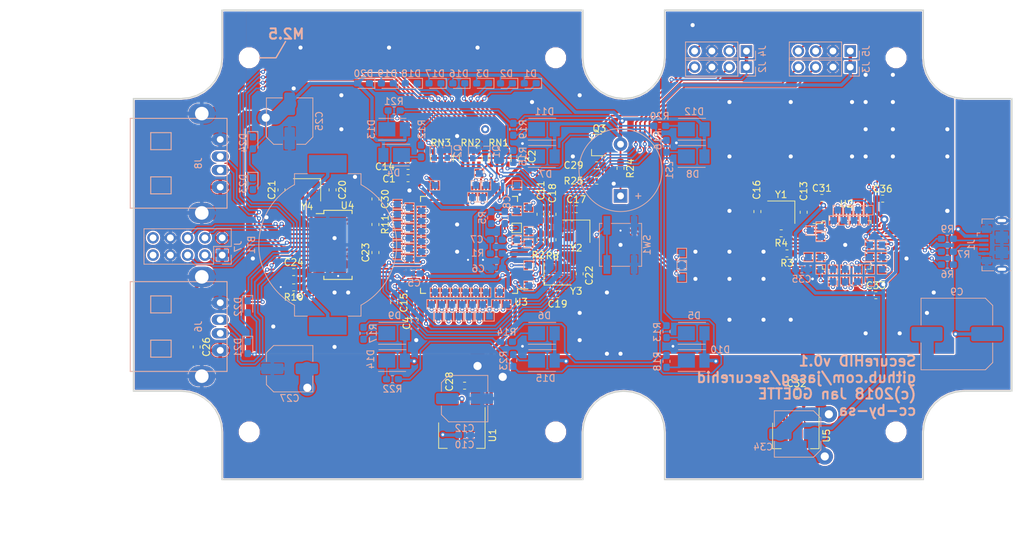
<source format=kicad_pcb>
(kicad_pcb (version 20171130) (host pcbnew "(5.0.1)")
  (layers (0 F.Cu signal) (31 B.Cu signal) (34 B.Paste user) (35 F.Paste user hide) (36 B.SilkS user) (37 F.SilkS user) (38 B.Mask user) (39 F.Mask user hide) (44 Edge.Cuts user))
  (net 0 "")
  (net 1 GND)
  (net 2 "Net-(BT1-Pad1)")
  (net 3 +3V3)
  (net 4 VSSA)
  (net 5 VDDA)
  (net 6 VBUS)
  (net 7 "Net-(C13-Pad2)")
  (net 8 "Net-(C14-Pad1)")
  (net 9 "Net-(C15-Pad1)")
  (net 10 "Net-(C16-Pad2)")
  (net 11 "Net-(C17-Pad2)")
  (net 12 "Net-(C18-Pad2)")
  (net 13 "Net-(C19-Pad2)")
  (net 14 "Net-(C20-Pad1)")
  (net 15 "Net-(C21-Pad1)")
  (net 16 "Net-(C22-Pad2)")
  (net 17 /3V3_HUB)
  (net 18 "Net-(C24-Pad2)")
  (net 19 "Net-(C29-Pad1)")
  (net 20 /LED0)
  (net 21 /LED1)
  (net 22 /LED2)
  (net 23 "Net-(D4-Pad1)")
  (net 24 "Net-(D10-Pad1)")
  (net 25 /LED3)
  (net 26 /LED4)
  (net 27 /LED5)
  (net 28 /LED6)
  (net 29 /LED7)
  (net 30 /LED8)
  (net 31 /LED9)
  (net 32 /LED10)
  (net 33 /LED11)
  (net 34 "Net-(J1-Pad2)")
  (net 35 "Net-(J1-Pad4)")
  (net 36 "Net-(J1-Pad3)")
  (net 37 /SWCLKH)
  (net 38 /SWDIOH)
  (net 39 /DBGH_TX)
  (net 40 /DBGH_RX)
  (net 41 /SWDIOD)
  (net 42 /SWCLKD)
  (net 43 /DBGD_RX)
  (net 44 /DBGD_TX)
  (net 45 "Net-(J6-Pad2)")
  (net 46 "Net-(J6-Pad3)")
  (net 47 "Net-(J7-Pad3)")
  (net 48 "Net-(J7-Pad4)")
  (net 49 "Net-(J7-Pad5)")
  (net 50 "Net-(J7-Pad6)")
  (net 51 "Net-(J7-Pad9)")
  (net 52 "Net-(J7-Pad10)")
  (net 53 "Net-(J8-Pad3)")
  (net 54 "Net-(J8-Pad2)")
  (net 55 "Net-(LS1-Pad1)")
  (net 56 /ALARM_LED_BLUE)
  (net 57 /ALARM_LED_PINK)
  (net 58 "Net-(R2-Pad1)")
  (net 59 "Net-(R3-Pad2)")
  (net 60 +3.3VA)
  (net 61 "Net-(R5-Pad1)")
  (net 62 /USBD_DP)
  (net 63 /USBD_DM)
  (net 64 "Net-(R10-Pad1)")
  (net 65 /HUB_NRST)
  (net 66 /PIEZO_OUT)
  (net 67 "Net-(SW1-Pad2)")
  (net 68 "Net-(TP1-Pad1)")
  (net 69 "Net-(TP2-Pad1)")
  (net 70 "Net-(TP3-Pad1)")
  (net 71 "Net-(TP4-Pad1)")
  (net 72 "Net-(TP5-Pad1)")
  (net 73 "Net-(TP6-Pad1)")
  (net 74 "Net-(TP7-Pad1)")
  (net 75 "Net-(TP8-Pad1)")
  (net 76 "Net-(TP9-Pad1)")
  (net 77 "Net-(TP10-Pad1)")
  (net 78 "Net-(TP11-Pad1)")
  (net 79 "Net-(TP12-Pad1)")
  (net 80 "Net-(TP13-Pad1)")
  (net 81 "Net-(TP14-Pad1)")
  (net 82 "Net-(TP15-Pad1)")
  (net 83 "Net-(TP16-Pad1)")
  (net 84 "Net-(TP17-Pad1)")
  (net 85 "Net-(TP18-Pad1)")
  (net 86 "Net-(TP19-Pad1)")
  (net 87 "Net-(TP20-Pad1)")
  (net 88 "Net-(TP21-Pad1)")
  (net 89 "Net-(TP22-Pad1)")
  (net 90 "Net-(TP23-Pad1)")
  (net 91 "Net-(TP24-Pad1)")
  (net 92 "Net-(TP25-Pad1)")
  (net 93 "Net-(TP26-Pad1)")
  (net 94 "Net-(TP27-Pad1)")
  (net 95 "Net-(TP28-Pad1)")
  (net 96 "Net-(TP29-Pad1)")
  (net 97 "Net-(TP30-Pad1)")
  (net 98 "Net-(TP31-Pad1)")
  (net 99 "Net-(TP32-Pad1)")
  (net 100 "Net-(TP33-Pad1)")
  (net 101 "Net-(TP34-Pad1)")
  (net 102 "Net-(TP35-Pad1)")
  (net 103 "Net-(TP36-Pad1)")
  (net 104 "Net-(TP37-Pad1)")
  (net 105 "Net-(TP38-Pad1)")
  (net 106 "Net-(TP39-Pad1)")
  (net 107 "Net-(TP40-Pad1)")
  (net 108 "Net-(TP41-Pad1)")
  (net 109 "Net-(TP42-Pad1)")
  (net 110 "Net-(TP43-Pad1)")
  (net 111 "Net-(TP44-Pad1)")
  (net 112 "Net-(TP45-Pad1)")
  (net 113 "Net-(TP46-Pad1)")
  (net 114 "Net-(TP47-Pad1)")
  (net 115 "Net-(TP48-Pad1)")
  (net 116 "Net-(TP49-Pad1)")
  (net 117 "Net-(TP50-Pad1)")
  (net 118 "Net-(TP51-Pad1)")
  (net 119 "Net-(TP52-Pad1)")
  (net 120 "Net-(TP53-Pad1)")
  (net 121 "Net-(TP54-Pad1)")
  (net 122 "Net-(TP55-Pad1)")
  (net 123 "Net-(TP56-Pad1)")
  (net 124 "Net-(TP57-Pad1)")
  (net 125 "Net-(TP58-Pad1)")
  (net 126 "Net-(TP59-Pad1)")
  (net 127 "Net-(TP60-Pad1)")
  (net 128 "Net-(TP61-Pad1)")
  (net 129 "Net-(TP62-Pad1)")
  (net 130 "Net-(TP63-Pad1)")
  (net 131 "Net-(TP64-Pad1)")
  (net 132 "Net-(TP65-Pad1)")
  (net 133 "Net-(TP66-Pad1)")
  (net 134 "Net-(TP67-Pad1)")
  (net 135 "Net-(TP68-Pad1)")
  (net 136 "Net-(TP69-Pad1)")
  (net 137 "Net-(TP70-Pad1)")
  (net 138 "Net-(TP71-Pad1)")
  (net 139 "Net-(TP72-Pad1)")
  (net 140 "Net-(TP73-Pad1)")
  (net 141 "Net-(TP74-Pad1)")
  (net 142 "Net-(TP75-Pad1)")
  (net 143 "Net-(TP76-Pad1)")
  (net 144 "Net-(TP77-Pad1)")
  (net 145 "Net-(TP78-Pad1)")
  (net 146 "Net-(TP79-Pad1)")
  (net 147 "Net-(TP80-Pad1)")
  (net 148 GNDA)
  (net 149 /SECURE_IF_F4RX)
  (net 150 /SECURE_IF_F4TX)
  (net 151 /USBH_DM)
  (net 152 /USBH_DP)
  (net 153 "Net-(U4-Pad22)")
  (net 154 "Net-(U4-Pad23)")
  (net 155 "Net-(U4-Pad24)")
  (net 156 "Net-(U4-Pad25)")
  (net 157 "Net-(D1-Pad1)")
  (net 158 "Net-(D2-Pad1)")
  (net 159 "Net-(D3-Pad1)")
  (net 160 "Net-(D16-Pad1)")
  (net 161 "Net-(D17-Pad1)")
  (net 162 "Net-(D18-Pad1)")
  (net 163 "Net-(D19-Pad1)")
  (net 164 "Net-(D20-Pad1)")
  (net 165 "Net-(D21-Pad1)")
  (net 166 "Net-(D22-Pad1)")
  (net 167 "Net-(D23-Pad1)")
  (net 168 "Net-(D24-Pad1)")
  (net 169 "Net-(D5-Pad1)")
  (net 170 "Net-(D6-Pad1)")
  (net 171 "Net-(D7-Pad1)")
  (net 172 "Net-(D8-Pad1)")
  (net 173 "Net-(D9-Pad1)")
  (net 174 "Net-(D11-Pad1)")
  (net 175 "Net-(D12-Pad1)")
  (net 176 "Net-(D13-Pad1)")
  (net 177 "Net-(D14-Pad1)")
  (net 178 "Net-(D15-Pad1)")
  (net 179 "Net-(Q1-Pad2)")
  (net 180 "Net-(Q2-Pad2)")
  (module MountingHole:MountingHole_2.7mm_M2.5 (layer F.Cu) (at 96.48 108.49)
    (fp_text reference REF** hide)
    (fp_text value MountingHole_2.7mm_M2.5)
    (pad 1 np_thru_hole circle (at 0 0) (size 2.7 2.7) (drill 2.7) (layers *.Cu *.Mask))
  )
  (module MountingHole:MountingHole_2.7mm_M2.5 (layer F.Cu) (at 146.47 108.49)
    (fp_text reference REF** hide)
    (fp_text value MountingHole_2.7mm_M2.5)
    (pad 1 np_thru_hole circle (at 0 0) (size 2.7 2.7) (drill 2.7) (layers *.Cu *.Mask))
  )
  (module MountingHole:MountingHole_2.7mm_M2.5 (layer F.Cu) (at 146.47 53.49)
    (fp_text reference REF** hide)
    (fp_text value MountingHole_2.7mm_M2.5)
    (pad 1 np_thru_hole circle (at 0 0) (size 2.7 2.7) (drill 2.7) (layers *.Cu *.Mask))
  )
  (module MountingHole:MountingHole_2.7mm_M2.5 (layer F.Cu) (at 96.47 53.49)
    (fp_text reference REF** hide)
    (fp_text value MountingHole_2.7mm_M2.5)
    (pad 1 np_thru_hole circle (at 0 0) (size 2.7 2.7) (drill 2.7) (layers *.Cu *.Mask))
  )
  (module MountingHole:MountingHole_2.7mm_M2.5 (layer F.Cu) (at 51.47 53.49)
    (fp_text reference REF** hide)
    (fp_text value MountingHole_2.7mm_M2.5)
    (pad 1 np_thru_hole circle (at 0 0) (size 2.7 2.7) (drill 2.7) (layers *.Cu *.Mask))
  )
  (module Resistor_SMD:R_0603_1608Metric_Pad1.05x0.95mm_HandSolder (layer B.Cu) (at 89.25 95.25 180)
    (fp_text reference R14 (at 0 1.43 180) (layer B.SilkS) (effects (justify mirror)))
    (fp_text value 100)
    (pad 1 smd roundrect (at -0.875 0 180) (size 1.05 0.95) (layers B.Cu B.Paste B.Mask) (net 170 "Net-(D6-Pad1)"))
    (pad 2 smd roundrect (at 0.875 0 180) (size 1.05 0.95) (layers B.Cu B.Paste B.Mask) (net 179 "Net-(Q1-Pad2)"))
  )
  (module footprints:USB_A_FEMALE_THT (layer B.Cu) (at 44.5 69 90)
    (fp_text reference J8 (at 0 -0.5 90) (layer B.SilkS) (effects (justify mirror)))
    (fp_text value USB_A)
    (pad 5 thru_hole oval (at -7.3 0 90) (size 3 4) (drill 2) (layers *.Cu *.Mask) (net 1 GND))
    (pad 5 thru_hole oval (at 7.3 0 90) (size 3 4) (drill 2) (layers *.Cu *.Mask) (net 1 GND))
    (pad 1 thru_hole oval (at -3.5 2.71 90) (size 1.8 2.5) (drill 1) (layers *.Cu *.Mask) (net 6 VBUS))
    (pad 4 thru_hole oval (at 3.5 2.71 90) (size 1.8 2.5) (drill 1) (layers *.Cu *.Mask) (net 1 GND))
    (pad 3 thru_hole oval (at 1 2.71 90) (size 1.5 2.5) (drill 1) (layers *.Cu *.Mask) (net 53 "Net-(J8-Pad3)"))
    (pad 2 thru_hole oval (at -1 2.71 90) (size 1.5 2.5) (drill 1) (layers *.Cu *.Mask) (net 54 "Net-(J8-Pad2)"))
  )
  (module Capacitor_SMD:C_Elec_10x10.2 (layer B.Cu) (at 155.4 94.1 180)
    (fp_text reference C9 (at 0 6.2 180) (layer B.SilkS) (effects (justify mirror)))
    (fp_text value 220u)
    (pad 1 smd roundrect (at -4.4 0 180) (size 4.6 2.1) (layers B.Cu B.Paste B.Mask) (roundrect_rratio 0.119048) (net 6 VBUS))
    (pad 2 smd roundrect (at 4.4 0 180) (size 4.6 2.1) (layers B.Cu B.Paste B.Mask) (roundrect_rratio 0.119048) (net 1 GND))
  )
  (module TestPoint:TestPoint_Pad_1.0x1.0mm (layer B.Cu) (at 90.8 72.25)
    (fp_text reference TP3 hide)
    (fp_text value TestPoint_Alt)
    (pad 1 smd rect (at 0 0) (size 1 1) (layers B.Cu B.Mask) (net 70 "Net-(TP3-Pad1)"))
  )
  (module TestPoint:TestPoint_Pad_1.0x1.0mm (layer B.Cu) (at 73.25 75)
    (fp_text reference TP47 hide)
    (fp_text value TestPoint_Alt)
    (pad 1 smd rect (at 0 0) (size 1 1) (layers B.Cu B.Mask) (net 114 "Net-(TP47-Pad1)"))
  )
  (module Battery:BatteryHolder_MPD_BC2003_1x2032 (layer B.Cu) (at 63 81 270)
    (fp_text reference BT1 (at 0 11.2 270) (layer B.SilkS) (effects (justify mirror)))
    (fp_text value CR2032)
    (pad 2 smd rect (at 0 0 270) (size 8 5.56) (layers B.Cu B.Paste B.Mask) (net 1 GND))
    (pad 1 smd rect (at 11.905 0 270) (size 2.6 5.56) (layers B.Cu B.Paste B.Mask) (net 2 "Net-(BT1-Pad1)"))
    (pad 1 smd rect (at -11.905 0 270) (size 2.6 5.56) (layers B.Cu B.Paste B.Mask) (net 2 "Net-(BT1-Pad1)"))
  )
  (module Capacitor_SMD:C_0603_1608Metric_Pad1.05x0.95mm_HandSolder (layer F.Cu) (at 74.8 71.2 180)
    (fp_text reference C1 (at 2.8 -0.1 180) (layer F.SilkS))
    (fp_text value 100n)
    (pad 2 smd roundrect (at 0.875 0 180) (size 1.05 0.95) (layers F.Cu F.Paste F.Mask) (net 1 GND))
    (pad 1 smd roundrect (at -0.875 0 180) (size 1.05 0.95) (layers F.Cu F.Paste F.Mask) (net 3 +3V3))
  )
  (module Capacitor_SMD:C_0603_1608Metric_Pad1.05x0.95mm_HandSolder (layer F.Cu) (at 91.5 68.25 90)
    (fp_text reference C2 (at 0.25 1.5 90) (layer F.SilkS))
    (fp_text value 100n)
    (pad 1 smd roundrect (at -0.875 0 90) (size 1.05 0.95) (layers F.Cu F.Paste F.Mask) (net 3 +3V3))
    (pad 2 smd roundrect (at 0.875 0 90) (size 1.05 0.95) (layers F.Cu F.Paste F.Mask) (net 1 GND))
  )
  (module Capacitor_SMD:C_0603_1608Metric_Pad1.05x0.95mm_HandSolder (layer F.Cu) (at 75.75 92 270)
    (fp_text reference C4 (at 0.5 1.15 270) (layer F.SilkS))
    (fp_text value 100n)
    (pad 2 smd roundrect (at 0.875 0 270) (size 1.05 0.95) (layers F.Cu F.Paste F.Mask) (net 1 GND))
    (pad 1 smd roundrect (at -0.875 0 270) (size 1.05 0.95) (layers F.Cu F.Paste F.Mask) (net 3 +3V3))
  )
  (module Capacitor_SMD:C_0603_1608Metric_Pad1.05x0.95mm_HandSolder (layer B.Cu) (at 75.675 85.2 180)
    (fp_text reference C5 (at -0.025 -1.4 180) (layer B.SilkS) (effects (justify mirror)))
    (fp_text value 100n)
    (pad 2 smd roundrect (at 0.875 0 180) (size 1.05 0.95) (layers B.Cu B.Paste B.Mask) (net 1 GND))
    (pad 1 smd roundrect (at -0.875 0 180) (size 1.05 0.95) (layers B.Cu B.Paste B.Mask) (net 3 +3V3))
  )
  (module Capacitor_SMD:C_0603_1608Metric_Pad1.05x0.95mm_HandSolder (layer B.Cu) (at 87.8 84.4 180)
    (fp_text reference C6 (at 2.7 -0.1 180) (layer B.SilkS) (effects (justify mirror)))
    (fp_text value 100n)
    (pad 1 smd roundrect (at -0.875 0 180) (size 1.05 0.95) (layers B.Cu B.Paste B.Mask) (net 3 +3V3))
    (pad 2 smd roundrect (at 0.875 0 180) (size 1.05 0.95) (layers B.Cu B.Paste B.Mask) (net 1 GND))
  )
  (module Capacitor_SMD:C_0603_1608Metric_Pad1.05x0.95mm_HandSolder (layer B.Cu) (at 87.75 80.25 180)
    (fp_text reference C7 (at 2.85 0.05 180) (layer B.SilkS) (effects (justify mirror)))
    (fp_text value 100n)
    (pad 1 smd roundrect (at -0.875 0 180) (size 1.05 0.95) (layers B.Cu B.Paste B.Mask) (net 4 VSSA))
    (pad 2 smd roundrect (at 0.875 0 180) (size 1.05 0.95) (layers B.Cu B.Paste B.Mask) (net 5 VDDA))
  )
  (module Capacitor_SMD:C_0603_1608Metric_Pad1.05x0.95mm_HandSolder (layer B.Cu) (at 89 77 270)
    (fp_text reference C8 (at -2.3 -0.3 270) (layer B.SilkS) (effects (justify mirror)))
    (fp_text value 10u)
    (pad 1 smd roundrect (at -0.875 0 270) (size 1.05 0.95) (layers B.Cu B.Paste B.Mask) (net 5 VDDA))
    (pad 2 smd roundrect (at 0.875 0 270) (size 1.05 0.95) (layers B.Cu B.Paste B.Mask) (net 4 VSSA))
  )
  (module Capacitor_SMD:C_0603_1608Metric_Pad1.05x0.95mm_HandSolder (layer B.Cu) (at 83.1 108.95)
    (fp_text reference C10 (at 0 1.43) (layer B.SilkS) (effects (justify mirror)))
    (fp_text value 100n)
    (pad 1 smd roundrect (at -0.875 0) (size 1.05 0.95) (layers B.Cu B.Paste B.Mask) (net 6 VBUS))
    (pad 2 smd roundrect (at 0.875 0) (size 1.05 0.95) (layers B.Cu B.Paste B.Mask) (net 1 GND))
  )
  (module Capacitor_SMD:C_0603_1608Metric_Pad1.05x0.95mm_HandSolder (layer F.Cu) (at 94.25 76.5 90)
    (fp_text reference C11 (at 3.5 0.05 90) (layer F.SilkS))
    (fp_text value 100n)
    (pad 2 smd roundrect (at 0.875 0 90) (size 1.05 0.95) (layers F.Cu F.Paste F.Mask) (net 1 GND))
    (pad 1 smd roundrect (at -0.875 0 90) (size 1.05 0.95) (layers F.Cu F.Paste F.Mask) (net 3 +3V3))
  )
  (module Capacitor_SMD:C_0603_1608Metric_Pad1.05x0.95mm_HandSolder (layer F.Cu) (at 132.9 76.2 90)
    (fp_text reference C13 (at 3.1 0 90) (layer F.SilkS))
    (fp_text value 12p)
    (pad 2 smd roundrect (at 0.875 0 90) (size 1.05 0.95) (layers F.Cu F.Paste F.Mask) (net 7 "Net-(C13-Pad2)"))
    (pad 1 smd roundrect (at -0.875 0 90) (size 1.05 0.95) (layers F.Cu F.Paste F.Mask) (net 148 GNDA))
  )
  (module Capacitor_SMD:C_0603_1608Metric_Pad1.05x0.95mm_HandSolder (layer F.Cu) (at 74.8 69.4 180)
    (fp_text reference C14 (at 3.4 -0.1 180) (layer F.SilkS))
    (fp_text value 10u)
    (pad 1 smd roundrect (at -0.875 0 180) (size 1.05 0.95) (layers F.Cu F.Paste F.Mask) (net 8 "Net-(C14-Pad1)"))
    (pad 2 smd roundrect (at 0.875 0 180) (size 1.05 0.95) (layers F.Cu F.Paste F.Mask) (net 1 GND))
  )
  (module Capacitor_SMD:C_0603_1608Metric_Pad1.05x0.95mm_HandSolder (layer F.Cu) (at 72.75 89.5 270)
    (fp_text reference C15 (at 0 -1.43 270) (layer F.SilkS))
    (fp_text value 10u)
    (pad 2 smd roundrect (at 0.875 0 270) (size 1.05 0.95) (layers F.Cu F.Paste F.Mask) (net 1 GND))
    (pad 1 smd roundrect (at -0.875 0 270) (size 1.05 0.95) (layers F.Cu F.Paste F.Mask) (net 9 "Net-(C15-Pad1)"))
  )
  (module Capacitor_SMD:C_0603_1608Metric_Pad1.05x0.95mm_HandSolder (layer F.Cu) (at 126.1 76.1 270)
    (fp_text reference C16 (at -3.2 0.1 270) (layer F.SilkS))
    (fp_text value 12p)
    (pad 1 smd roundrect (at -0.875 0 270) (size 1.05 0.95) (layers F.Cu F.Paste F.Mask) (net 148 GNDA))
    (pad 2 smd roundrect (at 0.875 0 270) (size 1.05 0.95) (layers F.Cu F.Paste F.Mask) (net 10 "Net-(C16-Pad2)"))
  )
  (module Capacitor_SMD:C_0603_1608Metric_Pad1.05x0.95mm_HandSolder (layer F.Cu) (at 99.5 75.75)
    (fp_text reference C17 (at 0 -1.43) (layer F.SilkS))
    (fp_text value 12p)
    (pad 1 smd roundrect (at -0.875 0) (size 1.05 0.95) (layers F.Cu F.Paste F.Mask) (net 1 GND))
    (pad 2 smd roundrect (at 0.875 0) (size 1.05 0.95) (layers F.Cu F.Paste F.Mask) (net 11 "Net-(C17-Pad2)"))
  )
  (module Capacitor_SMD:C_0603_1608Metric_Pad1.05x0.95mm_HandSolder (layer F.Cu) (at 96 76.5 270)
    (fp_text reference C18 (at -3.1 0 270) (layer F.SilkS))
    (fp_text value 12p)
    (pad 2 smd roundrect (at 0.875 0 270) (size 1.05 0.95) (layers F.Cu F.Paste F.Mask) (net 12 "Net-(C18-Pad2)"))
    (pad 1 smd roundrect (at -0.875 0 270) (size 1.05 0.95) (layers F.Cu F.Paste F.Mask) (net 1 GND))
  )
  (module Capacitor_SMD:C_0603_1608Metric_Pad1.05x0.95mm_HandSolder (layer F.Cu) (at 96.75 88.25 180)
    (fp_text reference C19 (at 0 -1.43 180) (layer F.SilkS))
    (fp_text value 12p)
    (pad 2 smd roundrect (at 0.875 0 180) (size 1.05 0.95) (layers F.Cu F.Paste F.Mask) (net 13 "Net-(C19-Pad2)"))
    (pad 1 smd roundrect (at -0.875 0 180) (size 1.05 0.95) (layers F.Cu F.Paste F.Mask) (net 1 GND))
  )
  (module Capacitor_SMD:C_0603_1608Metric_Pad1.05x0.95mm_HandSolder (layer F.Cu) (at 63.711221 72.912062 270)
    (fp_text reference C20 (at 0 -1.43 270) (layer F.SilkS))
    (fp_text value 22p)
    (pad 2 smd roundrect (at 0.875 0 270) (size 1.05 0.95) (layers F.Cu F.Paste F.Mask) (net 1 GND))
    (pad 1 smd roundrect (at -0.875 0 270) (size 1.05 0.95) (layers F.Cu F.Paste F.Mask) (net 14 "Net-(C20-Pad1)"))
  )
  (module Capacitor_SMD:C_0603_1608Metric_Pad1.05x0.95mm_HandSolder (layer F.Cu) (at 56.211221 72.912062 90)
    (fp_text reference C21 (at 0 -1.43 90) (layer F.SilkS))
    (fp_text value 22p)
    (pad 1 smd roundrect (at -0.875 0 90) (size 1.05 0.95) (layers F.Cu F.Paste F.Mask) (net 15 "Net-(C21-Pad1)"))
    (pad 2 smd roundrect (at 0.875 0 90) (size 1.05 0.95) (layers F.Cu F.Paste F.Mask) (net 1 GND))
  )
  (module Capacitor_SMD:C_0603_1608Metric_Pad1.05x0.95mm_HandSolder (layer F.Cu) (at 100 85.25 90)
    (fp_text reference C22 (at -0.25 1.4 90) (layer F.SilkS))
    (fp_text value 12p)
    (pad 1 smd roundrect (at -0.875 0 90) (size 1.05 0.95) (layers F.Cu F.Paste F.Mask) (net 1 GND))
    (pad 2 smd roundrect (at 0.875 0 90) (size 1.05 0.95) (layers F.Cu F.Paste F.Mask) (net 16 "Net-(C22-Pad2)"))
  )
  (module Capacitor_SMD:C_0603_1608Metric_Pad1.05x0.95mm_HandSolder (layer F.Cu) (at 70 82.125 90)
    (fp_text reference C23 (at 0 -1.43 90) (layer F.SilkS))
    (fp_text value 10u)
    (pad 1 smd roundrect (at -0.875 0 90) (size 1.05 0.95) (layers F.Cu F.Paste F.Mask) (net 1 GND))
    (pad 2 smd roundrect (at 0.875 0 90) (size 1.05 0.95) (layers F.Cu F.Paste F.Mask) (net 17 /3V3_HUB))
  )
  (module Capacitor_SMD:C_0603_1608Metric_Pad1.05x0.95mm_HandSolder (layer F.Cu) (at 58 85)
    (fp_text reference C24 (at 0 -1.43) (layer F.SilkS))
    (fp_text value 10u)
    (pad 2 smd roundrect (at 0.875 0) (size 1.05 0.95) (layers F.Cu F.Paste F.Mask) (net 18 "Net-(C24-Pad2)"))
    (pad 1 smd roundrect (at -0.875 0) (size 1.05 0.95) (layers F.Cu F.Paste F.Mask) (net 1 GND))
  )
  (module Capacitor_SMD:C_0603_1608Metric_Pad1.05x0.95mm_HandSolder (layer F.Cu) (at 43.75 96 270)
    (fp_text reference C26 (at 0 -1.43 270) (layer F.SilkS))
    (fp_text value 100n)
    (pad 1 smd roundrect (at -0.875 0 270) (size 1.05 0.95) (layers F.Cu F.Paste F.Mask) (net 1 GND))
    (pad 2 smd roundrect (at 0.875 0 270) (size 1.05 0.95) (layers F.Cu F.Paste F.Mask) (net 6 VBUS))
  )
  (module Capacitor_SMD:C_0603_1608Metric_Pad1.05x0.95mm_HandSolder (layer F.Cu) (at 83.1 101.7 180)
    (fp_text reference C28 (at 2.23 0.6 90) (layer F.SilkS))
    (fp_text value 100n)
    (pad 1 smd roundrect (at -0.875 0 180) (size 1.05 0.95) (layers F.Cu F.Paste F.Mask) (net 1 GND))
    (pad 2 smd roundrect (at 0.875 0 180) (size 1.05 0.95) (layers F.Cu F.Paste F.Mask) (net 6 VBUS))
  )
  (module Capacitor_SMD:C_0603_1608Metric_Pad1.05x0.95mm_HandSolder (layer F.Cu) (at 102.50704 69.312058 180)
    (fp_text reference C29 (at 3.40704 0.012058 180) (layer F.SilkS))
    (fp_text value 100p)
    (pad 1 smd roundrect (at -0.875 0 180) (size 1.05 0.95) (layers F.Cu F.Paste F.Mask) (net 19 "Net-(C29-Pad1)"))
    (pad 2 smd roundrect (at 0.875 0 180) (size 1.05 0.95) (layers F.Cu F.Paste F.Mask) (net 1 GND))
  )
  (module LED_SMD:LED_0603_1608Metric_Pad1.05x0.95mm_HandSolder (layer B.Cu) (at 92.75 57.25 180)
    (fp_text reference D1 (at 0 1.43 180) (layer B.SilkS) (effects (justify mirror)))
    (fp_text value red)
    (pad 2 smd roundrect (at 0.875 0 180) (size 1.05 0.95) (layers B.Cu B.Paste B.Mask) (net 6 VBUS))
    (pad 1 smd roundrect (at -0.875 0 180) (size 1.05 0.95) (layers B.Cu B.Paste B.Mask) (net 157 "Net-(D1-Pad1)"))
  )
  (module LED_SMD:LED_0603_1608Metric_Pad1.05x0.95mm_HandSolder (layer B.Cu) (at 89.25 57.25 180)
    (fp_text reference D2 (at 0 1.43 180) (layer B.SilkS) (effects (justify mirror)))
    (fp_text value red)
    (pad 1 smd roundrect (at -0.875 0 180) (size 1.05 0.95) (layers B.Cu B.Paste B.Mask) (net 158 "Net-(D2-Pad1)"))
    (pad 2 smd roundrect (at 0.875 0 180) (size 1.05 0.95) (layers B.Cu B.Paste B.Mask) (net 6 VBUS))
  )
  (module LED_SMD:LED_0603_1608Metric_Pad1.05x0.95mm_HandSolder (layer B.Cu) (at 85.75 57.25 180)
    (fp_text reference D3 (at 0 1.43 180) (layer B.SilkS) (effects (justify mirror)))
    (fp_text value red)
    (pad 2 smd roundrect (at 0.875 0 180) (size 1.05 0.95) (layers B.Cu B.Paste B.Mask) (net 6 VBUS))
    (pad 1 smd roundrect (at -0.875 0 180) (size 1.05 0.95) (layers B.Cu B.Paste B.Mask) (net 159 "Net-(D3-Pad1)"))
  )
  (module LED_SMD:LED_PLCC_2835_Handsoldering (layer B.Cu) (at 72.5 67.8 180)
    (fp_text reference D4 (at -0.18 -2.6 180) (layer B.SilkS) (effects (justify mirror)))
    (fp_text value "Ice blue")
    (pad 1 smd rect (at -1.33 0) (size 2.5 2.1) (layers B.Cu B.Paste B.Mask) (net 23 "Net-(D4-Pad1)"))
    (pad 2 smd rect (at 1.33 0) (size 1.5 2.1) (layers B.Cu B.Paste B.Mask) (net 6 VBUS))
  )
  (module LED_SMD:LED_PLCC_2835_Handsoldering (layer B.Cu) (at 117 94)
    (fp_text reference D5 (at -0.18 -2.6) (layer B.SilkS) (effects (justify mirror)))
    (fp_text value "Ice blue")
    (pad 1 smd rect (at -1.33 0 180) (size 2.5 2.1) (layers B.Cu B.Paste B.Mask) (net 169 "Net-(D5-Pad1)"))
    (pad 2 smd rect (at 1.33 0 180) (size 1.5 2.1) (layers B.Cu B.Paste B.Mask) (net 6 VBUS))
  )
  (module LED_SMD:LED_PLCC_2835_Handsoldering (layer B.Cu) (at 95 94)
    (fp_text reference D6 (at -0.18 -2.6) (layer B.SilkS) (effects (justify mirror)))
    (fp_text value "Ice blue")
    (pad 2 smd rect (at 1.33 0 180) (size 1.5 2.1) (layers B.Cu B.Paste B.Mask) (net 6 VBUS))
    (pad 1 smd rect (at -1.33 0 180) (size 2.5 2.1) (layers B.Cu B.Paste B.Mask) (net 170 "Net-(D6-Pad1)"))
  )
  (module LED_SMD:LED_PLCC_2835_Handsoldering (layer B.Cu) (at 95 68)
    (fp_text reference D7 (at 0 2.6) (layer B.SilkS) (effects (justify mirror)))
    (fp_text value "Ice blue")
    (pad 1 smd rect (at -1.33 0 180) (size 2.5 2.1) (layers B.Cu B.Paste B.Mask) (net 171 "Net-(D7-Pad1)"))
    (pad 2 smd rect (at 1.33 0 180) (size 1.5 2.1) (layers B.Cu B.Paste B.Mask) (net 6 VBUS))
  )
  (module LED_SMD:LED_PLCC_2835_Handsoldering (layer B.Cu) (at 117 68)
    (fp_text reference D8 (at -0.4 2.6) (layer B.SilkS) (effects (justify mirror)))
    (fp_text value "Ice blue")
    (pad 2 smd rect (at 1.33 0 180) (size 1.5 2.1) (layers B.Cu B.Paste B.Mask) (net 6 VBUS))
    (pad 1 smd rect (at -1.33 0 180) (size 2.5 2.1) (layers B.Cu B.Paste B.Mask) (net 172 "Net-(D8-Pad1)"))
  )
  (module LED_SMD:LED_PLCC_2835_Handsoldering (layer B.Cu) (at 73 94)
    (fp_text reference D9 (at -0.18 -2.6) (layer B.SilkS) (effects (justify mirror)))
    (fp_text value "Ice blue")
    (pad 2 smd rect (at 1.33 0 180) (size 1.5 2.1) (layers B.Cu B.Paste B.Mask) (net 6 VBUS))
    (pad 1 smd rect (at -1.33 0 180) (size 2.5 2.1) (layers B.Cu B.Paste B.Mask) (net 173 "Net-(D9-Pad1)"))
  )
  (module LED_SMD:LED_PLCC_2835_Handsoldering (layer B.Cu) (at 117 98)
    (fp_text reference D10 (at 3.65 -1.6) (layer B.SilkS) (effects (justify mirror)))
    (fp_text value pink)
    (pad 2 smd rect (at 1.33 0 180) (size 1.5 2.1) (layers B.Cu B.Paste B.Mask) (net 6 VBUS))
    (pad 1 smd rect (at -1.33 0 180) (size 2.5 2.1) (layers B.Cu B.Paste B.Mask) (net 24 "Net-(D10-Pad1)"))
  )
  (module LED_SMD:LED_PLCC_2835_Handsoldering (layer B.Cu) (at 95 64)
    (fp_text reference D11 (at -0.18 -2.6) (layer B.SilkS) (effects (justify mirror)))
    (fp_text value pink)
    (pad 1 smd rect (at -1.33 0 180) (size 2.5 2.1) (layers B.Cu B.Paste B.Mask) (net 174 "Net-(D11-Pad1)"))
    (pad 2 smd rect (at 1.33 0 180) (size 1.5 2.1) (layers B.Cu B.Paste B.Mask) (net 6 VBUS))
  )
  (module LED_SMD:LED_PLCC_2835_Handsoldering (layer B.Cu) (at 117 64)
    (fp_text reference D12 (at -0.18 -2.6) (layer B.SilkS) (effects (justify mirror)))
    (fp_text value pink)
    (pad 2 smd rect (at 1.33 0 180) (size 1.5 2.1) (layers B.Cu B.Paste B.Mask) (net 6 VBUS))
    (pad 1 smd rect (at -1.33 0 180) (size 2.5 2.1) (layers B.Cu B.Paste B.Mask) (net 175 "Net-(D12-Pad1)"))
  )
  (module LED_SMD:LED_PLCC_2835_Handsoldering (layer B.Cu) (at 73 64)
    (fp_text reference D13 (at -3.6 0 90) (layer B.SilkS) (effects (justify mirror)))
    (fp_text value pink)
    (pad 2 smd rect (at 1.33 0 180) (size 1.5 2.1) (layers B.Cu B.Paste B.Mask) (net 6 VBUS))
    (pad 1 smd rect (at -1.33 0 180) (size 2.5 2.1) (layers B.Cu B.Paste B.Mask) (net 176 "Net-(D13-Pad1)"))
  )
  (module LED_SMD:LED_PLCC_2835_Handsoldering (layer B.Cu) (at 73 98)
    (fp_text reference D14 (at -3.7 -0.2 90) (layer B.SilkS) (effects (justify mirror)))
    (fp_text value pink)
    (pad 1 smd rect (at -1.33 0 180) (size 2.5 2.1) (layers B.Cu B.Paste B.Mask) (net 177 "Net-(D14-Pad1)"))
    (pad 2 smd rect (at 1.33 0 180) (size 1.5 2.1) (layers B.Cu B.Paste B.Mask) (net 6 VBUS))
  )
  (module LED_SMD:LED_PLCC_2835_Handsoldering (layer B.Cu) (at 95 98)
    (fp_text reference D15 (at 0 2.6) (layer B.SilkS) (effects (justify mirror)))
    (fp_text value pink)
    (pad 1 smd rect (at -1.33 0 180) (size 2.5 2.1) (layers B.Cu B.Paste B.Mask) (net 178 "Net-(D15-Pad1)"))
    (pad 2 smd rect (at 1.33 0 180) (size 1.5 2.1) (layers B.Cu B.Paste B.Mask) (net 6 VBUS))
  )
  (module LED_SMD:LED_0603_1608Metric_Pad1.05x0.95mm_HandSolder (layer B.Cu) (at 82.25 57.25 180)
    (fp_text reference D16 (at 0 1.43 180) (layer B.SilkS) (effects (justify mirror)))
    (fp_text value red)
    (pad 1 smd roundrect (at -0.875 0 180) (size 1.05 0.95) (layers B.Cu B.Paste B.Mask) (net 160 "Net-(D16-Pad1)"))
    (pad 2 smd roundrect (at 0.875 0 180) (size 1.05 0.95) (layers B.Cu B.Paste B.Mask) (net 6 VBUS))
  )
  (module LED_SMD:LED_0603_1608Metric_Pad1.05x0.95mm_HandSolder (layer B.Cu) (at 78.75 57.25 180)
    (fp_text reference D17 (at 0 1.43 180) (layer B.SilkS) (effects (justify mirror)))
    (fp_text value red)
    (pad 2 smd roundrect (at 0.875 0 180) (size 1.05 0.95) (layers B.Cu B.Paste B.Mask) (net 6 VBUS))
    (pad 1 smd roundrect (at -0.875 0 180) (size 1.05 0.95) (layers B.Cu B.Paste B.Mask) (net 161 "Net-(D17-Pad1)"))
  )
  (module LED_SMD:LED_0603_1608Metric_Pad1.05x0.95mm_HandSolder (layer B.Cu) (at 75.25 57.25 180)
    (fp_text reference D18 (at 0 1.43 180) (layer B.SilkS) (effects (justify mirror)))
    (fp_text value red)
    (pad 1 smd roundrect (at -0.875 0 180) (size 1.05 0.95) (layers B.Cu B.Paste B.Mask) (net 162 "Net-(D18-Pad1)"))
    (pad 2 smd roundrect (at 0.875 0 180) (size 1.05 0.95) (layers B.Cu B.Paste B.Mask) (net 6 VBUS))
  )
  (module LED_SMD:LED_0603_1608Metric_Pad1.05x0.95mm_HandSolder (layer B.Cu) (at 71.75 57.25 180)
    (fp_text reference D19 (at 0 1.43 180) (layer B.SilkS) (effects (justify mirror)))
    (fp_text value red)
    (pad 2 smd roundrect (at 0.875 0 180) (size 1.05 0.95) (layers B.Cu B.Paste B.Mask) (net 6 VBUS))
    (pad 1 smd roundrect (at -0.875 0 180) (size 1.05 0.95) (layers B.Cu B.Paste B.Mask) (net 163 "Net-(D19-Pad1)"))
  )
  (module LED_SMD:LED_0603_1608Metric_Pad1.05x0.95mm_HandSolder (layer B.Cu) (at 68.25 57.25 180)
    (fp_text reference D20 (at 0 1.43 180) (layer B.SilkS) (effects (justify mirror)))
    (fp_text value red)
    (pad 1 smd roundrect (at -0.875 0 180) (size 1.05 0.95) (layers B.Cu B.Paste B.Mask) (net 164 "Net-(D20-Pad1)"))
    (pad 2 smd roundrect (at 0.875 0 180) (size 1.05 0.95) (layers B.Cu B.Paste B.Mask) (net 6 VBUS))
  )
  (module LED_SMD:LED_0603_1608Metric_Pad1.05x0.95mm_HandSolder (layer B.Cu) (at 51.25 96.1 270)
    (fp_text reference D21 (at 0 1.43 270) (layer B.SilkS) (effects (justify mirror)))
    (fp_text value red)
    (pad 2 smd roundrect (at 0.875 0 270) (size 1.05 0.95) (layers B.Cu B.Paste B.Mask) (net 6 VBUS))
    (pad 1 smd roundrect (at -0.875 0 270) (size 1.05 0.95) (layers B.Cu B.Paste B.Mask) (net 165 "Net-(D21-Pad1)"))
  )
  (module LED_SMD:LED_0603_1608Metric_Pad1.05x0.95mm_HandSolder (layer B.Cu) (at 51.25 90.1 270)
    (fp_text reference D22 (at 0 1.43 270) (layer B.SilkS) (effects (justify mirror)))
    (fp_text value red)
    (pad 1 smd roundrect (at -0.875 0 270) (size 1.05 0.95) (layers B.Cu B.Paste B.Mask) (net 166 "Net-(D22-Pad1)"))
    (pad 2 smd roundrect (at 0.875 0 270) (size 1.05 0.95) (layers B.Cu B.Paste B.Mask) (net 6 VBUS))
  )
  (module LED_SMD:LED_0603_1608Metric_Pad1.05x0.95mm_HandSolder (layer B.Cu) (at 52 72 270)
    (fp_text reference D23 (at 0 1.43 270) (layer B.SilkS) (effects (justify mirror)))
    (fp_text value red)
    (pad 2 smd roundrect (at 0.875 0 270) (size 1.05 0.95) (layers B.Cu B.Paste B.Mask) (net 6 VBUS))
    (pad 1 smd roundrect (at -0.875 0 270) (size 1.05 0.95) (layers B.Cu B.Paste B.Mask) (net 167 "Net-(D23-Pad1)"))
  )
  (module LED_SMD:LED_0603_1608Metric_Pad1.05x0.95mm_HandSolder (layer B.Cu) (at 52 66 270)
    (fp_text reference D24 (at 0 1.43 270) (layer B.SilkS) (effects (justify mirror)))
    (fp_text value red)
    (pad 1 smd roundrect (at -0.875 0 270) (size 1.05 0.95) (layers B.Cu B.Paste B.Mask) (net 168 "Net-(D24-Pad1)"))
    (pad 2 smd roundrect (at 0.875 0 270) (size 1.05 0.95) (layers B.Cu B.Paste B.Mask) (net 6 VBUS))
  )
  (module Connector_USB:USB_Micro-B_GCT_USB3076-30-A (layer B.Cu) (at 160.8 81 270)
    (fp_text reference J1 (at 0 3.3 270) (layer B.SilkS) (effects (justify mirror)))
    (fp_text value USB_B_Micro)
    (pad 6 smd rect (at 1.125 -1.2 270) (size 1.75 1.9) (layers B.Cu B.Paste B.Mask) (net 1 GND))
    (pad 2 smd rect (at -0.65 1.45 270) (size 0.4 1.4) (layers B.Cu B.Paste B.Mask) (net 34 "Net-(J1-Pad2)"))
    (pad 1 smd rect (at -1.3 1.45 270) (size 0.4 1.4) (layers B.Cu B.Paste B.Mask) (net 6 VBUS))
    (pad 5 smd rect (at 1.3 1.45 270) (size 0.4 1.4) (layers B.Cu B.Paste B.Mask) (net 1 GND))
    (pad 4 smd rect (at 0.65 1.45 270) (size 0.4 1.4) (layers B.Cu B.Paste B.Mask) (net 35 "Net-(J1-Pad4)"))
    (pad 3 smd rect (at 0 1.45 270) (size 0.4 1.4) (layers B.Cu B.Paste B.Mask) (net 36 "Net-(J1-Pad3)"))
    (pad 6 smd rect (at -1.125 -1.2 270) (size 1.75 1.9) (layers B.Cu B.Paste B.Mask) (net 1 GND))
    (pad 6 thru_hole oval (at -3.575 -1.2 90) (size 1.05 1.9) (drill oval 0.45 1.25) (layers *.Cu *.Mask) (net 1 GND))
    (pad 6 thru_hole oval (at 3.575 -1.2 270) (size 1.05 1.9) (drill oval 0.45 1.25) (layers *.Cu *.Mask) (net 1 GND))
    (pad 6 smd rect (at 2.32 1.03 270) (size 1.15 1.45) (layers B.Cu B.Paste B.Mask) (net 1 GND))
    (pad 6 smd rect (at -2.32 1.03 270) (size 1.15 1.45) (layers B.Cu B.Paste B.Mask) (net 1 GND))
  )
  (module Connector_PinHeader_2.54mm:PinHeader_1x04_P2.54mm_Vertical (layer B.Cu) (at 124.5 54.86 90)
    (fp_text reference J2 (at 0 2.33 90) (layer B.SilkS) (effects (justify mirror)))
    (fp_text value SWD_HOST)
    (pad 4 thru_hole oval (at 0 -7.62 90) (size 1.7 1.7) (drill 1) (layers *.Cu *.Mask) (net 38 /SWDIOH))
    (pad 3 thru_hole oval (at 0 -5.08 90) (size 1.7 1.7) (drill 1) (layers *.Cu *.Mask) (net 148 GNDA))
    (pad 2 thru_hole oval (at 0 -2.54 90) (size 1.7 1.7) (drill 1) (layers *.Cu *.Mask) (net 37 /SWCLKH))
    (pad 1 thru_hole rect (at 0 0 90) (size 1.7 1.7) (drill 1) (layers *.Cu *.Mask) (net 3 +3V3))
  )
  (module Connector_PinHeader_2.54mm:PinHeader_1x04_P2.54mm_Vertical (layer B.Cu) (at 139.74 54.86 90)
    (fp_text reference J3 (at 0 2.33 90) (layer B.SilkS) (effects (justify mirror)))
    (fp_text value UART_HOST)
    (pad 4 thru_hole oval (at 0 -7.62 90) (size 1.7 1.7) (drill 1) (layers *.Cu *.Mask) (net 39 /DBGH_TX))
    (pad 3 thru_hole oval (at 0 -5.08 90) (size 1.7 1.7) (drill 1) (layers *.Cu *.Mask) (net 40 /DBGH_RX))
    (pad 2 thru_hole oval (at 0 -2.54 90) (size 1.7 1.7) (drill 1) (layers *.Cu *.Mask) (net 148 GNDA))
    (pad 1 thru_hole rect (at 0 0 90) (size 1.7 1.7) (drill 1) (layers *.Cu *.Mask) (net 6 VBUS))
  )
  (module Connector_PinHeader_2.54mm:PinHeader_1x04_P2.54mm_Vertical (layer B.Cu) (at 124.5 52.5 90)
    (fp_text reference J4 (at 0 2.33 90) (layer B.SilkS) (effects (justify mirror)))
    (fp_text value SWD_DEVICE)
    (pad 4 thru_hole oval (at 0 -7.62 90) (size 1.7 1.7) (drill 1) (layers *.Cu *.Mask) (net 41 /SWDIOD))
    (pad 3 thru_hole oval (at 0 -5.08 90) (size 1.7 1.7) (drill 1) (layers *.Cu *.Mask) (net 148 GNDA))
    (pad 2 thru_hole oval (at 0 -2.54 90) (size 1.7 1.7) (drill 1) (layers *.Cu *.Mask) (net 42 /SWCLKD))
    (pad 1 thru_hole rect (at 0 0 90) (size 1.7 1.7) (drill 1) (layers *.Cu *.Mask) (net 3 +3V3))
  )
  (module Connector_PinHeader_2.54mm:PinHeader_1x04_P2.54mm_Vertical (layer B.Cu) (at 139.74 52.5 90)
    (fp_text reference J5 (at 0 2.33 90) (layer B.SilkS) (effects (justify mirror)))
    (fp_text value UART_DEVICE)
    (pad 1 thru_hole rect (at 0 0 90) (size 1.7 1.7) (drill 1) (layers *.Cu *.Mask) (net 6 VBUS))
    (pad 2 thru_hole oval (at 0 -2.54 90) (size 1.7 1.7) (drill 1) (layers *.Cu *.Mask) (net 148 GNDA))
    (pad 3 thru_hole oval (at 0 -5.08 90) (size 1.7 1.7) (drill 1) (layers *.Cu *.Mask) (net 43 /DBGD_RX))
    (pad 4 thru_hole oval (at 0 -7.62 90) (size 1.7 1.7) (drill 1) (layers *.Cu *.Mask) (net 44 /DBGD_TX))
  )
  (module Connector_PinHeader_2.54mm:PinHeader_2x05_P2.54mm_Vertical (layer B.Cu) (at 47.5 82.5 90)
    (fp_text reference J7 (at 1.27 2.33 90) (layer B.SilkS) (effects (justify mirror)))
    (fp_text value USB_SPARE)
    (pad 1 thru_hole rect (at 0 0 90) (size 1.7 1.7) (drill 1) (layers *.Cu *.Mask) (net 6 VBUS))
    (pad 2 thru_hole oval (at 2.54 0 90) (size 1.7 1.7) (drill 1) (layers *.Cu *.Mask) (net 6 VBUS))
    (pad 3 thru_hole oval (at 0 -2.54 90) (size 1.7 1.7) (drill 1) (layers *.Cu *.Mask) (net 47 "Net-(J7-Pad3)"))
    (pad 4 thru_hole oval (at 2.54 -2.54 90) (size 1.7 1.7) (drill 1) (layers *.Cu *.Mask) (net 48 "Net-(J7-Pad4)"))
    (pad 5 thru_hole oval (at 0 -5.08 90) (size 1.7 1.7) (drill 1) (layers *.Cu *.Mask) (net 49 "Net-(J7-Pad5)"))
    (pad 6 thru_hole oval (at 2.54 -5.08 90) (size 1.7 1.7) (drill 1) (layers *.Cu *.Mask) (net 50 "Net-(J7-Pad6)"))
    (pad 7 thru_hole oval (at 0 -7.62 90) (size 1.7 1.7) (drill 1) (layers *.Cu *.Mask) (net 1 GND))
    (pad 8 thru_hole oval (at 2.54 -7.62 90) (size 1.7 1.7) (drill 1) (layers *.Cu *.Mask) (net 1 GND))
    (pad 9 thru_hole oval (at 0 -10.16 90) (size 1.7 1.7) (drill 1) (layers *.Cu *.Mask) (net 51 "Net-(J7-Pad9)"))
    (pad 10 thru_hole oval (at 2.54 -10.16 90) (size 1.7 1.7) (drill 1) (layers *.Cu *.Mask) (net 52 "Net-(J7-Pad10)"))
  )
  (module Buzzer_Beeper:Buzzer_12x9.5RM7.6 (layer B.Cu) (at 106 73.8 90)
    (fp_text reference LS1 (at 3.8 7.2 90) (layer B.SilkS) (effects (justify mirror)))
    (fp_text value "12mm passive piezo")
    (fp_text user + (at -0.01 2.54 90) (layer B.SilkS) (effects (justify mirror)))
    (pad 1 thru_hole rect (at 0 0 90) (size 2 2) (drill 1) (layers *.Cu *.Mask) (net 55 "Net-(LS1-Pad1)"))
    (pad 2 thru_hole circle (at 7.6 0 90) (size 2 2) (drill 1) (layers *.Cu *.Mask) (net 6 VBUS))
  )
  (module TO_SOT_Packages_SMD:SOT-23 (layer B.Cu) (at 85.25 67.25 90)
    (fp_text reference Q1 (at 0 2.5 90) (layer B.SilkS) (effects (justify mirror)))
    (fp_text value AO3400)
    (pad 3 smd rect (at 1 0 90) (size 0.9 0.8) (layers B.Cu B.Paste B.Mask) (net 1 GND))
    (pad 2 smd rect (at -1 -0.95 90) (size 0.9 0.8) (layers B.Cu B.Paste B.Mask) (net 179 "Net-(Q1-Pad2)"))
    (pad 1 smd rect (at -1 0.95 90) (size 0.9 0.8) (layers B.Cu B.Paste B.Mask) (net 56 /ALARM_LED_BLUE))
  )
  (module TO_SOT_Packages_SMD:SOT-23 (layer B.Cu) (at 79.6 67.2 90)
    (fp_text reference Q2 (at 0 2.5 90) (layer B.SilkS) (effects (justify mirror)))
    (fp_text value AO3400)
    (pad 1 smd rect (at -1 0.95 90) (size 0.9 0.8) (layers B.Cu B.Paste B.Mask) (net 57 /ALARM_LED_PINK))
    (pad 2 smd rect (at -1 -0.95 90) (size 0.9 0.8) (layers B.Cu B.Paste B.Mask) (net 180 "Net-(Q2-Pad2)"))
    (pad 3 smd rect (at 1 0 90) (size 0.9 0.8) (layers B.Cu B.Paste B.Mask) (net 1 GND))
  )
  (module TO_SOT_Packages_SMD:SOT-23 (layer F.Cu) (at 102.50704 66.312058 180)
    (fp_text reference Q3 (at -0.39296 2.412058 180) (layer F.SilkS))
    (fp_text value AO3400)
    (pad 1 smd rect (at -1 -0.95 180) (size 0.9 0.8) (layers F.Cu F.Paste F.Mask) (net 19 "Net-(C29-Pad1)"))
    (pad 2 smd rect (at -1 0.95 180) (size 0.9 0.8) (layers F.Cu F.Paste F.Mask) (net 55 "Net-(LS1-Pad1)"))
    (pad 3 smd rect (at 1 0 180) (size 0.9 0.8) (layers F.Cu F.Paste F.Mask) (net 1 GND))
  )
  (module Resistor_SMD:R_0603_1608Metric_Pad1.05x0.95mm_HandSolder (layer B.Cu) (at 87.75 82.25 180)
    (fp_text reference R1 (at 2.75 0.05 180) (layer B.SilkS) (effects (justify mirror)))
    (fp_text value 0)
    (pad 2 smd roundrect (at 0.875 0 180) (size 1.05 0.95) (layers B.Cu B.Paste B.Mask) (net 5 VDDA))
    (pad 1 smd roundrect (at -0.875 0 180) (size 1.05 0.95) (layers B.Cu B.Paste B.Mask) (net 3 +3V3))
  )
  (module Resistor_SMD:R_0603_1608Metric_Pad1.05x0.95mm_HandSolder (layer F.Cu) (at 94.25 80.25 90)
    (fp_text reference R2 (at -2.25 -0.35 180) (layer F.SilkS))
    (fp_text value 10k)
    (pad 2 smd roundrect (at 0.875 0 90) (size 1.05 0.95) (layers F.Cu F.Paste F.Mask) (net 3 +3V3))
    (pad 1 smd roundrect (at -0.875 0 90) (size 1.05 0.95) (layers F.Cu F.Paste F.Mask) (net 58 "Net-(R2-Pad1)"))
  )
  (module Resistor_SMD:R_0603_1608Metric_Pad1.05x0.95mm_HandSolder (layer F.Cu) (at 130.45 82.25 180)
    (fp_text reference R3 (at 0 -1.43 180) (layer F.SilkS))
    (fp_text value 10k)
    (pad 2 smd roundrect (at 0.875 0 180) (size 1.05 0.95) (layers F.Cu F.Paste F.Mask) (net 59 "Net-(R3-Pad2)"))
    (pad 1 smd roundrect (at -0.875 0 180) (size 1.05 0.95) (layers F.Cu F.Paste F.Mask) (net 60 +3.3VA))
  )
  (module Resistor_SMD:R_0603_1608Metric_Pad1.05x0.95mm_HandSolder (layer F.Cu) (at 129.6 79.3 180)
    (fp_text reference R4 (at 0 -1.43 180) (layer F.SilkS))
    (fp_text value 1M)
    (pad 1 smd roundrect (at -0.875 0 180) (size 1.05 0.95) (layers F.Cu F.Paste F.Mask) (net 7 "Net-(C13-Pad2)"))
    (pad 2 smd roundrect (at 0.875 0 180) (size 1.05 0.95) (layers F.Cu F.Paste F.Mask) (net 10 "Net-(C16-Pad2)"))
  )
  (module Resistor_SMD:R_0603_1608Metric_Pad1.05x0.95mm_HandSolder (layer B.Cu) (at 87 77 90)
    (fp_text reference R5 (at 0 -1.3 90) (layer B.SilkS) (effects (justify mirror)))
    (fp_text value 0)
    (pad 1 smd roundrect (at -0.875 0 90) (size 1.05 0.95) (layers B.Cu B.Paste B.Mask) (net 61 "Net-(R5-Pad1)"))
    (pad 2 smd roundrect (at 0.875 0 90) (size 1.05 0.95) (layers B.Cu B.Paste B.Mask) (net 5 VDDA))
  )
  (module Resistor_SMD:R_0603_1608Metric_Pad1.05x0.95mm_HandSolder (layer B.Cu) (at 154 83.9)
    (fp_text reference R6 (at 0 1.43) (layer B.SilkS) (effects (justify mirror)))
    (fp_text value 1k5)
    (pad 1 smd roundrect (at -0.875 0) (size 1.05 0.95) (layers B.Cu B.Paste B.Mask) (net 60 +3.3VA))
    (pad 2 smd roundrect (at 0.875 0) (size 1.05 0.95) (layers B.Cu B.Paste B.Mask) (net 36 "Net-(J1-Pad3)"))
  )
  (module Resistor_SMD:R_0603_1608Metric_Pad1.05x0.95mm_HandSolder (layer B.Cu) (at 154 82)
    (fp_text reference R7 (at 2.4 0.4) (layer B.SilkS) (effects (justify mirror)))
    (fp_text value 22)
    (pad 2 smd roundrect (at 0.875 0) (size 1.05 0.95) (layers B.Cu B.Paste B.Mask) (net 36 "Net-(J1-Pad3)"))
    (pad 1 smd roundrect (at -0.875 0) (size 1.05 0.95) (layers B.Cu B.Paste B.Mask) (net 62 /USBD_DP))
  )
  (module Resistor_SMD:R_0603_1608Metric_Pad1.05x0.95mm_HandSolder (layer F.Cu) (at 96 80.25 90)
    (fp_text reference R8 (at -2.35 0 180) (layer F.SilkS))
    (fp_text value 1M)
    (pad 1 smd roundrect (at -0.875 0 90) (size 1.05 0.95) (layers F.Cu F.Paste F.Mask) (net 11 "Net-(C17-Pad2)"))
    (pad 2 smd roundrect (at 0.875 0 90) (size 1.05 0.95) (layers F.Cu F.Paste F.Mask) (net 12 "Net-(C18-Pad2)"))
  )
  (module Resistor_SMD:R_0603_1608Metric_Pad1.05x0.95mm_HandSolder (layer B.Cu) (at 154 80.1 180)
    (fp_text reference R9 (at 0 1.43 180) (layer B.SilkS) (effects (justify mirror)))
    (fp_text value 22)
    (pad 1 smd roundrect (at -0.875 0 180) (size 1.05 0.95) (layers B.Cu B.Paste B.Mask) (net 34 "Net-(J1-Pad2)"))
    (pad 2 smd roundrect (at 0.875 0 180) (size 1.05 0.95) (layers B.Cu B.Paste B.Mask) (net 63 /USBD_DM))
  )
  (module Resistor_SMD:R_0603_1608Metric_Pad1.05x0.95mm_HandSolder (layer F.Cu) (at 58 87.25 180)
    (fp_text reference R10 (at 0 -1.43 180) (layer F.SilkS))
    (fp_text value 2k7)
    (pad 1 smd roundrect (at -0.875 0 180) (size 1.05 0.95) (layers F.Cu F.Paste F.Mask) (net 64 "Net-(R10-Pad1)"))
    (pad 2 smd roundrect (at 0.875 0 180) (size 1.05 0.95) (layers F.Cu F.Paste F.Mask) (net 1 GND))
  )
  (module Resistor_SMD:R_0603_1608Metric_Pad1.05x0.95mm_HandSolder (layer F.Cu) (at 70 78 270)
    (fp_text reference R11 (at 0 -1.43 270) (layer F.SilkS))
    (fp_text value 10k)
    (pad 2 smd roundrect (at 0.875 0 270) (size 1.05 0.95) (layers F.Cu F.Paste F.Mask) (net 17 /3V3_HUB))
    (pad 1 smd roundrect (at -0.875 0 270) (size 1.05 0.95) (layers F.Cu F.Paste F.Mask) (net 65 /HUB_NRST))
  )
  (module Resistor_SMD:R_0603_1608Metric_Pad1.05x0.95mm_HandSolder (layer B.Cu) (at 76.7 67.2 90)
    (fp_text reference R12 (at 3.2 0.1 90) (layer B.SilkS) (effects (justify mirror)))
    (fp_text value 100)
    (pad 2 smd roundrect (at 0.875 0 90) (size 1.05 0.95) (layers B.Cu B.Paste B.Mask) (net 179 "Net-(Q1-Pad2)"))
    (pad 1 smd roundrect (at -0.875 0 90) (size 1.05 0.95) (layers B.Cu B.Paste B.Mask) (net 23 "Net-(D4-Pad1)"))
  )
  (module Resistor_SMD:R_0603_1608Metric_Pad1.05x0.95mm_HandSolder (layer B.Cu) (at 112.75 93.75 90)
    (fp_text reference R13 (at -0.05 -1.35 90) (layer B.SilkS) (effects (justify mirror)))
    (fp_text value 100)
    (pad 1 smd roundrect (at -0.875 0 90) (size 1.05 0.95) (layers B.Cu B.Paste B.Mask) (net 169 "Net-(D5-Pad1)"))
    (pad 2 smd roundrect (at 0.875 0 90) (size 1.05 0.95) (layers B.Cu B.Paste B.Mask) (net 179 "Net-(Q1-Pad2)"))
  )
  (module Resistor_SMD:R_0603_1608Metric_Pad1.05x0.95mm_HandSolder (layer B.Cu) (at 90.25 68 90)
    (fp_text reference R15 (at 0 1.43 90) (layer B.SilkS) (effects (justify mirror)))
    (fp_text value 100)
    (pad 2 smd roundrect (at 0.875 0 90) (size 1.05 0.95) (layers B.Cu B.Paste B.Mask) (net 179 "Net-(Q1-Pad2)"))
    (pad 1 smd roundrect (at -0.875 0 90) (size 1.05 0.95) (layers B.Cu B.Paste B.Mask) (net 171 "Net-(D7-Pad1)"))
  )
  (module Resistor_SMD:R_0603_1608Metric_Pad1.05x0.95mm_HandSolder (layer B.Cu) (at 112.75 66.5 90)
    (fp_text reference R16 (at 0.9 -1.25 90) (layer B.SilkS) (effects (justify mirror)))
    (fp_text value 100)
    (pad 1 smd roundrect (at -0.875 0 90) (size 1.05 0.95) (layers B.Cu B.Paste B.Mask) (net 172 "Net-(D8-Pad1)"))
    (pad 2 smd roundrect (at 0.875 0 90) (size 1.05 0.95) (layers B.Cu B.Paste B.Mask) (net 179 "Net-(Q1-Pad2)"))
  )
  (module Resistor_SMD:R_0603_1608Metric_Pad1.05x0.95mm_HandSolder (layer B.Cu) (at 68.25 94 90)
    (fp_text reference R17 (at 0 1.43 90) (layer B.SilkS) (effects (justify mirror)))
    (fp_text value 100)
    (pad 2 smd roundrect (at 0.875 0 90) (size 1.05 0.95) (layers B.Cu B.Paste B.Mask) (net 179 "Net-(Q1-Pad2)"))
    (pad 1 smd roundrect (at -0.875 0 90) (size 1.05 0.95) (layers B.Cu B.Paste B.Mask) (net 173 "Net-(D9-Pad1)"))
  )
  (module Resistor_SMD:R_0603_1608Metric_Pad1.05x0.95mm_HandSolder (layer B.Cu) (at 112.75 98.125 90)
    (fp_text reference R18 (at 0 -1.35 90) (layer B.SilkS) (effects (justify mirror)))
    (fp_text value 100)
    (pad 2 smd roundrect (at 0.875 0 90) (size 1.05 0.95) (layers B.Cu B.Paste B.Mask) (net 180 "Net-(Q2-Pad2)"))
    (pad 1 smd roundrect (at -0.875 0 90) (size 1.05 0.95) (layers B.Cu B.Paste B.Mask) (net 24 "Net-(D10-Pad1)"))
  )
  (module Resistor_SMD:R_0603_1608Metric_Pad1.05x0.95mm_HandSolder (layer B.Cu) (at 90.25 64 90)
    (fp_text reference R19 (at 0 1.43 90) (layer B.SilkS) (effects (justify mirror)))
    (fp_text value 100)
    (pad 1 smd roundrect (at -0.875 0 90) (size 1.05 0.95) (layers B.Cu B.Paste B.Mask) (net 174 "Net-(D11-Pad1)"))
    (pad 2 smd roundrect (at 0.875 0 90) (size 1.05 0.95) (layers B.Cu B.Paste B.Mask) (net 180 "Net-(Q2-Pad2)"))
  )
  (module Resistor_SMD:R_0603_1608Metric_Pad1.05x0.95mm_HandSolder (layer B.Cu) (at 111.75 63.5 180)
    (fp_text reference R20 (at 0 1.43 180) (layer B.SilkS) (effects (justify mirror)))
    (fp_text value 100)
    (pad 2 smd roundrect (at 0.875 0 180) (size 1.05 0.95) (layers B.Cu B.Paste B.Mask) (net 180 "Net-(Q2-Pad2)"))
    (pad 1 smd roundrect (at -0.875 0 180) (size 1.05 0.95) (layers B.Cu B.Paste B.Mask) (net 175 "Net-(D12-Pad1)"))
  )
  (module Resistor_SMD:R_0603_1608Metric_Pad1.05x0.95mm_HandSolder (layer B.Cu) (at 72.75 61.25)
    (fp_text reference R21 (at -0.05 -1.35) (layer B.SilkS) (effects (justify mirror)))
    (fp_text value 100)
    (pad 2 smd roundrect (at 0.875 0) (size 1.05 0.95) (layers B.Cu B.Paste B.Mask) (net 180 "Net-(Q2-Pad2)"))
    (pad 1 smd roundrect (at -0.875 0) (size 1.05 0.95) (layers B.Cu B.Paste B.Mask) (net 176 "Net-(D13-Pad1)"))
  )
  (module Resistor_SMD:R_0603_1608Metric_Pad1.05x0.95mm_HandSolder (layer B.Cu) (at 72.5 100.75)
    (fp_text reference R22 (at 0 1.43) (layer B.SilkS) (effects (justify mirror)))
    (fp_text value 100)
    (pad 2 smd roundrect (at 0.875 0) (size 1.05 0.95) (layers B.Cu B.Paste B.Mask) (net 180 "Net-(Q2-Pad2)"))
    (pad 1 smd roundrect (at -0.875 0) (size 1.05 0.95) (layers B.Cu B.Paste B.Mask) (net 177 "Net-(D14-Pad1)"))
  )
  (module Resistor_SMD:R_0603_1608Metric_Pad1.05x0.95mm_HandSolder (layer B.Cu) (at 90.25 98 270)
    (fp_text reference R23 (at 0 1.43 270) (layer B.SilkS) (effects (justify mirror)))
    (fp_text value 100)
    (pad 1 smd roundrect (at -0.875 0 270) (size 1.05 0.95) (layers B.Cu B.Paste B.Mask) (net 178 "Net-(D15-Pad1)"))
    (pad 2 smd roundrect (at 0.875 0 270) (size 1.05 0.95) (layers B.Cu B.Paste B.Mask) (net 180 "Net-(Q2-Pad2)"))
  )
  (module Resistor_SMD:R_0603_1608Metric_Pad1.05x0.95mm_HandSolder (layer F.Cu) (at 106 69.75 270)
    (fp_text reference R24 (at 0 -1.43 270) (layer F.SilkS))
    (fp_text value 100)
    (pad 1 smd roundrect (at -0.875 0 270) (size 1.05 0.95) (layers F.Cu F.Paste F.Mask) (net 6 VBUS))
    (pad 2 smd roundrect (at 0.875 0 270) (size 1.05 0.95) (layers F.Cu F.Paste F.Mask) (net 55 "Net-(LS1-Pad1)"))
  )
  (module Resistor_SMD:R_0603_1608Metric_Pad1.05x0.95mm_HandSolder (layer F.Cu) (at 102.50704 71.562058)
    (fp_text reference R25 (at -3.40704 0.037942) (layer F.SilkS))
    (fp_text value 1k)
    (pad 1 smd roundrect (at -0.875 0) (size 1.05 0.95) (layers F.Cu F.Paste F.Mask) (net 66 /PIEZO_OUT))
    (pad 2 smd roundrect (at 0.875 0) (size 1.05 0.95) (layers F.Cu F.Paste F.Mask) (net 19 "Net-(C29-Pad1)"))
  )
  (module Resistor_SMD:R_Array_Convex_4x0603 (layer F.Cu) (at 88.25 68.25 270)
    (fp_text reference RN1 (at -2.25 0.15) (layer F.SilkS))
    (fp_text value 4*620)
    (pad 1 smd rect (at -0.9 -1.2 270) (size 0.8 0.5) (layers F.Cu F.Paste F.Mask) (net 157 "Net-(D1-Pad1)"))
    (pad 3 smd rect (at -0.9 0.4 270) (size 0.8 0.4) (layers F.Cu F.Paste F.Mask) (net 159 "Net-(D3-Pad1)"))
    (pad 2 smd rect (at -0.9 -0.4 270) (size 0.8 0.4) (layers F.Cu F.Paste F.Mask) (net 158 "Net-(D2-Pad1)"))
    (pad 4 smd rect (at -0.9 1.2 270) (size 0.8 0.5) (layers F.Cu F.Paste F.Mask) (net 160 "Net-(D16-Pad1)"))
    (pad 7 smd rect (at 0.9 -0.4 270) (size 0.8 0.4) (layers F.Cu F.Paste F.Mask) (net 21 /LED1))
    (pad 8 smd rect (at 0.9 -1.2 270) (size 0.8 0.5) (layers F.Cu F.Paste F.Mask) (net 20 /LED0))
    (pad 6 smd rect (at 0.9 0.4 270) (size 0.8 0.4) (layers F.Cu F.Paste F.Mask) (net 22 /LED2))
    (pad 5 smd rect (at 0.9 1.2 270) (size 0.8 0.5) (layers F.Cu F.Paste F.Mask) (net 25 /LED3))
  )
  (module Resistor_SMD:R_Array_Convex_4x0603 (layer F.Cu) (at 84 68.25 270)
    (fp_text reference RN2 (at -2.25 0) (layer F.SilkS))
    (fp_text value 4*620)
    (pad 5 smd rect (at 0.9 1.2 270) (size 0.8 0.5) (layers F.Cu F.Paste F.Mask) (net 29 /LED7))
    (pad 6 smd rect (at 0.9 0.4 270) (size 0.8 0.4) (layers F.Cu F.Paste F.Mask) (net 28 /LED6))
    (pad 8 smd rect (at 0.9 -1.2 270) (size 0.8 0.5) (layers F.Cu F.Paste F.Mask) (net 26 /LED4))
    (pad 7 smd rect (at 0.9 -0.4 270) (size 0.8 0.4) (layers F.Cu F.Paste F.Mask) (net 27 /LED5))
    (pad 4 smd rect (at -0.9 1.2 270) (size 0.8 0.5) (layers F.Cu F.Paste F.Mask) (net 164 "Net-(D20-Pad1)"))
    (pad 2 smd rect (at -0.9 -0.4 270) (size 0.8 0.4) (layers F.Cu F.Paste F.Mask) (net 162 "Net-(D18-Pad1)"))
    (pad 3 smd rect (at -0.9 0.4 270) (size 0.8 0.4) (layers F.Cu F.Paste F.Mask) (net 163 "Net-(D19-Pad1)"))
    (pad 1 smd rect (at -0.9 -1.2 270) (size 0.8 0.5) (layers F.Cu F.Paste F.Mask) (net 161 "Net-(D17-Pad1)"))
  )
  (module Resistor_SMD:R_Array_Convex_4x0603 (layer F.Cu) (at 79.75 68.25 270)
    (fp_text reference RN3 (at -2.25 0.15) (layer F.SilkS))
    (fp_text value 4*620)
    (pad 1 smd rect (at -0.9 -1.2 270) (size 0.8 0.5) (layers F.Cu F.Paste F.Mask) (net 165 "Net-(D21-Pad1)"))
    (pad 3 smd rect (at -0.9 0.4 270) (size 0.8 0.4) (layers F.Cu F.Paste F.Mask) (net 167 "Net-(D23-Pad1)"))
    (pad 2 smd rect (at -0.9 -0.4 270) (size 0.8 0.4) (layers F.Cu F.Paste F.Mask) (net 166 "Net-(D22-Pad1)"))
    (pad 4 smd rect (at -0.9 1.2 270) (size 0.8 0.5) (layers F.Cu F.Paste F.Mask) (net 168 "Net-(D24-Pad1)"))
    (pad 7 smd rect (at 0.9 -0.4 270) (size 0.8 0.4) (layers F.Cu F.Paste F.Mask) (net 31 /LED9))
    (pad 8 smd rect (at 0.9 -1.2 270) (size 0.8 0.5) (layers F.Cu F.Paste F.Mask) (net 30 /LED8))
    (pad 6 smd rect (at 0.9 0.4 270) (size 0.8 0.4) (layers F.Cu F.Paste F.Mask) (net 32 /LED10))
    (pad 5 smd rect (at 0.9 1.2 270) (size 0.8 0.5) (layers F.Cu F.Paste F.Mask) (net 33 /LED11))
  )
  (module Button_Switch_SMD:SW_SPST_EVPBF (layer B.Cu) (at 106 81 90)
    (fp_text reference SW1 (at 0 3.9 90) (layer B.SilkS) (effects (justify mirror)))
    (fp_text value SW_Push)
    (pad 1 smd rect (at 2.88 2 90) (size 2.75 1) (layers B.Cu B.Paste B.Mask) (net 1 GND))
    (pad 1 smd rect (at -2.88 2 90) (size 2.75 1) (layers B.Cu B.Paste B.Mask) (net 1 GND))
    (pad 2 smd rect (at -2.88 -2 90) (size 2.75 1) (layers B.Cu B.Paste B.Mask) (net 67 "Net-(SW1-Pad2)"))
    (pad 2 smd rect (at 2.88 -2 90) (size 2.75 1) (layers B.Cu B.Paste B.Mask) (net 67 "Net-(SW1-Pad2)"))
  )
  (module TO_SOT_Packages_SMD:SOT-223-3Lead_TabPin2 (layer F.Cu) (at 82.7 109 270)
    (fp_text reference U1 (at 0 -4.5 270) (layer F.SilkS))
    (fp_text value AP1117-33)
    (pad 2 smd rect (at 3.15 0 270) (size 2 3.8) (layers F.Cu F.Paste F.Mask) (net 3 +3V3))
    (pad 2 smd rect (at -3.15 0 270) (size 2 1.5) (layers F.Cu F.Paste F.Mask) (net 3 +3V3))
    (pad 3 smd rect (at -3.15 2.3 270) (size 2 1.5) (layers F.Cu F.Paste F.Mask) (net 6 VBUS))
    (pad 1 smd rect (at -3.15 -2.3 270) (size 2 1.5) (layers F.Cu F.Paste F.Mask) (net 1 GND))
  )
  (module Package_QFP:LQFP-48_7x7mm_P0.5mm (layer F.Cu) (at 139.2 81)
    (fp_text reference U2 (at 0 -6) (layer F.SilkS))
    (fp_text value STM32F103C8T6)
    (pad 1 smd rect (at -4.35 -2.75) (size 1.3 0.25) (layers F.Cu F.Paste F.Mask) (net 60 +3.3VA))
    (pad 2 smd rect (at -4.35 -2.25) (size 1.3 0.25) (layers F.Cu F.Paste F.Mask) (net 71 "Net-(TP4-Pad1)"))
    (pad 3 smd rect (at -4.35 -1.75) (size 1.3 0.25) (layers F.Cu F.Paste F.Mask) (net 73 "Net-(TP6-Pad1)"))
    (pad 4 smd rect (at -4.35 -1.25) (size 1.3 0.25) (layers F.Cu F.Paste F.Mask) (net 74 "Net-(TP7-Pad1)"))
    (pad 5 smd rect (at -4.35 -0.75) (size 1.3 0.25) (layers F.Cu F.Paste F.Mask) (net 7 "Net-(C13-Pad2)"))
    (pad 6 smd rect (at -4.35 -0.25) (size 1.3 0.25) (layers F.Cu F.Paste F.Mask) (net 10 "Net-(C16-Pad2)"))
    (pad 7 smd rect (at -4.35 0.25) (size 1.3 0.25) (layers F.Cu F.Paste F.Mask) (net 59 "Net-(R3-Pad2)"))
    (pad 8 smd rect (at -4.35 0.75) (size 1.3 0.25) (layers F.Cu F.Paste F.Mask) (net 148 GNDA))
    (pad 9 smd rect (at -4.35 1.25) (size 1.3 0.25) (layers F.Cu F.Paste F.Mask) (net 60 +3.3VA))
    (pad 10 smd rect (at -4.35 1.75) (size 1.3 0.25) (layers F.Cu F.Paste F.Mask) (net 76 "Net-(TP9-Pad1)"))
    (pad 11 smd rect (at -4.35 2.25) (size 1.3 0.25) (layers F.Cu F.Paste F.Mask) (net 78 "Net-(TP11-Pad1)"))
    (pad 12 smd rect (at -4.35 2.75) (size 1.3 0.25) (layers F.Cu F.Paste F.Mask) (net 149 /SECURE_IF_F4RX))
    (pad 13 smd rect (at -2.75 4.35 90) (size 1.3 0.25) (layers F.Cu F.Paste F.Mask) (net 150 /SECURE_IF_F4TX))
    (pad 14 smd rect (at -2.25 4.35 90) (size 1.3 0.25) (layers F.Cu F.Paste F.Mask) (net 83 "Net-(TP16-Pad1)"))
    (pad 15 smd rect (at -1.75 4.35 90) (size 1.3 0.25) (layers F.Cu F.Paste F.Mask) (net 85 "Net-(TP18-Pad1)"))
    (pad 16 smd rect (at -1.25 4.35 90) (size 1.3 0.25) (layers F.Cu F.Paste F.Mask) (net 89 "Net-(TP22-Pad1)"))
    (pad 17 smd rect (at -0.75 4.35 90) (size 1.3 0.25) (layers F.Cu F.Paste F.Mask) (net 93 "Net-(TP26-Pad1)"))
    (pad 18 smd rect (at -0.25 4.35 90) (size 1.3 0.25) (layers F.Cu F.Paste F.Mask) (net 75 "Net-(TP8-Pad1)"))
    (pad 19 smd rect (at 0.25 4.35 90) (size 1.3 0.25) (layers F.Cu F.Paste F.Mask) (net 77 "Net-(TP10-Pad1)"))
    (pad 20 smd rect (at 0.75 4.35 90) (size 1.3 0.25) (layers F.Cu F.Paste F.Mask) (net 79 "Net-(TP12-Pad1)"))
    (pad 21 smd rect (at 1.25 4.35 90) (size 1.3 0.25) (layers F.Cu F.Paste F.Mask) (net 101 "Net-(TP34-Pad1)"))
    (pad 22 smd rect (at 1.75 4.35 90) (size 1.3 0.25) (layers F.Cu F.Paste F.Mask) (net 103 "Net-(TP36-Pad1)"))
    (pad 23 smd rect (at 2.25 4.35 90) (size 1.3 0.25) (layers F.Cu F.Paste F.Mask) (net 148 GNDA))
    (pad 24 smd rect (at 2.75 4.35 90) (size 1.3 0.25) (layers F.Cu F.Paste F.Mask) (net 60 +3.3VA))
    (pad 25 smd rect (at 4.35 2.75) (size 1.3 0.25) (layers F.Cu F.Paste F.Mask) (net 105 "Net-(TP38-Pad1)"))
    (pad 26 smd rect (at 4.35 2.25) (size 1.3 0.25) (layers F.Cu F.Paste F.Mask) (net 107 "Net-(TP40-Pad1)"))
    (pad 27 smd rect (at 4.35 1.75) (size 1.3 0.25) (layers F.Cu F.Paste F.Mask) (net 109 "Net-(TP42-Pad1)"))
    (pad 28 smd rect (at 4.35 1.25) (size 1.3 0.25) (layers F.Cu F.Paste F.Mask) (net 111 "Net-(TP44-Pad1)"))
    (pad 29 smd rect (at 4.35 0.75) (size 1.3 0.25) (layers F.Cu F.Paste F.Mask) (net 97 "Net-(TP30-Pad1)"))
    (pad 30 smd rect (at 4.35 0.25) (size 1.3 0.25) (layers F.Cu F.Paste F.Mask) (net 44 /DBGD_TX))
    (pad 31 smd rect (at 4.35 -0.25) (size 1.3 0.25) (layers F.Cu F.Paste F.Mask) (net 43 /DBGD_RX))
    (pad 32 smd rect (at 4.35 -0.75) (size 1.3 0.25) (layers F.Cu F.Paste F.Mask) (net 63 /USBD_DM))
    (pad 33 smd rect (at 4.35 -1.25) (size 1.3 0.25) (layers F.Cu F.Paste F.Mask) (net 62 /USBD_DP))
    (pad 34 smd rect (at 4.35 -1.75) (size 1.3 0.25) (layers F.Cu F.Paste F.Mask) (net 41 /SWDIOD))
    (pad 35 smd rect (at 4.35 -2.25) (size 1.3 0.25) (layers F.Cu F.Paste F.Mask) (net 148 GNDA))
    (pad 36 smd rect (at 4.35 -2.75) (size 1.3 0.25) (layers F.Cu F.Paste F.Mask) (net 60 +3.3VA))
    (pad 37 smd rect (at 2.75 -4.35 90) (size 1.3 0.25) (layers F.Cu F.Paste F.Mask) (net 42 /SWCLKD))
    (pad 38 smd rect (at 2.25 -4.35 90) (size 1.3 0.25) (layers F.Cu F.Paste F.Mask) (net 112 "Net-(TP45-Pad1)"))
    (pad 39 smd rect (at 1.75 -4.35 90) (size 1.3 0.25) (layers F.Cu F.Paste F.Mask) (net 80 "Net-(TP13-Pad1)"))
    (pad 40 smd rect (at 1.25 -4.35 90) (size 1.3 0.25) (layers F.Cu F.Paste F.Mask) (net 82 "Net-(TP15-Pad1)"))
    (pad 41 smd rect (at 0.75 -4.35 90) (size 1.3 0.25) (layers F.Cu F.Paste F.Mask) (net 84 "Net-(TP17-Pad1)"))
    (pad 42 smd rect (at 0.25 -4.35 90) (size 1.3 0.25) (layers F.Cu F.Paste F.Mask) (net 88 "Net-(TP21-Pad1)"))
    (pad 43 smd rect (at -0.25 -4.35 90) (size 1.3 0.25) (layers F.Cu F.Paste F.Mask) (net 92 "Net-(TP25-Pad1)"))
    (pad 44 smd rect (at -0.75 -4.35 90) (size 1.3 0.25) (layers F.Cu F.Paste F.Mask) (net 148 GNDA))
    (pad 45 smd rect (at -1.25 -4.35 90) (size 1.3 0.25) (layers F.Cu F.Paste F.Mask) (net 96 "Net-(TP29-Pad1)"))
    (pad 46 smd rect (at -1.75 -4.35 90) (size 1.3 0.25) (layers F.Cu F.Paste F.Mask) (net 99 "Net-(TP32-Pad1)"))
    (pad 47 smd rect (at -2.25 -4.35 90) (size 1.3 0.25) (layers F.Cu F.Paste F.Mask) (net 148 GNDA))
    (pad 48 smd rect (at -2.75 -4.35 90) (size 1.3 0.25) (layers F.Cu F.Paste F.Mask) (net 60 +3.3VA))
  )
  (module Package_QFP:LQFP-100_14x14mm_P0.5mm (layer F.Cu) (at 83.75 81 180)
    (fp_text reference U3 (at -7.65 -8.4 180) (layer F.SilkS))
    (fp_text value STM32F407VET6)
    (pad 1 smd rect (at -7.9 -6 180) (size 1.5 0.28) (layers F.Cu F.Paste F.Mask) (net 94 "Net-(TP27-Pad1)"))
    (pad 2 smd rect (at -7.9 -5.5 180) (size 1.5 0.28) (layers F.Cu F.Paste F.Mask) (net 67 "Net-(SW1-Pad2)"))
    (pad 3 smd rect (at -7.9 -5 180) (size 1.5 0.28) (layers F.Cu F.Paste F.Mask) (net 20 /LED0))
    (pad 4 smd rect (at -7.9 -4.5 180) (size 1.5 0.28) (layers F.Cu F.Paste F.Mask) (net 21 /LED1))
    (pad 5 smd rect (at -7.9 -4 180) (size 1.5 0.28) (layers F.Cu F.Paste F.Mask) (net 22 /LED2))
    (pad 6 smd rect (at -7.9 -3.5 180) (size 1.5 0.28) (layers F.Cu F.Paste F.Mask) (net 2 "Net-(BT1-Pad1)"))
    (pad 7 smd rect (at -7.9 -3 180) (size 1.5 0.28) (layers F.Cu F.Paste F.Mask) (net 145 "Net-(TP78-Pad1)"))
    (pad 8 smd rect (at -7.9 -2.5 180) (size 1.5 0.28) (layers F.Cu F.Paste F.Mask) (net 13 "Net-(C19-Pad2)"))
    (pad 9 smd rect (at -7.9 -2 180) (size 1.5 0.28) (layers F.Cu F.Paste F.Mask) (net 16 "Net-(C22-Pad2)"))
    (pad 10 smd rect (at -7.9 -1.5 180) (size 1.5 0.28) (layers F.Cu F.Paste F.Mask) (net 1 GND))
    (pad 11 smd rect (at -7.9 -1 180) (size 1.5 0.28) (layers F.Cu F.Paste F.Mask) (net 3 +3V3))
    (pad 12 smd rect (at -7.9 -0.5 180) (size 1.5 0.28) (layers F.Cu F.Paste F.Mask) (net 11 "Net-(C17-Pad2)"))
    (pad 13 smd rect (at -7.9 0 180) (size 1.5 0.28) (layers F.Cu F.Paste F.Mask) (net 12 "Net-(C18-Pad2)"))
    (pad 14 smd rect (at -7.9 0.5 180) (size 1.5 0.28) (layers F.Cu F.Paste F.Mask) (net 58 "Net-(R2-Pad1)"))
    (pad 15 smd rect (at -7.9 1 180) (size 1.5 0.28) (layers F.Cu F.Paste F.Mask) (net 119 "Net-(TP52-Pad1)"))
    (pad 16 smd rect (at -7.9 1.5 180) (size 1.5 0.28) (layers F.Cu F.Paste F.Mask) (net 121 "Net-(TP54-Pad1)"))
    (pad 17 smd rect (at -7.9 2 180) (size 1.5 0.28) (layers F.Cu F.Paste F.Mask) (net 123 "Net-(TP56-Pad1)"))
    (pad 18 smd rect (at -7.9 2.5 180) (size 1.5 0.28) (layers F.Cu F.Paste F.Mask) (net 125 "Net-(TP58-Pad1)"))
    (pad 19 smd rect (at -7.9 3 180) (size 1.5 0.28) (layers F.Cu F.Paste F.Mask) (net 3 +3V3))
    (pad 20 smd rect (at -7.9 3.5 180) (size 1.5 0.28) (layers F.Cu F.Paste F.Mask) (net 4 VSSA))
    (pad 21 smd rect (at -7.9 4 180) (size 1.5 0.28) (layers F.Cu F.Paste F.Mask) (net 61 "Net-(R5-Pad1)"))
    (pad 22 smd rect (at -7.9 4.5 180) (size 1.5 0.28) (layers F.Cu F.Paste F.Mask) (net 5 VDDA))
    (pad 23 smd rect (at -7.9 5 180) (size 1.5 0.28) (layers F.Cu F.Paste F.Mask) (net 68 "Net-(TP1-Pad1)"))
    (pad 24 smd rect (at -7.9 5.5 180) (size 1.5 0.28) (layers F.Cu F.Paste F.Mask) (net 69 "Net-(TP2-Pad1)"))
    (pad 25 smd rect (at -7.9 6 180) (size 1.5 0.28) (layers F.Cu F.Paste F.Mask) (net 150 /SECURE_IF_F4TX))
    (pad 26 smd rect (at -6 7.9 270) (size 1.5 0.28) (layers F.Cu F.Paste F.Mask) (net 149 /SECURE_IF_F4RX))
    (pad 27 smd rect (at -5.5 7.9 270) (size 1.5 0.28) (layers F.Cu F.Paste F.Mask) (net 1 GND))
    (pad 28 smd rect (at -5 7.9 270) (size 1.5 0.28) (layers F.Cu F.Paste F.Mask) (net 3 +3V3))
    (pad 29 smd rect (at -4.5 7.9 270) (size 1.5 0.28) (layers F.Cu F.Paste F.Mask) (net 70 "Net-(TP3-Pad1)"))
    (pad 30 smd rect (at -4 7.9 270) (size 1.5 0.28) (layers F.Cu F.Paste F.Mask) (net 65 /HUB_NRST))
    (pad 31 smd rect (at -3.5 7.9 270) (size 1.5 0.28) (layers F.Cu F.Paste F.Mask) (net 56 /ALARM_LED_BLUE))
    (pad 32 smd rect (at -3 7.9 270) (size 1.5 0.28) (layers F.Cu F.Paste F.Mask) (net 57 /ALARM_LED_PINK))
    (pad 33 smd rect (at -2.5 7.9 270) (size 1.5 0.28) (layers F.Cu F.Paste F.Mask) (net 127 "Net-(TP60-Pad1)"))
    (pad 34 smd rect (at -2 7.9 270) (size 1.5 0.28) (layers F.Cu F.Paste F.Mask) (net 129 "Net-(TP62-Pad1)"))
    (pad 35 smd rect (at -1.5 7.9 270) (size 1.5 0.28) (layers F.Cu F.Paste F.Mask) (net 87 "Net-(TP20-Pad1)"))
    (pad 36 smd rect (at -1 7.9 270) (size 1.5 0.28) (layers F.Cu F.Paste F.Mask) (net 91 "Net-(TP24-Pad1)"))
    (pad 37 smd rect (at -0.5 7.9 270) (size 1.5 0.28) (layers F.Cu F.Paste F.Mask) (net 95 "Net-(TP28-Pad1)"))
    (pad 38 smd rect (at 0 7.9 270) (size 1.5 0.28) (layers F.Cu F.Paste F.Mask) (net 25 /LED3))
    (pad 39 smd rect (at 0.5 7.9 270) (size 1.5 0.28) (layers F.Cu F.Paste F.Mask) (net 26 /LED4))
    (pad 40 smd rect (at 1 7.9 270) (size 1.5 0.28) (layers F.Cu F.Paste F.Mask) (net 27 /LED5))
    (pad 41 smd rect (at 1.5 7.9 270) (size 1.5 0.28) (layers F.Cu F.Paste F.Mask) (net 28 /LED6))
    (pad 42 smd rect (at 2 7.9 270) (size 1.5 0.28) (layers F.Cu F.Paste F.Mask) (net 29 /LED7))
    (pad 43 smd rect (at 2.5 7.9 270) (size 1.5 0.28) (layers F.Cu F.Paste F.Mask) (net 30 /LED8))
    (pad 44 smd rect (at 3 7.9 270) (size 1.5 0.28) (layers F.Cu F.Paste F.Mask) (net 31 /LED9))
    (pad 45 smd rect (at 3.5 7.9 270) (size 1.5 0.28) (layers F.Cu F.Paste F.Mask) (net 32 /LED10))
    (pad 46 smd rect (at 4 7.9 270) (size 1.5 0.28) (layers F.Cu F.Paste F.Mask) (net 33 /LED11))
    (pad 47 smd rect (at 4.5 7.9 270) (size 1.5 0.28) (layers F.Cu F.Paste F.Mask) (net 66 /PIEZO_OUT))
    (pad 48 smd rect (at 5 7.9 270) (size 1.5 0.28) (layers F.Cu F.Paste F.Mask) (net 113 "Net-(TP46-Pad1)"))
    (pad 49 smd rect (at 5.5 7.9 270) (size 1.5 0.28) (layers F.Cu F.Paste F.Mask) (net 8 "Net-(C14-Pad1)"))
    (pad 50 smd rect (at 6 7.9 270) (size 1.5 0.28) (layers F.Cu F.Paste F.Mask) (net 3 +3V3))
    (pad 51 smd rect (at 7.9 6 180) (size 1.5 0.28) (layers F.Cu F.Paste F.Mask) (net 114 "Net-(TP47-Pad1)"))
    (pad 52 smd rect (at 7.9 5.5 180) (size 1.5 0.28) (layers F.Cu F.Paste F.Mask) (net 115 "Net-(TP48-Pad1)"))
    (pad 53 smd rect (at 7.9 5 180) (size 1.5 0.28) (layers F.Cu F.Paste F.Mask) (net 116 "Net-(TP49-Pad1)"))
    (pad 54 smd rect (at 7.9 4.5 180) (size 1.5 0.28) (layers F.Cu F.Paste F.Mask) (net 117 "Net-(TP50-Pad1)"))
    (pad 55 smd rect (at 7.9 4 180) (size 1.5 0.28) (layers F.Cu F.Paste F.Mask) (net 134 "Net-(TP67-Pad1)"))
    (pad 56 smd rect (at 7.9 3.5 180) (size 1.5 0.28) (layers F.Cu F.Paste F.Mask) (net 136 "Net-(TP69-Pad1)"))
    (pad 57 smd rect (at 7.9 3 180) (size 1.5 0.28) (layers F.Cu F.Paste F.Mask) (net 138 "Net-(TP71-Pad1)"))
    (pad 58 smd rect (at 7.9 2.5 180) (size 1.5 0.28) (layers F.Cu F.Paste F.Mask) (net 140 "Net-(TP73-Pad1)"))
    (pad 59 smd rect (at 7.9 2 180) (size 1.5 0.28) (layers F.Cu F.Paste F.Mask) (net 142 "Net-(TP75-Pad1)"))
    (pad 60 smd rect (at 7.9 1.5 180) (size 1.5 0.28) (layers F.Cu F.Paste F.Mask) (net 144 "Net-(TP77-Pad1)"))
    (pad 61 smd rect (at 7.9 1 180) (size 1.5 0.28) (layers F.Cu F.Paste F.Mask) (net 146 "Net-(TP79-Pad1)"))
    (pad 62 smd rect (at 7.9 0.5 180) (size 1.5 0.28) (layers F.Cu F.Paste F.Mask) (net 147 "Net-(TP80-Pad1)"))
    (pad 63 smd rect (at 7.9 0 180) (size 1.5 0.28) (layers F.Cu F.Paste F.Mask) (net 131 "Net-(TP64-Pad1)"))
    (pad 64 smd rect (at 7.9 -0.5 180) (size 1.5 0.28) (layers F.Cu F.Paste F.Mask) (net 133 "Net-(TP66-Pad1)"))
    (pad 65 smd rect (at 7.9 -1 180) (size 1.5 0.28) (layers F.Cu F.Paste F.Mask) (net 135 "Net-(TP68-Pad1)"))
    (pad 66 smd rect (at 7.9 -1.5 180) (size 1.5 0.28) (layers F.Cu F.Paste F.Mask) (net 137 "Net-(TP70-Pad1)"))
    (pad 67 smd rect (at 7.9 -2 180) (size 1.5 0.28) (layers F.Cu F.Paste F.Mask) (net 72 "Net-(TP5-Pad1)"))
    (pad 68 smd rect (at 7.9 -2.5 180) (size 1.5 0.28) (layers F.Cu F.Paste F.Mask) (net 39 /DBGH_TX))
    (pad 69 smd rect (at 7.9 -3 180) (size 1.5 0.28) (layers F.Cu F.Paste F.Mask) (net 40 /DBGH_RX))
    (pad 70 smd rect (at 7.9 -3.5 180) (size 1.5 0.28) (layers F.Cu F.Paste F.Mask) (net 151 /USBH_DM))
    (pad 71 smd rect (at 7.9 -4 180) (size 1.5 0.28) (layers F.Cu F.Paste F.Mask) (net 152 /USBH_DP))
    (pad 72 smd rect (at 7.9 -4.5 180) (size 1.5 0.28) (layers F.Cu F.Paste F.Mask) (net 38 /SWDIOH))
    (pad 73 smd rect (at 7.9 -5 180) (size 1.5 0.28) (layers F.Cu F.Paste F.Mask) (net 9 "Net-(C15-Pad1)"))
    (pad 74 smd rect (at 7.9 -5.5 180) (size 1.5 0.28) (layers F.Cu F.Paste F.Mask) (net 1 GND))
    (pad 75 smd rect (at 7.9 -6 180) (size 1.5 0.28) (layers F.Cu F.Paste F.Mask) (net 3 +3V3))
    (pad 76 smd rect (at 6 -7.9 270) (size 1.5 0.28) (layers F.Cu F.Paste F.Mask) (net 37 /SWCLKH))
    (pad 77 smd rect (at 5.5 -7.9 270) (size 1.5 0.28) (layers F.Cu F.Paste F.Mask) (net 81 "Net-(TP14-Pad1)"))
    (pad 78 smd rect (at 5 -7.9 270) (size 1.5 0.28) (layers F.Cu F.Paste F.Mask) (net 139 "Net-(TP72-Pad1)"))
    (pad 79 smd rect (at 4.5 -7.9 270) (size 1.5 0.28) (layers F.Cu F.Paste F.Mask) (net 141 "Net-(TP74-Pad1)"))
    (pad 80 smd rect (at 4 -7.9 270) (size 1.5 0.28) (layers F.Cu F.Paste F.Mask) (net 143 "Net-(TP76-Pad1)"))
    (pad 81 smd rect (at 3.5 -7.9 270) (size 1.5 0.28) (layers F.Cu F.Paste F.Mask) (net 118 "Net-(TP51-Pad1)"))
    (pad 82 smd rect (at 3 -7.9 270) (size 1.5 0.28) (layers F.Cu F.Paste F.Mask) (net 120 "Net-(TP53-Pad1)"))
    (pad 83 smd rect (at 2.5 -7.9 270) (size 1.5 0.28) (layers F.Cu F.Paste F.Mask) (net 122 "Net-(TP55-Pad1)"))
    (pad 84 smd rect (at 2 -7.9 270) (size 1.5 0.28) (layers F.Cu F.Paste F.Mask) (net 124 "Net-(TP57-Pad1)"))
    (pad 85 smd rect (at 1.5 -7.9 270) (size 1.5 0.28) (layers F.Cu F.Paste F.Mask) (net 126 "Net-(TP59-Pad1)"))
    (pad 86 smd rect (at 1 -7.9 270) (size 1.5 0.28) (layers F.Cu F.Paste F.Mask) (net 128 "Net-(TP61-Pad1)"))
    (pad 87 smd rect (at 0.5 -7.9 270) (size 1.5 0.28) (layers F.Cu F.Paste F.Mask) (net 130 "Net-(TP63-Pad1)"))
    (pad 88 smd rect (at 0 -7.9 270) (size 1.5 0.28) (layers F.Cu F.Paste F.Mask) (net 132 "Net-(TP65-Pad1)"))
    (pad 89 smd rect (at -0.5 -7.9 270) (size 1.5 0.28) (layers F.Cu F.Paste F.Mask) (net 98 "Net-(TP31-Pad1)"))
    (pad 90 smd rect (at -1 -7.9 270) (size 1.5 0.28) (layers F.Cu F.Paste F.Mask) (net 100 "Net-(TP33-Pad1)"))
    (pad 91 smd rect (at -1.5 -7.9 270) (size 1.5 0.28) (layers F.Cu F.Paste F.Mask) (net 102 "Net-(TP35-Pad1)"))
    (pad 92 smd rect (at -2 -7.9 270) (size 1.5 0.28) (layers F.Cu F.Paste F.Mask) (net 104 "Net-(TP37-Pad1)"))
    (pad 93 smd rect (at -2.5 -7.9 270) (size 1.5 0.28) (layers F.Cu F.Paste F.Mask) (net 106 "Net-(TP39-Pad1)"))
    (pad 94 smd rect (at -3 -7.9 270) (size 1.5 0.28) (layers F.Cu F.Paste F.Mask) (net 1 GND))
    (pad 95 smd rect (at -3.5 -7.9 270) (size 1.5 0.28) (layers F.Cu F.Paste F.Mask) (net 108 "Net-(TP41-Pad1)"))
    (pad 96 smd rect (at -4 -7.9 270) (size 1.5 0.28) (layers F.Cu F.Paste F.Mask) (net 110 "Net-(TP43-Pad1)"))
    (pad 97 smd rect (at -4.5 -7.9 270) (size 1.5 0.28) (layers F.Cu F.Paste F.Mask) (net 86 "Net-(TP19-Pad1)"))
    (pad 98 smd rect (at -5 -7.9 270) (size 1.5 0.28) (layers F.Cu F.Paste F.Mask) (net 90 "Net-(TP23-Pad1)"))
    (pad 99 smd rect (at -5.5 -7.9 270) (size 1.5 0.28) (layers F.Cu F.Paste F.Mask) (net 1 GND))
    (pad 100 smd rect (at -6 -7.9 270) (size 1.5 0.28) (layers F.Cu F.Paste F.Mask) (net 3 +3V3))
  )
  (module Package_SO:SSOP-28_3.9x9.9mm_P0.635mm (layer F.Cu) (at 64.5 81)
    (fp_text reference U4 (at 1.4 -5.8) (layer F.SilkS))
    (fp_text value FE1.1s)
    (pad 1 smd rect (at -2.6 -4.1275) (size 1.2 0.4) (layers F.Cu F.Paste F.Mask) (net 1 GND))
    (pad 2 smd rect (at -2.6 -3.4925) (size 1.2 0.4) (layers F.Cu F.Paste F.Mask) (net 14 "Net-(C20-Pad1)"))
    (pad 3 smd rect (at -2.6 -2.8575) (size 1.2 0.4) (layers F.Cu F.Paste F.Mask) (net 15 "Net-(C21-Pad1)"))
    (pad 4 smd rect (at -2.6 -2.2225) (size 1.2 0.4) (layers F.Cu F.Paste F.Mask) (net 48 "Net-(J7-Pad4)"))
    (pad 5 smd rect (at -2.6 -1.5875) (size 1.2 0.4) (layers F.Cu F.Paste F.Mask) (net 50 "Net-(J7-Pad6)"))
    (pad 6 smd rect (at -2.6 -0.9525) (size 1.2 0.4) (layers F.Cu F.Paste F.Mask) (net 47 "Net-(J7-Pad3)"))
    (pad 7 smd rect (at -2.6 -0.3175) (size 1.2 0.4) (layers F.Cu F.Paste F.Mask) (net 49 "Net-(J7-Pad5)"))
    (pad 8 smd rect (at -2.6 0.3175) (size 1.2 0.4) (layers F.Cu F.Paste F.Mask) (net 54 "Net-(J8-Pad2)"))
    (pad 9 smd rect (at -2.6 0.9525) (size 1.2 0.4) (layers F.Cu F.Paste F.Mask) (net 53 "Net-(J8-Pad3)"))
    (pad 10 smd rect (at -2.6 1.5875) (size 1.2 0.4) (layers F.Cu F.Paste F.Mask) (net 45 "Net-(J6-Pad2)"))
    (pad 11 smd rect (at -2.6 2.2225) (size 1.2 0.4) (layers F.Cu F.Paste F.Mask) (net 46 "Net-(J6-Pad3)"))
    (pad 12 smd rect (at -2.6 2.8575) (size 1.2 0.4) (layers F.Cu F.Paste F.Mask) (net 18 "Net-(C24-Pad2)"))
    (pad 13 smd rect (at -2.6 3.4925) (size 1.2 0.4) (layers F.Cu F.Paste F.Mask) (net 17 /3V3_HUB))
    (pad 14 smd rect (at -2.6 4.1275) (size 1.2 0.4) (layers F.Cu F.Paste F.Mask) (net 64 "Net-(R10-Pad1)"))
    (pad 15 smd rect (at 2.6 4.1275) (size 1.2 0.4) (layers F.Cu F.Paste F.Mask) (net 151 /USBH_DM))
    (pad 16 smd rect (at 2.6 3.4925) (size 1.2 0.4) (layers F.Cu F.Paste F.Mask) (net 152 /USBH_DP))
    (pad 17 smd rect (at 2.6 2.8575) (size 1.2 0.4) (layers F.Cu F.Paste F.Mask) (net 65 /HUB_NRST))
    (pad 18 smd rect (at 2.6 2.2225) (size 1.2 0.4) (layers F.Cu F.Paste F.Mask) (net 6 VBUS))
    (pad 19 smd rect (at 2.6 1.5875) (size 1.2 0.4) (layers F.Cu F.Paste F.Mask) (net 1 GND))
    (pad 20 smd rect (at 2.6 0.9525) (size 1.2 0.4) (layers F.Cu F.Paste F.Mask) (net 6 VBUS))
    (pad 21 smd rect (at 2.6 0.3175) (size 1.2 0.4) (layers F.Cu F.Paste F.Mask) (net 17 /3V3_HUB))
    (pad 22 smd rect (at 2.6 -0.3175) (size 1.2 0.4) (layers F.Cu F.Paste F.Mask) (net 153 "Net-(U4-Pad22)"))
    (pad 23 smd rect (at 2.6 -0.9525) (size 1.2 0.4) (layers F.Cu F.Paste F.Mask) (net 154 "Net-(U4-Pad23)"))
    (pad 24 smd rect (at 2.6 -1.5875) (size 1.2 0.4) (layers F.Cu F.Paste F.Mask) (net 155 "Net-(U4-Pad24)"))
    (pad 25 smd rect (at 2.6 -2.2225) (size 1.2 0.4) (layers F.Cu F.Paste F.Mask) (net 156 "Net-(U4-Pad25)"))
    (pad 26 smd rect (at 2.6 -2.8575) (size 1.2 0.4) (layers F.Cu F.Paste F.Mask) (net 17 /3V3_HUB))
    (pad 27 smd rect (at 2.6 -3.4925) (size 1.2 0.4) (layers F.Cu F.Paste F.Mask) (net 1 GND))
    (pad 28 smd rect (at 2.6 -4.1275) (size 1.2 0.4) (layers F.Cu F.Paste F.Mask) (net 18 "Net-(C24-Pad2)"))
  )
  (module Crystal:Crystal_SMD_TXC_7M-4Pin_3.2x2.5mm (layer F.Cu) (at 129.6 76.2 180)
    (fp_text reference Y1 (at 0 2.6 180) (layer F.SilkS))
    (fp_text value 8MHz)
    (pad 1 smd rect (at -1.1 0.85 180) (size 1.4 1.2) (layers F.Cu F.Paste F.Mask) (net 7 "Net-(C13-Pad2)"))
    (pad 2 smd rect (at 1.1 0.85 180) (size 1.4 1.2) (layers F.Cu F.Paste F.Mask) (net 148 GNDA))
    (pad 3 smd rect (at 1.1 -0.85 180) (size 1.4 1.2) (layers F.Cu F.Paste F.Mask) (net 10 "Net-(C16-Pad2)"))
    (pad 4 smd rect (at -1.1 -0.85 180) (size 1.4 1.2) (layers F.Cu F.Paste F.Mask) (net 148 GNDA))
  )
  (module Crystal:Crystal_SMD_TXC_7M-4Pin_3.2x2.5mm (layer F.Cu) (at 99.5 79 180)
    (fp_text reference Y2 (at 0 -2.45 180) (layer F.SilkS))
    (fp_text value 8MHz)
    (pad 4 smd rect (at -1.1 -0.85 180) (size 1.4 1.2) (layers F.Cu F.Paste F.Mask) (net 1 GND))
    (pad 3 smd rect (at 1.1 -0.85 180) (size 1.4 1.2) (layers F.Cu F.Paste F.Mask) (net 12 "Net-(C18-Pad2)"))
    (pad 2 smd rect (at 1.1 0.85 180) (size 1.4 1.2) (layers F.Cu F.Paste F.Mask) (net 1 GND))
    (pad 1 smd rect (at -1.1 0.85 180) (size 1.4 1.2) (layers F.Cu F.Paste F.Mask) (net 11 "Net-(C17-Pad2)"))
  )
  (module Crystal:Crystal_SMD_TXC_7M-4Pin_3.2x2.5mm (layer F.Cu) (at 96.75 85.25)
    (fp_text reference Y3 (at 2.75 2.55) (layer F.SilkS))
    (fp_text value 32.768kHz)
    (pad 4 smd rect (at -1.1 -0.85) (size 1.4 1.2) (layers F.Cu F.Paste F.Mask) (net 1 GND))
    (pad 3 smd rect (at 1.1 -0.85) (size 1.4 1.2) (layers F.Cu F.Paste F.Mask) (net 16 "Net-(C22-Pad2)"))
    (pad 2 smd rect (at 1.1 0.85) (size 1.4 1.2) (layers F.Cu F.Paste F.Mask) (net 1 GND))
    (pad 1 smd rect (at -1.1 0.85) (size 1.4 1.2) (layers F.Cu F.Paste F.Mask) (net 13 "Net-(C19-Pad2)"))
  )
  (module Crystal:Crystal_SMD_TXC_7M-4Pin_3.2x2.5mm (layer F.Cu) (at 59.961221 72.912062 180)
    (fp_text reference Y4 (at 0 -2.45 180) (layer F.SilkS))
    (fp_text value 12MHz)
    (pad 1 smd rect (at -1.1 0.85 180) (size 1.4 1.2) (layers F.Cu F.Paste F.Mask) (net 14 "Net-(C20-Pad1)"))
    (pad 2 smd rect (at 1.1 0.85 180) (size 1.4 1.2) (layers F.Cu F.Paste F.Mask) (net 1 GND))
    (pad 3 smd rect (at 1.1 -0.85 180) (size 1.4 1.2) (layers F.Cu F.Paste F.Mask) (net 15 "Net-(C21-Pad1)"))
    (pad 4 smd rect (at -1.1 -0.85 180) (size 1.4 1.2) (layers F.Cu F.Paste F.Mask) (net 1 GND))
  )
  (module TestPoint:TestPoint_Pad_1.0x1.0mm (layer B.Cu) (at 90.75 76)
    (fp_text reference TP1 hide)
    (fp_text value TestPoint_Alt)
    (pad 1 smd rect (at 0 0) (size 1 1) (layers B.Cu B.Mask) (net 68 "Net-(TP1-Pad1)"))
  )
  (module TestPoint:TestPoint_Pad_1.0x1.0mm (layer B.Cu) (at 92.5 75.5)
    (fp_text reference TP2 hide)
    (fp_text value TestPoint_Alt)
    (pad 1 smd rect (at 0 0) (size 1 1) (layers B.Cu B.Mask) (net 69 "Net-(TP2-Pad1)"))
  )
  (module TestPoint:TestPoint_Pad_1.0x1.0mm (layer B.Cu) (at 135.4 78.3)
    (fp_text reference TP4 hide)
    (fp_text value TestPoint_Alt)
    (pad 1 smd rect (at 0 0) (size 1 1) (layers B.Cu B.Mask) (net 71 "Net-(TP4-Pad1)"))
  )
  (module TestPoint:TestPoint_Pad_1.0x1.0mm (layer B.Cu) (at 75 83)
    (fp_text reference TP5 hide)
    (fp_text value TestPoint_Alt)
    (pad 1 smd rect (at 0 0) (size 1 1) (layers B.Cu B.Mask) (net 72 "Net-(TP5-Pad1)"))
  )
  (module TestPoint:TestPoint_Pad_1.0x1.0mm (layer B.Cu) (at 133.9 78.9)
    (fp_text reference TP6 hide)
    (fp_text value TestPoint_Alt)
    (pad 1 smd rect (at 0 0) (size 1 1) (layers B.Cu B.Mask) (net 73 "Net-(TP6-Pad1)"))
  )
  (module TestPoint:TestPoint_Pad_1.0x1.0mm (layer B.Cu) (at 135.4 79.8)
    (fp_text reference TP7 hide)
    (fp_text value TestPoint_Alt)
    (pad 1 smd rect (at 0 0) (size 1 1) (layers B.Cu B.Mask) (net 74 "Net-(TP7-Pad1)"))
  )
  (module TestPoint:TestPoint_Pad_1.0x1.0mm (layer B.Cu) (at 139 84.6)
    (fp_text reference TP8 hide)
    (fp_text value TestPoint_Alt)
    (pad 1 smd rect (at 0 0) (size 1 1) (layers B.Cu B.Mask) (net 75 "Net-(TP8-Pad1)"))
  )
  (module TestPoint:TestPoint_Pad_1.0x1.0mm (layer B.Cu) (at 135.4 82.8)
    (fp_text reference TP9 hide)
    (fp_text value TestPoint_Alt)
    (pad 1 smd rect (at 0 0) (size 1 1) (layers B.Cu B.Mask) (net 76 "Net-(TP9-Pad1)"))
  )
  (module TestPoint:TestPoint_Pad_1.0x1.0mm (layer B.Cu) (at 140.8 86.4)
    (fp_text reference TP10 hide)
    (fp_text value TestPoint_Alt)
    (pad 1 smd rect (at 0 0) (size 1 1) (layers B.Cu B.Mask) (net 77 "Net-(TP10-Pad1)"))
  )
  (module TestPoint:TestPoint_Pad_1.0x1.0mm (layer B.Cu) (at 133.6 82.8)
    (fp_text reference TP11 hide)
    (fp_text value TestPoint_Alt)
    (pad 1 smd rect (at 0 0) (size 1 1) (layers B.Cu B.Mask) (net 78 "Net-(TP11-Pad1)"))
  )
  (module TestPoint:TestPoint_Pad_1.0x1.0mm (layer B.Cu) (at 140.8 84.6)
    (fp_text reference TP12 hide)
    (fp_text value TestPoint_Alt)
    (pad 1 smd rect (at 0 0) (size 1 1) (layers B.Cu B.Mask) (net 79 "Net-(TP12-Pad1)"))
  )
  (module TestPoint:TestPoint_Pad_1.0x1.0mm (layer B.Cu) (at 140.9 75.9)
    (fp_text reference TP13 hide)
    (fp_text value TestPoint_Alt)
    (pad 1 smd rect (at 0 0) (size 1 1) (layers B.Cu B.Mask) (net 80 "Net-(TP13-Pad1)"))
  )
  (module TestPoint:TestPoint_Pad_1.0x1.0mm (layer B.Cu) (at 78.25 89.75)
    (fp_text reference TP14 hide)
    (fp_text value TestPoint_Alt)
    (pad 1 smd rect (at 0 0) (size 1 1) (layers B.Cu B.Mask) (net 81 "Net-(TP14-Pad1)"))
  )
  (module TestPoint:TestPoint_Pad_1.0x1.0mm (layer B.Cu) (at 140.3 77.4)
    (fp_text reference TP15 hide)
    (fp_text value TestPoint_Alt)
    (pad 1 smd rect (at 0 0) (size 1 1) (layers B.Cu B.Mask) (net 82 "Net-(TP15-Pad1)"))
  )
  (module TestPoint:TestPoint_Pad_1.0x1.0mm (layer B.Cu) (at 135.4 84.6)
    (fp_text reference TP16 hide)
    (fp_text value TestPoint_Alt)
    (pad 1 smd rect (at 0 0) (size 1 1) (layers B.Cu B.Mask) (net 83 "Net-(TP16-Pad1)"))
  )
  (module TestPoint:TestPoint_Pad_1.0x1.0mm (layer B.Cu) (at 138.8 77.4)
    (fp_text reference TP17 hide)
    (fp_text value TestPoint_Alt)
    (pad 1 smd rect (at 0 0) (size 1 1) (layers B.Cu B.Mask) (net 84 "Net-(TP17-Pad1)"))
  )
  (module TestPoint:TestPoint_Pad_1.0x1.0mm (layer B.Cu) (at 137.2 86.4)
    (fp_text reference TP18 hide)
    (fp_text value TestPoint_Alt)
    (pad 1 smd rect (at 0 0) (size 1 1) (layers B.Cu B.Mask) (net 85 "Net-(TP18-Pad1)"))
  )
  (module TestPoint:TestPoint_Pad_1.0x1.0mm (layer B.Cu) (at 88.25 88)
    (fp_text reference TP19 hide)
    (fp_text value TestPoint_Alt)
    (pad 1 smd rect (at 0 0) (size 1 1) (layers B.Cu B.Mask) (net 86 "Net-(TP19-Pad1)"))
  )
  (module TestPoint:TestPoint_Pad_1.0x1.0mm (layer B.Cu) (at 85.25 70.5)
    (fp_text reference TP20 hide)
    (fp_text value TestPoint_Alt)
    (pad 1 smd rect (at 0 0) (size 1 1) (layers B.Cu B.Mask) (net 87 "Net-(TP20-Pad1)"))
  )
  (module TestPoint:TestPoint_Pad_1.0x1.0mm (layer B.Cu) (at 142.4 75.9)
    (fp_text reference TP21 hide)
    (fp_text value TestPoint_Alt)
    (pad 1 smd rect (at 0 0) (size 1 1) (layers B.Cu B.Mask) (net 88 "Net-(TP21-Pad1)"))
  )
  (module TestPoint:TestPoint_Pad_1.0x1.0mm (layer B.Cu) (at 137.2 84.6)
    (fp_text reference TP22 hide)
    (fp_text value TestPoint_Alt)
    (pad 1 smd rect (at 0 0) (size 1 1) (layers B.Cu B.Mask) (net 89 "Net-(TP22-Pad1)"))
  )
  (module TestPoint:TestPoint_Pad_1.0x1.0mm (layer B.Cu) (at 89.25 89.75)
    (fp_text reference TP23 hide)
    (fp_text value TestPoint_Alt)
    (pad 1 smd rect (at 0 0) (size 1 1) (layers B.Cu B.Mask) (net 90 "Net-(TP23-Pad1)"))
  )
  (module TestPoint:TestPoint_Pad_1.0x1.0mm (layer B.Cu) (at 84.75 72.25)
    (fp_text reference TP24 hide)
    (fp_text value TestPoint_Alt)
    (pad 1 smd rect (at 0 0) (size 1 1) (layers B.Cu B.Mask) (net 91 "Net-(TP24-Pad1)"))
  )
  (module TestPoint:TestPoint_Pad_1.0x1.0mm (layer B.Cu) (at 139.4 75.9)
    (fp_text reference TP25 hide)
    (fp_text value TestPoint_Alt)
    (pad 1 smd rect (at 0 0) (size 1 1) (layers B.Cu B.Mask) (net 92 "Net-(TP25-Pad1)"))
  )
  (module TestPoint:TestPoint_Pad_1.0x1.0mm (layer B.Cu) (at 139 86.4)
    (fp_text reference TP26 hide)
    (fp_text value TestPoint_Alt)
    (pad 1 smd rect (at 0 0) (size 1 1) (layers B.Cu B.Mask) (net 93 "Net-(TP26-Pad1)"))
  )
  (module TestPoint:TestPoint_Pad_1.0x1.0mm (layer B.Cu) (at 92.5 87)
    (fp_text reference TP27 hide)
    (fp_text value TestPoint_Alt)
    (pad 1 smd rect (at 0 0) (size 1 1) (layers B.Cu B.Mask) (net 94 "Net-(TP27-Pad1)"))
  )
  (module TestPoint:TestPoint_Pad_1.0x1.0mm (layer B.Cu) (at 84.25 74)
    (fp_text reference TP28 hide)
    (fp_text value TestPoint_Alt)
    (pad 1 smd rect (at 0 0) (size 1 1) (layers B.Cu B.Mask) (net 95 "Net-(TP28-Pad1)"))
  )
  (module TestPoint:TestPoint_Pad_1.0x1.0mm (layer B.Cu) (at 137.3 77.4)
    (fp_text reference TP29 hide)
    (fp_text value TestPoint_Alt)
    (pad 1 smd rect (at 0 0) (size 1 1) (layers B.Cu B.Mask) (net 96 "Net-(TP29-Pad1)"))
  )
  (module TestPoint:TestPoint_Pad_1.0x1.0mm (layer B.Cu) (at 144.4 81)
    (fp_text reference TP30 hide)
    (fp_text value TestPoint_Alt)
    (pad 1 smd rect (at 0 0) (size 1 1) (layers B.Cu B.Mask) (net 97 "Net-(TP30-Pad1)"))
  )
  (module TestPoint:TestPoint_Pad_1.0x1.0mm (layer B.Cu) (at 84.25 89.75)
    (fp_text reference TP31 hide)
    (fp_text value TestPoint_Alt)
    (pad 1 smd rect (at 0 0) (size 1 1) (layers B.Cu B.Mask) (net 98 "Net-(TP31-Pad1)"))
  )
  (module TestPoint:TestPoint_Pad_1.0x1.0mm (layer B.Cu) (at 137.9 75.9)
    (fp_text reference TP32 hide)
    (fp_text value TestPoint_Alt)
    (pad 1 smd rect (at 0 0) (size 1 1) (layers B.Cu B.Mask) (net 99 "Net-(TP32-Pad1)"))
  )
  (module TestPoint:TestPoint_Pad_1.0x1.0mm (layer B.Cu) (at 84.75 88)
    (fp_text reference TP33 hide)
    (fp_text value TestPoint_Alt)
    (pad 1 smd rect (at 0 0) (size 1 1) (layers B.Cu B.Mask) (net 100 "Net-(TP33-Pad1)"))
  )
  (module TestPoint:TestPoint_Pad_1.0x1.0mm (layer B.Cu) (at 142.6 86.4)
    (fp_text reference TP34 hide)
    (fp_text value TestPoint_Alt)
    (pad 1 smd rect (at 0 0) (size 1 1) (layers B.Cu B.Mask) (net 101 "Net-(TP34-Pad1)"))
  )
  (module TestPoint:TestPoint_Pad_1.0x1.0mm (layer B.Cu) (at 85.25 91.5)
    (fp_text reference TP35 hide)
    (fp_text value TestPoint_Alt)
    (pad 1 smd rect (at 0 0) (size 1 1) (layers B.Cu B.Mask) (net 102 "Net-(TP35-Pad1)"))
  )
  (module TestPoint:TestPoint_Pad_1.0x1.0mm (layer B.Cu) (at 142.6 84.6)
    (fp_text reference TP36 hide)
    (fp_text value TestPoint_Alt)
    (pad 1 smd rect (at 0 0) (size 1 1) (layers B.Cu B.Mask) (net 103 "Net-(TP36-Pad1)"))
  )
  (module TestPoint:TestPoint_Pad_1.0x1.0mm (layer B.Cu) (at 85.75 89.75)
    (fp_text reference TP37 hide)
    (fp_text value TestPoint_Alt)
    (pad 1 smd rect (at 0 0) (size 1 1) (layers B.Cu B.Mask) (net 104 "Net-(TP37-Pad1)"))
  )
  (module TestPoint:TestPoint_Pad_1.0x1.0mm (layer B.Cu) (at 144.4 84.6)
    (fp_text reference TP38 hide)
    (fp_text value TestPoint_Alt)
    (pad 1 smd rect (at 0 0) (size 1 1) (layers B.Cu B.Mask) (net 105 "Net-(TP38-Pad1)"))
  )
  (module TestPoint:TestPoint_Pad_1.0x1.0mm (layer B.Cu) (at 86.25 88)
    (fp_text reference TP39 hide)
    (fp_text value TestPoint_Alt)
    (pad 1 smd rect (at 0 0) (size 1 1) (layers B.Cu B.Mask) (net 106 "Net-(TP39-Pad1)"))
  )
  (module TestPoint:TestPoint_Pad_1.0x1.0mm (layer B.Cu) (at 142.6 82.8)
    (fp_text reference TP40 hide)
    (fp_text value TestPoint_Alt)
    (pad 1 smd rect (at 0 0) (size 1 1) (layers B.Cu B.Mask) (net 107 "Net-(TP40-Pad1)"))
  )
  (module TestPoint:TestPoint_Pad_1.0x1.0mm (layer B.Cu) (at 86.75 91.5)
    (fp_text reference TP41 hide)
    (fp_text value TestPoint_Alt)
    (pad 1 smd rect (at 0 0) (size 1 1) (layers B.Cu B.Mask) (net 108 "Net-(TP41-Pad1)"))
  )
  (module TestPoint:TestPoint_Pad_1.0x1.0mm (layer B.Cu) (at 144.4 82.8)
    (fp_text reference TP42 hide)
    (fp_text value TestPoint_Alt)
    (pad 1 smd rect (at 0 0) (size 1 1) (layers B.Cu B.Mask) (net 109 "Net-(TP42-Pad1)"))
  )
  (module TestPoint:TestPoint_Pad_1.0x1.0mm (layer B.Cu) (at 87.75 89.75)
    (fp_text reference TP43 hide)
    (fp_text value TestPoint_Alt)
    (pad 1 smd rect (at 0 0) (size 1 1) (layers B.Cu B.Mask) (net 110 "Net-(TP43-Pad1)"))
  )
  (module TestPoint:TestPoint_Pad_1.0x1.0mm (layer B.Cu) (at 142.6 81)
    (fp_text reference TP44 hide)
    (fp_text value TestPoint_Alt)
    (pad 1 smd rect (at 0 0) (size 1 1) (layers B.Cu B.Mask) (net 111 "Net-(TP44-Pad1)"))
  )
  (module TestPoint:TestPoint_Pad_1.0x1.0mm (layer B.Cu) (at 141.8 77.4)
    (fp_text reference TP45 hide)
    (fp_text value TestPoint_Alt)
    (pad 1 smd rect (at 0 0) (size 1 1) (layers B.Cu B.Mask) (net 112 "Net-(TP45-Pad1)"))
  )
  (module TestPoint:TestPoint_Pad_1.0x1.0mm (layer B.Cu) (at 78.75 72.25)
    (fp_text reference TP46 hide)
    (fp_text value TestPoint_Alt)
    (pad 1 smd rect (at 0 0) (size 1 1) (layers B.Cu B.Mask) (net 113 "Net-(TP46-Pad1)"))
  )
  (module TestPoint:TestPoint_Pad_1.0x1.0mm (layer B.Cu) (at 75 75.5)
    (fp_text reference TP48 hide)
    (fp_text value TestPoint_Alt)
    (pad 1 smd rect (at 0 0) (size 1 1) (layers B.Cu B.Mask) (net 115 "Net-(TP48-Pad1)"))
  )
  (module TestPoint:TestPoint_Pad_1.0x1.0mm (layer B.Cu) (at 76.75 76)
    (fp_text reference TP49 hide)
    (fp_text value TestPoint_Alt)
    (pad 1 smd rect (at 0 0) (size 1 1) (layers B.Cu B.Mask) (net 116 "Net-(TP49-Pad1)"))
  )
  (module TestPoint:TestPoint_Pad_1.0x1.0mm (layer B.Cu) (at 73.25 76.5)
    (fp_text reference TP50 hide)
    (fp_text value TestPoint_Alt)
    (pad 1 smd rect (at 0 0) (size 1 1) (layers B.Cu B.Mask) (net 117 "Net-(TP50-Pad1)"))
  )
  (module TestPoint:TestPoint_Pad_1.0x1.0mm (layer B.Cu) (at 80.25 88)
    (fp_text reference TP51 hide)
    (fp_text value TestPoint_Alt)
    (pad 1 smd rect (at 0 0) (size 1 1) (layers B.Cu B.Mask) (net 118 "Net-(TP51-Pad1)"))
  )
  (module TestPoint:TestPoint_Pad_1.0x1.0mm (layer B.Cu) (at 92.5 80.75)
    (fp_text reference TP52 hide)
    (fp_text value TestPoint_Alt)
    (pad 1 smd rect (at 0 0) (size 1 1) (layers B.Cu B.Mask) (net 119 "Net-(TP52-Pad1)"))
  )
  (module TestPoint:TestPoint_Pad_1.0x1.0mm (layer B.Cu) (at 80.75 91.5)
    (fp_text reference TP53 hide)
    (fp_text value TestPoint_Alt)
    (pad 1 smd rect (at 0 0) (size 1 1) (layers B.Cu B.Mask) (net 120 "Net-(TP53-Pad1)"))
  )
  (module TestPoint:TestPoint_Pad_1.0x1.0mm (layer B.Cu) (at 90.75 80.25)
    (fp_text reference TP54 hide)
    (fp_text value TestPoint_Alt)
    (pad 1 smd rect (at 0 0) (size 1 1) (layers B.Cu B.Mask) (net 121 "Net-(TP54-Pad1)"))
  )
  (module TestPoint:TestPoint_Pad_1.0x1.0mm (layer B.Cu) (at 81.25 89.75)
    (fp_text reference TP55 hide)
    (fp_text value TestPoint_Alt)
    (pad 1 smd rect (at 0 0) (size 1 1) (layers B.Cu B.Mask) (net 122 "Net-(TP55-Pad1)"))
  )
  (module TestPoint:TestPoint_Pad_1.0x1.0mm (layer B.Cu) (at 92.5 79)
    (fp_text reference TP56 hide)
    (fp_text value TestPoint_Alt)
    (pad 1 smd rect (at 0 0) (size 1 1) (layers B.Cu B.Mask) (net 123 "Net-(TP56-Pad1)"))
  )
  (module TestPoint:TestPoint_Pad_1.0x1.0mm (layer B.Cu) (at 81.75 88)
    (fp_text reference TP57 hide)
    (fp_text value TestPoint_Alt)
    (pad 1 smd rect (at 0 0) (size 1 1) (layers B.Cu B.Mask) (net 124 "Net-(TP57-Pad1)"))
  )
  (module TestPoint:TestPoint_Pad_1.0x1.0mm (layer F.Cu) (at 90.75 78.5)
    (fp_text reference TP58 hide)
    (fp_text value TestPoint_Alt)
    (pad 1 smd rect (at 0 0) (size 1 1) (layers F.Cu F.Mask) (net 125 "Net-(TP58-Pad1)"))
  )
  (module TestPoint:TestPoint_Pad_1.0x1.0mm (layer B.Cu) (at 82.25 91.5)
    (fp_text reference TP59 hide)
    (fp_text value TestPoint_Alt)
    (pad 1 smd rect (at 0 0) (size 1 1) (layers B.Cu B.Mask) (net 126 "Net-(TP59-Pad1)"))
  )
  (module TestPoint:TestPoint_Pad_1.0x1.0mm (layer B.Cu) (at 86.25 72.25)
    (fp_text reference TP60 hide)
    (fp_text value TestPoint_Alt)
    (pad 1 smd rect (at 0 0) (size 1 1) (layers B.Cu B.Mask) (net 127 "Net-(TP60-Pad1)"))
  )
  (module TestPoint:TestPoint_Pad_1.0x1.0mm (layer B.Cu) (at 82.75 89.75)
    (fp_text reference TP61 hide)
    (fp_text value TestPoint_Alt)
    (pad 1 smd rect (at 0 0) (size 1 1) (layers B.Cu B.Mask) (net 128 "Net-(TP61-Pad1)"))
  )
  (module TestPoint:TestPoint_Pad_1.0x1.0mm (layer B.Cu) (at 85.75 74)
    (fp_text reference TP62 hide)
    (fp_text value TestPoint_Alt)
    (pad 1 smd rect (at 0 0) (size 1 1) (layers B.Cu B.Mask) (net 129 "Net-(TP62-Pad1)"))
  )
  (module TestPoint:TestPoint_Pad_1.0x1.0mm (layer B.Cu) (at 83.25 88)
    (fp_text reference TP63 hide)
    (fp_text value TestPoint_Alt)
    (pad 1 smd rect (at 0 0) (size 1 1) (layers B.Cu B.Mask) (net 130 "Net-(TP63-Pad1)"))
  )
  (module TestPoint:TestPoint_Pad_1.0x1.0mm (layer B.Cu) (at 73.25 81)
    (fp_text reference TP64 hide)
    (fp_text value TestPoint_Alt)
    (pad 1 smd rect (at 0 0) (size 1 1) (layers B.Cu B.Mask) (net 131 "Net-(TP64-Pad1)"))
  )
  (module TestPoint:TestPoint_Pad_1.0x1.0mm (layer B.Cu) (at 83.75 91.5)
    (fp_text reference TP65 hide)
    (fp_text value TestPoint_Alt)
    (pad 1 smd rect (at 0 0) (size 1 1) (layers B.Cu B.Mask) (net 132 "Net-(TP65-Pad1)"))
  )
  (module TestPoint:TestPoint_Pad_1.0x1.0mm (layer B.Cu) (at 75 81.5)
    (fp_text reference TP66 hide)
    (fp_text value TestPoint_Alt)
    (pad 1 smd rect (at 0 0) (size 1 1) (layers B.Cu B.Mask) (net 133 "Net-(TP66-Pad1)"))
  )
  (module TestPoint:TestPoint_Pad_1.0x1.0mm (layer B.Cu) (at 75 77)
    (fp_text reference TP67 hide)
    (fp_text value TestPoint_Alt)
    (pad 1 smd rect (at 0 0) (size 1 1) (layers B.Cu B.Mask) (net 134 "Net-(TP67-Pad1)"))
  )
  (module TestPoint:TestPoint_Pad_1.0x1.0mm (layer B.Cu) (at 76.75 82)
    (fp_text reference TP68 hide)
    (fp_text value TestPoint_Alt)
    (pad 1 smd rect (at 0 0) (size 1 1) (layers B.Cu B.Mask) (net 135 "Net-(TP68-Pad1)"))
  )
  (module TestPoint:TestPoint_Pad_1.0x1.0mm (layer B.Cu) (at 76.75 77.5)
    (fp_text reference TP69 hide)
    (fp_text value TestPoint_Alt)
    (pad 1 smd rect (at 0 0) (size 1 1) (layers B.Cu B.Mask) (net 136 "Net-(TP69-Pad1)"))
  )
  (module TestPoint:TestPoint_Pad_1.0x1.0mm (layer B.Cu) (at 73.25 82.5)
    (fp_text reference TP70 hide)
    (fp_text value TestPoint_Alt)
    (pad 1 smd rect (at 0 0) (size 1 1) (layers B.Cu B.Mask) (net 137 "Net-(TP70-Pad1)"))
  )
  (module TestPoint:TestPoint_Pad_1.0x1.0mm (layer B.Cu) (at 73.25 78)
    (fp_text reference TP71 hide)
    (fp_text value TestPoint_Alt)
    (pad 1 smd rect (at 0 0) (size 1 1) (layers B.Cu B.Mask) (net 138 "Net-(TP71-Pad1)"))
  )
  (module TestPoint:TestPoint_Pad_1.0x1.0mm (layer B.Cu) (at 78.75 88)
    (fp_text reference TP72 hide)
    (fp_text value TestPoint_Alt)
    (pad 1 smd rect (at 0 0) (size 1 1) (layers B.Cu B.Mask) (net 139 "Net-(TP72-Pad1)"))
  )
  (module TestPoint:TestPoint_Pad_1.0x1.0mm (layer B.Cu) (at 75 78.5)
    (fp_text reference TP73 hide)
    (fp_text value TestPoint_Alt)
    (pad 1 smd rect (at 0 0) (size 1 1) (layers B.Cu B.Mask) (net 140 "Net-(TP73-Pad1)"))
  )
  (module TestPoint:TestPoint_Pad_1.0x1.0mm (layer B.Cu) (at 79.25 91.5)
    (fp_text reference TP74 hide)
    (fp_text value TestPoint_Alt)
    (pad 1 smd rect (at 0 0) (size 1 1) (layers B.Cu B.Mask) (net 141 "Net-(TP74-Pad1)"))
  )
  (module TestPoint:TestPoint_Pad_1.0x1.0mm (layer B.Cu) (at 76.75 79)
    (fp_text reference TP75 hide)
    (fp_text value TestPoint_Alt)
    (pad 1 smd rect (at 0 0) (size 1 1) (layers B.Cu B.Mask) (net 142 "Net-(TP75-Pad1)"))
  )
  (module TestPoint:TestPoint_Pad_1.0x1.0mm (layer B.Cu) (at 79.75 89.75)
    (fp_text reference TP76 hide)
    (fp_text value TestPoint_Alt)
    (pad 1 smd rect (at 0 0) (size 1 1) (layers B.Cu B.Mask) (net 143 "Net-(TP76-Pad1)"))
  )
  (module TestPoint:TestPoint_Pad_1.0x1.0mm (layer B.Cu) (at 73.25 79.5)
    (fp_text reference TP77 hide)
    (fp_text value TestPoint_Alt)
    (pad 1 smd rect (at 0 0) (size 1 1) (layers B.Cu B.Mask) (net 144 "Net-(TP77-Pad1)"))
  )
  (module TestPoint:TestPoint_Pad_1.0x1.0mm (layer B.Cu) (at 92.5 84)
    (fp_text reference TP78 hide)
    (fp_text value TestPoint_Alt)
    (pad 1 smd rect (at 0 0) (size 1 1) (layers B.Cu B.Mask) (net 145 "Net-(TP78-Pad1)"))
  )
  (module TestPoint:TestPoint_Pad_1.0x1.0mm (layer B.Cu) (at 75 80)
    (fp_text reference TP79 hide)
    (fp_text value TestPoint_Alt)
    (pad 1 smd rect (at 0 0) (size 1 1) (layers B.Cu B.Mask) (net 146 "Net-(TP79-Pad1)"))
  )
  (module TestPoint:TestPoint_Pad_1.0x1.0mm (layer B.Cu) (at 76.75 80.5)
    (fp_text reference TP80 hide)
    (fp_text value TestPoint_Alt)
    (pad 1 smd rect (at 0 0) (size 1 1) (layers B.Cu B.Mask) (net 147 "Net-(TP80-Pad1)"))
  )
  (module footprints:USB_A_FEMALE_THT (layer B.Cu) (at 44.5 93 90)
    (fp_text reference J6 (at 0 -0.5 90) (layer B.SilkS) (effects (justify mirror)))
    (fp_text value USB_A)
    (pad 2 thru_hole oval (at -1 2.71 90) (size 1.5 2.5) (drill 1) (layers *.Cu *.Mask) (net 45 "Net-(J6-Pad2)"))
    (pad 3 thru_hole oval (at 1 2.71 90) (size 1.5 2.5) (drill 1) (layers *.Cu *.Mask) (net 46 "Net-(J6-Pad3)"))
    (pad 4 thru_hole oval (at 3.5 2.71 90) (size 1.8 2.5) (drill 1) (layers *.Cu *.Mask) (net 1 GND))
    (pad 1 thru_hole oval (at -3.5 2.71 90) (size 1.8 2.5) (drill 1) (layers *.Cu *.Mask) (net 6 VBUS))
    (pad 5 thru_hole oval (at 7.3 0 90) (size 3 4) (drill 2) (layers *.Cu *.Mask) (net 1 GND))
    (pad 5 thru_hole oval (at -7.3 0 90) (size 3 4) (drill 2) (layers *.Cu *.Mask) (net 1 GND))
  )
  (module Capacitor_SMD:C_Elec_6.3x5.8 (layer B.Cu) (at 83.1 103.6)
    (fp_text reference C12 (at 0 4.35) (layer B.SilkS) (effects (justify mirror)))
    (fp_text value 47u)
    (pad 1 smd roundrect (at -2.5375 0) (size 3.325 1.6) (layers B.Cu B.Paste B.Mask) (roundrect_rratio 0.15625) (net 3 +3V3))
    (pad 2 smd roundrect (at 2.5375 0) (size 3.325 1.6) (layers B.Cu B.Paste B.Mask) (roundrect_rratio 0.15625) (net 1 GND))
  )
  (module Capacitor_SMD:C_Elec_6.3x5.8 (layer B.Cu) (at 57.4 62.8 90)
    (fp_text reference C25 (at 0 4.35 90) (layer B.SilkS) (effects (justify mirror)))
    (fp_text value 47u)
    (pad 2 smd roundrect (at 2.5375 0 90) (size 3.325 1.6) (layers B.Cu B.Paste B.Mask) (roundrect_rratio 0.15625) (net 6 VBUS))
    (pad 1 smd roundrect (at -2.5375 0 90) (size 3.325 1.6) (layers B.Cu B.Paste B.Mask) (roundrect_rratio 0.15625) (net 1 GND))
  )
  (module Capacitor_SMD:C_Elec_6.3x5.8 (layer B.Cu) (at 57.4 99.2)
    (fp_text reference C27 (at 0 4.35) (layer B.SilkS) (effects (justify mirror)))
    (fp_text value 47u)
    (pad 1 smd roundrect (at -2.5375 0) (size 3.325 1.6) (layers B.Cu B.Paste B.Mask) (roundrect_rratio 0.15625) (net 1 GND))
    (pad 2 smd roundrect (at 2.5375 0) (size 3.325 1.6) (layers B.Cu B.Paste B.Mask) (roundrect_rratio 0.15625) (net 6 VBUS))
  )
  (module Capacitor_SMD:C_0603_1608Metric_Pad1.05x0.95mm_HandSolder (layer F.Cu) (at 70 74.25 270)
    (fp_text reference C30 (at 0 -1.43 270) (layer F.SilkS))
    (fp_text value 100n)
    (pad 1 smd roundrect (at -0.875 0 270) (size 1.05 0.95) (layers F.Cu F.Paste F.Mask) (net 1 GND))
    (pad 2 smd roundrect (at 0.875 0 270) (size 1.05 0.95) (layers F.Cu F.Paste F.Mask) (net 65 /HUB_NRST))
  )
  (module Capacitor_SMD:C_0603_1608Metric_Pad1.05x0.95mm_HandSolder (layer F.Cu) (at 131.875 102.8)
    (fp_text reference C32 (at 0 -1.43) (layer F.SilkS))
    (fp_text value 100n)
    (pad 1 smd roundrect (at -0.875 0) (size 1.05 0.95) (layers F.Cu F.Paste F.Mask) (net 6 VBUS))
    (pad 2 smd roundrect (at 0.875 0) (size 1.05 0.95) (layers F.Cu F.Paste F.Mask) (net 148 GNDA))
  )
  (module Capacitor_SMD:C_0603_1608Metric_Pad1.05x0.95mm_HandSolder (layer F.Cu) (at 143.5 88.4)
    (fp_text reference C33 (at 0 -1.43) (layer F.SilkS))
    (fp_text value 100n)
    (pad 1 smd roundrect (at -0.875 0) (size 1.05 0.95) (layers F.Cu F.Paste F.Mask) (net 60 +3.3VA))
    (pad 2 smd roundrect (at 0.875 0) (size 1.05 0.95) (layers F.Cu F.Paste F.Mask) (net 148 GNDA))
  )
  (module Capacitor_SMD:C_Elec_6.3x5.8 (layer B.Cu) (at 132 108.8 180)
    (fp_text reference C34 (at 5.05 -1.9 180) (layer B.SilkS) (effects (justify mirror)))
    (fp_text value 47u)
    (pad 1 smd roundrect (at -2.5375 0 180) (size 3.325 1.6) (layers B.Cu B.Paste B.Mask) (roundrect_rratio 0.15625) (net 60 +3.3VA))
    (pad 2 smd roundrect (at 2.5375 0 180) (size 3.325 1.6) (layers B.Cu B.Paste B.Mask) (roundrect_rratio 0.15625) (net 148 GNDA))
  )
  (module TO_SOT_Packages_SMD:SOT-223-3Lead_TabPin2 (layer F.Cu) (at 131.75 109.05 270)
    (fp_text reference U5 (at 0 -4.5 270) (layer F.SilkS))
    (fp_text value AP1117-33)
    (pad 2 smd rect (at 3.15 0 270) (size 2 3.8) (layers F.Cu F.Paste F.Mask) (net 60 +3.3VA))
    (pad 2 smd rect (at -3.15 0 270) (size 2 1.5) (layers F.Cu F.Paste F.Mask) (net 60 +3.3VA))
    (pad 3 smd rect (at -3.15 2.3 270) (size 2 1.5) (layers F.Cu F.Paste F.Mask) (net 6 VBUS))
    (pad 1 smd rect (at -3.15 -2.3 270) (size 2 1.5) (layers F.Cu F.Paste F.Mask) (net 148 GNDA))
  )
  (module Capacitor_SMD:C_0603_1608Metric_Pad1.05x0.95mm_HandSolder (layer F.Cu) (at 135.575 74.1)
    (fp_text reference C31 (at 0 -1.43) (layer F.SilkS))
    (fp_text value 100n)
    (pad 1 smd roundrect (at -0.875 0) (size 1.05 0.95) (layers F.Cu F.Paste F.Mask) (net 60 +3.3VA))
    (pad 2 smd roundrect (at 0.875 0) (size 1.05 0.95) (layers F.Cu F.Paste F.Mask) (net 148 GNDA))
  )
  (module Capacitor_SMD:C_0603_1608Metric_Pad1.05x0.95mm_HandSolder (layer B.Cu) (at 132.6 84.6)
    (fp_text reference C35 (at 0 1.43) (layer B.SilkS) (effects (justify mirror)))
    (fp_text value 100n)
    (pad 2 smd roundrect (at 0.875 0) (size 1.05 0.95) (layers B.Cu B.Paste B.Mask) (net 148 GNDA))
    (pad 1 smd roundrect (at -0.875 0) (size 1.05 0.95) (layers B.Cu B.Paste B.Mask) (net 60 +3.3VA))
  )
  (module Capacitor_SMD:C_0603_1608Metric_Pad1.05x0.95mm_HandSolder (layer F.Cu) (at 144.5 74.2)
    (fp_text reference C36 (at 0 -1.43) (layer F.SilkS))
    (fp_text value 100n)
    (pad 1 smd roundrect (at -0.875 0) (size 1.05 0.95) (layers F.Cu F.Paste F.Mask) (net 60 +3.3VA))
    (pad 2 smd roundrect (at 0.875 0) (size 1.05 0.95) (layers F.Cu F.Paste F.Mask) (net 148 GNDA))
  )
  (module NetTie:NetTie-2_SMD_Pad2.0mm (layer F.Cu) (at 107 92)
    (fp_text reference R26 hide)
    (fp_text value NETTIE)
    (fp_poly (pts (xy -2 -1) (xy 2 -1) (xy 2 1) (xy -2 1)) (layer F.Cu) (width 0))
    (pad 1 smd circle (at -2 0) (size 2 2) (layers F.Cu) (net 1 GND))
    (pad 2 smd circle (at 2 0) (size 2 2) (layers F.Cu) (net 148 GNDA))
  )
  (module TestPoint:TestPoint_Pad_1.0x1.0mm (layer B.Cu) (at 115 82.2)
    (fp_text reference TP81 hide)
    (fp_text value TestPoint_Alt)
    (pad 1 smd rect (at 0 0) (size 1 1) (layers B.Cu B.Mask) (net 149 /SECURE_IF_F4RX))
  )
  (module TestPoint:TestPoint_Pad_1.0x1.0mm (layer B.Cu) (at 115 85.8)
    (fp_text reference TP82 hide)
    (fp_text value TestPoint_Alt)
    (pad 1 smd rect (at 0 0) (size 1 1) (layers B.Cu B.Mask) (net 150 /SECURE_IF_F4TX))
  )
  (module TestPoint:TestPoint_Pad_1.0x1.0mm (layer B.Cu) (at 115 84)
    (fp_text reference TP83 hide)
    (fp_text value TestPoint_Alt)
    (pad 1 smd rect (at 0 0) (size 1 1) (layers B.Cu B.Mask) (net 148 GNDA))
  )
  (module MountingHole:MountingHole_2.7mm_M2.5 (layer F.Cu) (at 51.47 108.49)
    (fp_text reference REF** hide)
    (fp_text value MountingHole_2.7mm_M2.5)
    (pad 1 np_thru_hole circle (at 0 0) (size 2.7 2.7) (drill 2.7) (layers *.Cu *.Mask))
  )
  (gr_text "SecureHID v0.1\ngithub.com/jaseg/securehid\n(c)2018 Jan GOETTE\ncc-by-sa" (at 149.6 101.7) (layer B.SilkS) (effects (font (size 1.5 1.5) (thickness 0.3)) (justify left mirror)))
  (gr_line (start 55.4 53.5) (end 56.8 51.1) (layer B.SilkS) (width 0.2))
  (gr_line (start 53 53.5) (end 55.3 53.5) (layer B.SilkS) (width 0.2))
  (gr_text M2.5 (at 56.9 50) (layer B.SilkS) (effects (font (size 1.5 1.5) (thickness 0.3)) (justify mirror)))
  (gr_line (start 45.713871 104.24931) (end 46.463183 105.163179) (layer Edge.Cuts) (width 0.2))
  (gr_line (start 41.471074 59.492509) (end 34.470984 59.492509) (layer Edge.Cuts) (width 0.2))
  (gr_line (start 34.470984 59.492509) (end 34.470984 102.491954) (layer Edge.Cuts) (width 0.2))
  (gr_line (start 42.647124 59.376179) (end 41.471074 59.492509) (layer Edge.Cuts) (width 0.2))
  (gr_line (start 47.471234 53.492359) (end 47.354902 54.668409) (layer Edge.Cuts) (width 0.2))
  (gr_line (start 47.354902 54.668409) (end 47.014539 55.788543) (layer Edge.Cuts) (width 0.2))
  (gr_line (start 47.014539 55.788543) (end 46.463183 56.821284) (layer Edge.Cuts) (width 0.2))
  (gr_line (start 46.463183 56.821284) (end 45.713871 57.735153) (layer Edge.Cuts) (width 0.2))
  (gr_line (start 45.713871 57.735153) (end 44.8 58.484463) (layer Edge.Cuts) (width 0.2))
  (gr_line (start 44.8 58.484463) (end 43.767258 59.035818) (layer Edge.Cuts) (width 0.2))
  (gr_line (start 43.767258 59.035818) (end 42.647124 59.376179) (layer Edge.Cuts) (width 0.2))
  (gr_line (start 47.471234 46.492269) (end 47.471234 53.492359) (layer Edge.Cuts) (width 0.2))
  (gr_line (start 103.116634 58.467934) (end 102.22864 57.735334) (layer Edge.Cuts) (width 0.2))
  (gr_line (start 102.22864 57.735334) (end 101.495962 56.847403) (layer Edge.Cuts) (width 0.2))
  (gr_line (start 101.495962 56.847403) (end 100.942728 55.828267) (layer Edge.Cuts) (width 0.2))
  (gr_line (start 100.942728 55.828267) (end 100.593064 54.702051) (layer Edge.Cuts) (width 0.2))
  (gr_line (start 100.593064 54.702051) (end 100.471097 53.492879) (layer Edge.Cuts) (width 0.2))
  (gr_line (start 100.471097 53.492879) (end 100.471097 46.492269) (layer Edge.Cuts) (width 0.2))
  (gr_line (start 100.471097 46.492269) (end 47.471234 46.492269) (layer Edge.Cuts) (width 0.2))
  (gr_line (start 104.135818 59.02108) (end 103.116634 58.467934) (layer Edge.Cuts) (width 0.2))
  (gr_line (start 111.44613 56.847241) (end 110.713524 57.735153) (layer Edge.Cuts) (width 0.2))
  (gr_line (start 110.713524 57.735153) (end 109.825611 58.467758) (layer Edge.Cuts) (width 0.2))
  (gr_line (start 109.825611 58.467758) (end 108.806513 59.020933) (layer Edge.Cuts) (width 0.2))
  (gr_line (start 108.806513 59.020933) (end 107.680351 59.370558) (layer Edge.Cuts) (width 0.2))
  (gr_line (start 107.680351 59.370558) (end 106.471247 59.492509) (layer Edge.Cuts) (width 0.2))
  (gr_line (start 106.471247 59.492509) (end 105.262064 59.370647) (layer Edge.Cuts) (width 0.2))
  (gr_line (start 105.262064 59.370647) (end 104.135818 59.02108) (layer Edge.Cuts) (width 0.2))
  (gr_line (start 111.999307 55.828144) (end 111.44613 56.847241) (layer Edge.Cuts) (width 0.2))
  (gr_line (start 150.927321 55.78854) (end 150.586959 54.668407) (layer Edge.Cuts) (width 0.2))
  (gr_line (start 150.586959 54.668407) (end 150.470627 53.492359) (layer Edge.Cuts) (width 0.2))
  (gr_line (start 150.470627 53.492359) (end 150.470627 46.492269) (layer Edge.Cuts) (width 0.2))
  (gr_line (start 150.470627 46.492269) (end 112.470887 46.492269) (layer Edge.Cuts) (width 0.2))
  (gr_line (start 112.470887 46.492269) (end 112.470887 53.492879) (layer Edge.Cuts) (width 0.2))
  (gr_line (start 112.470887 53.492879) (end 112.348934 54.701982) (layer Edge.Cuts) (width 0.2))
  (gr_line (start 112.348934 54.701982) (end 111.999307 55.828144) (layer Edge.Cuts) (width 0.2))
  (gr_line (start 151.478676 56.821281) (end 150.927321 55.78854) (layer Edge.Cuts) (width 0.2))
  (gr_line (start 163.470867 102.491954) (end 163.470867 59.492509) (layer Edge.Cuts) (width 0.2))
  (gr_line (start 163.470867 59.492509) (end 156.470777 59.492509) (layer Edge.Cuts) (width 0.2))
  (gr_line (start 156.470777 59.492509) (end 155.294729 59.376177) (layer Edge.Cuts) (width 0.2))
  (gr_line (start 155.294729 59.376177) (end 154.174596 59.035815) (layer Edge.Cuts) (width 0.2))
  (gr_line (start 154.174596 59.035815) (end 153.141855 58.48446) (layer Edge.Cuts) (width 0.2))
  (gr_line (start 153.141855 58.48446) (end 152.227986 57.73515) (layer Edge.Cuts) (width 0.2))
  (gr_line (start 152.227986 57.73515) (end 151.478676 56.821281) (layer Edge.Cuts) (width 0.2))
  (gr_line (start 156.470777 102.491954) (end 163.470867 102.491954) (layer Edge.Cuts) (width 0.2))
  (gr_line (start 150.586959 107.316056) (end 150.927321 106.195923) (layer Edge.Cuts) (width 0.2))
  (gr_line (start 150.927321 106.195923) (end 151.478676 105.163182) (layer Edge.Cuts) (width 0.2))
  (gr_line (start 151.478676 105.163182) (end 152.227986 104.249313) (layer Edge.Cuts) (width 0.2))
  (gr_line (start 152.227986 104.249313) (end 153.141855 103.500003) (layer Edge.Cuts) (width 0.2))
  (gr_line (start 153.141855 103.500003) (end 154.174596 102.948648) (layer Edge.Cuts) (width 0.2))
  (gr_line (start 154.174596 102.948648) (end 155.294729 102.608286) (layer Edge.Cuts) (width 0.2))
  (gr_line (start 155.294729 102.608286) (end 156.470777 102.491954) (layer Edge.Cuts) (width 0.2))
  (gr_line (start 150.470627 108.492104) (end 150.586959 107.316056) (layer Edge.Cuts) (width 0.2))
  (gr_line (start 110.713524 104.24931) (end 111.44613 105.137222) (layer Edge.Cuts) (width 0.2))
  (gr_line (start 111.44613 105.137222) (end 111.999307 106.156319) (layer Edge.Cuts) (width 0.2))
  (gr_line (start 111.999307 106.156319) (end 112.348934 107.282481) (layer Edge.Cuts) (width 0.2))
  (gr_line (start 112.348934 107.282481) (end 112.470887 108.491584) (layer Edge.Cuts) (width 0.2))
  (gr_line (start 112.470887 108.491584) (end 112.470887 115.492194) (layer Edge.Cuts) (width 0.2))
  (gr_line (start 112.470887 115.492194) (end 150.470627 115.492194) (layer Edge.Cuts) (width 0.2))
  (gr_line (start 150.470627 115.492194) (end 150.470627 108.492104) (layer Edge.Cuts) (width 0.2))
  (gr_line (start 109.825611 103.516705) (end 110.713524 104.24931) (layer Edge.Cuts) (width 0.2))
  (gr_line (start 102.22864 104.249129) (end 103.116634 103.516529) (layer Edge.Cuts) (width 0.2))
  (gr_line (start 103.116634 103.516529) (end 104.135818 102.963383) (layer Edge.Cuts) (width 0.2))
  (gr_line (start 104.135818 102.963383) (end 105.262064 102.613816) (layer Edge.Cuts) (width 0.2))
  (gr_line (start 105.262064 102.613816) (end 106.471247 102.491954) (layer Edge.Cuts) (width 0.2))
  (gr_line (start 106.471247 102.491954) (end 107.680351 102.613905) (layer Edge.Cuts) (width 0.2))
  (gr_line (start 107.680351 102.613905) (end 108.806513 102.96353) (layer Edge.Cuts) (width 0.2))
  (gr_line (start 108.806513 102.96353) (end 109.825611 103.516705) (layer Edge.Cuts) (width 0.2))
  (gr_line (start 101.495962 105.13706) (end 102.22864 104.249129) (layer Edge.Cuts) (width 0.2))
  (gr_line (start 47.354902 107.316054) (end 47.471234 108.492104) (layer Edge.Cuts) (width 0.2))
  (gr_line (start 47.471234 108.492104) (end 47.471234 115.492194) (layer Edge.Cuts) (width 0.2))
  (gr_line (start 47.471234 115.492194) (end 100.471097 115.492194) (layer Edge.Cuts) (width 0.2))
  (gr_line (start 100.471097 115.492194) (end 100.471097 108.491584) (layer Edge.Cuts) (width 0.2))
  (gr_line (start 46.463183 105.163179) (end 47.014539 106.19592) (layer Edge.Cuts) (width 0.2))
  (gr_line (start 100.471097 108.491584) (end 100.593064 107.282412) (layer Edge.Cuts) (width 0.2))
  (gr_line (start 100.593064 107.282412) (end 100.942728 106.156196) (layer Edge.Cuts) (width 0.2))
  (gr_line (start 100.942728 106.156196) (end 101.495962 105.13706) (layer Edge.Cuts) (width 0.2))
  (gr_line (start 47.014539 106.19592) (end 47.354902 107.316054) (layer Edge.Cuts) (width 0.2))
  (gr_line (start 34.470984 102.491954) (end 41.471074 102.491954) (layer Edge.Cuts) (width 0.2))
  (gr_line (start 41.471074 102.491954) (end 42.647124 102.608284) (layer Edge.Cuts) (width 0.2))
  (gr_line (start 42.647124 102.608284) (end 43.767258 102.948645) (layer Edge.Cuts) (width 0.2))
  (gr_line (start 43.767258 102.948645) (end 44.8 103.5) (layer Edge.Cuts) (width 0.2))
  (gr_line (start 44.8 103.5) (end 45.713871 104.24931) (layer Edge.Cuts) (width 0.2))
  (via (at 86.12501 64) (size 1.2) (drill 0.6) (layers F.Cu B.Cu) (net 0))
  (via (at 64 88) (size 1.2) (drill 0.6) (layers F.Cu B.Cu) (net 1))
  (via (at 66 88) (size 1.2) (drill 0.6) (layers F.Cu B.Cu) (net 1))
  (via (at 55 93) (size 1.2) (drill 0.6) (layers F.Cu B.Cu) (net 1))
  (via (at 65 59) (size 1.2) (drill 0.6) (layers F.Cu B.Cu) (net 1))
  (via (at 65 64) (size 1.2) (drill 0.6) (layers F.Cu B.Cu) (net 1))
  (via (at 58 58) (size 1.2) (drill 0.6) (layers F.Cu B.Cu) (net 1))
  (via (at 59 52) (size 1.2) (drill 0.6) (layers F.Cu B.Cu) (net 1))
  (via (at 72 52) (size 1.2) (drill 0.6) (layers F.Cu B.Cu) (net 1))
  (via (at 85 52) (size 1.2) (drill 0.6) (layers F.Cu B.Cu) (net 1))
  (via (at 64 96) (size 1.2) (drill 0.6) (layers F.Cu B.Cu) (net 1))
  (via (at 82 78) (size 1.2) (drill 0.6) (layers F.Cu B.Cu) (net 1))
  (via (at 82 82) (size 1.2) (drill 0.6) (layers F.Cu B.Cu) (net 1))
  (via (at 104 88) (size 1.2) (drill 0.6) (layers F.Cu B.Cu) (net 1))
  (via (at 106 81) (size 1.2) (drill 0.6) (layers F.Cu B.Cu) (net 1))
  (via (at 99 68) (size 1.2) (drill 0.6) (layers F.Cu B.Cu) (net 1))
  (via (at 100 59) (size 1.2) (drill 0.6) (layers F.Cu B.Cu) (net 1))
  (via (at 93 60) (size 1.2) (drill 0.6) (layers F.Cu B.Cu) (net 1))
  (via (at 106 97) (size 1.2) (drill 0.6) (layers F.Cu B.Cu) (net 1))
  (via (at 104 97) (size 1.2) (drill 0.6) (layers F.Cu B.Cu) (net 1))
  (via (at 100 91) (size 1.2) (drill 0.6) (layers F.Cu B.Cu) (net 1))
  (segment (start 151 94.1) (end 151 99.1) (width 2) (layer B.Cu) (net 1))
  (segment (start 105 92) (end 103.5 92) (width 0.25) (layer F.Cu) (net 1))
  (segment (start 103.5 92) (end 102.5 91) (width 0.25) (layer F.Cu) (net 1))
  (via (at 85.8 83.2) (size 0.6) (drill 0.3) (layers F.Cu B.Cu) (net 1))
  (segment (start 86.925 84.4) (end 86.925 84.325) (width 0.5) (layer B.Cu) (net 1))
  (segment (start 86.925 84.325) (end 85.8 83.2) (width 0.5) (layer B.Cu) (net 1))
  (segment (start 87.185049 84.585049) (end 87.185049 84.899989) (width 0.5) (layer B.Cu) (net 1))
  (segment (start 85.8 83.2) (end 87.185049 84.585049) (width 0.5) (layer B.Cu) (net 1))
  (via (at 83.6 83.2) (size 0.6) (drill 0.3) (layers F.Cu B.Cu) (net 1))
  (segment (start 85.8 83.2) (end 83.6 83.2) (width 0.5) (layer F.Cu) (net 1))
  (segment (start 43.75 86.45) (end 44.5 85.7) (width 0.5) (layer F.Cu) (net 1))
  (segment (start 43.75 95.125) (end 43.75 86.45) (width 0.5) (layer F.Cu) (net 1))
  (segment (start 44.5 76.3) (end 50.8 76.3) (width 2) (layer F.Cu) (net 1))
  (segment (start 47.21 64.41) (end 44.5 61.7) (width 2) (layer F.Cu) (net 1))
  (segment (start 47.21 65.5) (end 47.21 64.41) (width 2) (layer F.Cu) (net 1))
  (segment (start 48.5 61.7) (end 50.7 59.5) (width 2) (layer F.Cu) (net 1))
  (segment (start 44.5 61.7) (end 48.5 61.7) (width 2) (layer F.Cu) (net 1))
  (segment (start 48.11 85.7) (end 49.2 85.7) (width 2) (layer F.Cu) (net 1))
  (segment (start 47.21 89.5) (end 47.21 86.6) (width 2) (layer F.Cu) (net 1))
  (segment (start 47.21 86.6) (end 48.11 85.7) (width 2) (layer F.Cu) (net 1))
  (segment (start 44.5 85.7) (end 49.2 85.7) (width 2) (layer F.Cu) (net 1))
  (segment (start 49.2 85.7) (end 51.1 85.7) (width 2) (layer F.Cu) (net 1))
  (segment (start 85 105.85) (end 85 102.3) (width 2) (layer F.Cu) (net 1))
  (segment (start 84.575 102.3) (end 85 102.3) (width 0.5) (layer F.Cu) (net 1))
  (segment (start 83.975 101.7) (end 84.575 102.3) (width 0.5) (layer F.Cu) (net 1))
  (via (at 68.8 82.6) (size 0.6) (drill 0.3) (layers F.Cu B.Cu) (net 1))
  (segment (start 67.1 82.5875) (end 68.7875 82.5875) (width 0.25) (layer F.Cu) (net 1))
  (segment (start 68.7875 82.5875) (end 68.8 82.6) (width 0.25) (layer F.Cu) (net 1))
  (segment (start 75.85 86.5) (end 74.93641 86.5) (width 0.25) (layer F.Cu) (net 1))
  (via (at 74.6 87.8) (size 0.6) (drill 0.3) (layers F.Cu B.Cu) (net 1))
  (segment (start 74.93641 86.5) (end 74.6 86.83641) (width 0.25) (layer F.Cu) (net 1))
  (segment (start 74.6 86.83641) (end 74.6 87.8) (width 0.25) (layer F.Cu) (net 1))
  (via (at 106 78.9) (size 0.6) (drill 0.3) (layers F.Cu B.Cu) (net 1))
  (segment (start 108 78.12) (end 106.78 78.12) (width 0.25) (layer B.Cu) (net 1))
  (segment (start 106.78 78.12) (end 106 78.9) (width 0.25) (layer B.Cu) (net 1))
  (segment (start 100.7 79.85) (end 100.6 79.85) (width 0.25) (layer F.Cu) (net 1))
  (segment (start 101.949999 78.600001) (end 100.7 79.85) (width 0.25) (layer F.Cu) (net 1))
  (segment (start 105.700001 78.600001) (end 101.949999 78.600001) (width 0.25) (layer F.Cu) (net 1))
  (segment (start 106 78.9) (end 105.700001 78.600001) (width 0.25) (layer F.Cu) (net 1))
  (via (at 56.1 87.2) (size 0.6) (drill 0.3) (layers F.Cu B.Cu) (net 1))
  (segment (start 57.125 87.25) (end 56.15 87.25) (width 0.25) (layer F.Cu) (net 1))
  (segment (start 56.15 87.25) (end 56.1 87.2) (width 0.25) (layer F.Cu) (net 1))
  (via (at 72.225 86.25) (size 0.6) (drill 0.3) (layers F.Cu B.Cu) (net 1))
  (segment (start 72.225 85.670092) (end 72.225 86.25) (width 0.25) (layer B.Cu) (net 1))
  (segment (start 73.194164 84.700928) (end 72.225 85.670092) (width 0.25) (layer B.Cu) (net 1))
  (segment (start 74.8 85.2) (end 74.300928 84.700928) (width 0.25) (layer B.Cu) (net 1))
  (segment (start 74.300928 84.700928) (end 73.194164 84.700928) (width 0.25) (layer B.Cu) (net 1))
  (segment (start 85 98.8) (end 85 96.1) (width 2) (layer F.Cu) (net 1))
  (via (at 85 98.8) (size 2.4) (drill 1.2) (layers F.Cu B.Cu) (net 1))
  (segment (start 85 102.3) (end 85 98.8) (width 2) (layer F.Cu) (net 1))
  (segment (start 85 98.8) (end 87.1 98.8) (width 2) (layer B.Cu) (net 1))
  (via (at 88.7 100.4) (size 2.4) (drill 1.2) (layers F.Cu B.Cu) (net 1))
  (segment (start 87.1 98.8) (end 88.7 100.4) (width 2) (layer B.Cu) (net 1))
  (segment (start 88.7 97.4) (end 89.899999 96.200001) (width 2) (layer F.Cu) (net 1))
  (segment (start 88.7 100.4) (end 88.7 97.4) (width 2) (layer F.Cu) (net 1))
  (via (at 100 95) (size 1.2) (drill 0.6) (layers F.Cu B.Cu) (net 1))
  (via (at 75 73) (size 1.2) (drill 0.6) (layers F.Cu B.Cu) (net 1))
  (via (at 64 80) (size 1.2) (drill 0.6) (layers F.Cu B.Cu) (net 1))
  (via (at 67 71) (size 1.2) (drill 0.6) (layers F.Cu B.Cu) (net 1))
  (via (at 52 83) (size 1.2) (drill 0.6) (layers F.Cu B.Cu) (net 1))
  (via (at 76 95) (size 1.2) (drill 0.6) (layers F.Cu B.Cu) (net 1))
  (via (at 105 72) (size 1.2) (drill 0.6) (layers F.Cu B.Cu) (net 1))
  (segment (start 106 97) (end 104 97) (width 0.25) (layer F.Cu) (net 1))
  (segment (start 102 97) (end 100 95) (width 0.25) (layer F.Cu) (net 1))
  (segment (start 104 97) (end 102 97) (width 0.25) (layer F.Cu) (net 1))
  (via (at 91.2 73.6) (size 0.8) (drill 0.4) (layers F.Cu B.Cu) (net 1))
  (via (at 71.33 76.56) (size 0.6) (drill 0.3) (layers F.Cu B.Cu) (net 1))
  (via (at 64.53 85.57) (size 0.6) (drill 0.3) (layers F.Cu B.Cu) (net 1))
  (via (at 54 76.94999) (size 1.2) (drill 0.6) (layers F.Cu B.Cu) (net 1))
  (via (at 82 65) (size 1.2) (drill 0.6) (layers F.Cu B.Cu) (net 1))
  (via (at 91.6 66.1) (size 0.8) (drill 0.4) (layers F.Cu B.Cu) (net 1))
  (via (at 91.6 95.9) (size 0.8) (drill 0.4) (layers F.Cu B.Cu) (net 1))
  (segment (start 63 91.105) (end 59.5 87.605) (width 0.5) (layer B.Cu) (net 2))
  (segment (start 63 92.905) (end 63 91.105) (width 0.5) (layer B.Cu) (net 2))
  (segment (start 63 70.895) (end 63 69.095) (width 0.5) (layer B.Cu) (net 2))
  (segment (start 59.5 74.395) (end 63 70.895) (width 0.5) (layer B.Cu) (net 2))
  (segment (start 59.5 87.605) (end 59.5 74.395) (width 0.5) (layer B.Cu) (net 2))
  (segment (start 89.46434 85.460662) (end 88.675 85.460662) (width 0.25) (layer F.Cu) (net 2))
  (segment (start 91.65 84.5) (end 90.425002 84.5) (width 0.25) (layer F.Cu) (net 2))
  (via (at 88.675 85.460662) (size 0.6) (drill 0.3) (layers F.Cu B.Cu) (net 2))
  (segment (start 90.425002 84.5) (end 89.46434 85.460662) (width 0.25) (layer F.Cu) (net 2))
  (segment (start 87.960653 86.175009) (end 73.975009 86.175009) (width 0.25) (layer B.Cu) (net 2))
  (segment (start 88.675 85.460662) (end 87.960653 86.175009) (width 0.25) (layer B.Cu) (net 2))
  (via (at 73.195094 85.625) (size 0.6) (drill 0.3) (layers F.Cu B.Cu) (net 2))
  (segment (start 73.975009 86.175009) (end 73.425 85.625) (width 0.25) (layer B.Cu) (net 2))
  (segment (start 73.425 85.625) (end 73.195094 85.625) (width 0.25) (layer B.Cu) (net 2))
  (via (at 60.6 88.7) (size 0.6) (drill 0.3) (layers F.Cu B.Cu) (net 2))
  (segment (start 60.899999 88.400001) (end 60.6 88.7) (width 0.25) (layer F.Cu) (net 2))
  (segment (start 68.2 86.9) (end 62.4 86.9) (width 0.25) (layer F.Cu) (net 2))
  (segment (start 73.195094 85.625) (end 69.475 85.625) (width 0.25) (layer F.Cu) (net 2))
  (segment (start 62.4 86.9) (end 60.899999 88.400001) (width 0.25) (layer F.Cu) (net 2))
  (segment (start 69.475 85.625) (end 68.2 86.9) (width 0.25) (layer F.Cu) (net 2))
  (segment (start 94.25 78.625) (end 94.25 79.375) (width 0.25) (layer F.Cu) (net 3))
  (via (at 89.6 82.4) (size 0.6) (drill 0.3) (layers F.Cu B.Cu) (net 3))
  (segment (start 91.65 82) (end 90 82) (width 0.25) (layer F.Cu) (net 3))
  (segment (start 90 82) (end 89.6 82.4) (width 0.25) (layer F.Cu) (net 3))
  (segment (start 88.775 82.4) (end 88.625 82.25) (width 0.25) (layer B.Cu) (net 3))
  (segment (start 89.6 82.4) (end 88.775 82.4) (width 0.25) (layer B.Cu) (net 3))
  (segment (start 75.85 91.025) (end 75.75 91.125) (width 0.25) (layer F.Cu) (net 3))
  (segment (start 75.85 87) (end 75.85 91.025) (width 0.25) (layer F.Cu) (net 3))
  (via (at 77.6 85.3) (size 0.6) (drill 0.3) (layers F.Cu B.Cu) (net 3))
  (segment (start 75.85 87) (end 76.85 87) (width 0.25) (layer F.Cu) (net 3))
  (segment (start 77.6 86.25) (end 77.6 85.3) (width 0.25) (layer F.Cu) (net 3))
  (segment (start 76.85 87) (end 77.6 86.25) (width 0.25) (layer F.Cu) (net 3))
  (segment (start 76.65 85.3) (end 76.55 85.2) (width 0.25) (layer B.Cu) (net 3))
  (segment (start 77.6 85.3) (end 76.65 85.3) (width 0.25) (layer B.Cu) (net 3))
  (segment (start 87.475001 85.599999) (end 88.175928 84.899072) (width 0.5) (layer B.Cu) (net 3))
  (segment (start 88.175928 84.899072) (end 88.675 84.4) (width 0.5) (layer B.Cu) (net 3))
  (segment (start 77.6 85.3) (end 77.899999 85.599999) (width 0.5) (layer B.Cu) (net 3))
  (segment (start 88.675 83.325) (end 88.675 84.4) (width 0.5) (layer B.Cu) (net 3))
  (segment (start 89.6 82.4) (end 88.675 83.325) (width 0.5) (layer B.Cu) (net 3))
  (segment (start 94.25 78.625) (end 94.25 78.45) (width 0.5) (layer F.Cu) (net 3))
  (segment (start 94.25 78.45) (end 94.3 78.4) (width 0.5) (layer F.Cu) (net 3))
  (segment (start 94.3 77.425) (end 94.25 77.375) (width 0.5) (layer F.Cu) (net 3))
  (segment (start 94.3 78.4) (end 94.3 77.425) (width 0.5) (layer F.Cu) (net 3))
  (segment (start 93.625 78) (end 94.25 78.625) (width 0.25) (layer F.Cu) (net 3))
  (via (at 94.3 78.4) (size 0.6) (drill 0.3) (layers F.Cu B.Cu) (net 3))
  (segment (start 91.65 78) (end 93.625 78) (width 0.25) (layer F.Cu) (net 3))
  (segment (start 94.3 79.325) (end 94.25 79.375) (width 0.5) (layer F.Cu) (net 3))
  (segment (start 94.3 78.4) (end 94.3 79.325) (width 0.5) (layer F.Cu) (net 3))
  (segment (start 90.024264 82.4) (end 89.6 82.4) (width 0.5) (layer B.Cu) (net 3))
  (segment (start 92.660002 82.4) (end 90.024264 82.4) (width 0.5) (layer B.Cu) (net 3))
  (segment (start 94.3 80.760002) (end 92.660002 82.4) (width 0.5) (layer B.Cu) (net 3))
  (segment (start 94.3 78.4) (end 94.3 80.760002) (width 0.5) (layer B.Cu) (net 3))
  (segment (start 84.7 84.199999) (end 84.7 76.910002) (width 0.5) (layer B.Cu) (net 3))
  (segment (start 86.1 85.599999) (end 87.475001 85.599999) (width 0.5) (layer B.Cu) (net 3))
  (segment (start 84.7 76.910002) (end 86.110001 75.500001) (width 0.5) (layer B.Cu) (net 3))
  (segment (start 86.1 85.599999) (end 84.7 84.199999) (width 0.5) (layer B.Cu) (net 3))
  (segment (start 77.899999 85.599999) (end 86.1 85.599999) (width 0.5) (layer B.Cu) (net 3))
  (via (at 88.7 71.7) (size 0.6) (drill 0.3) (layers F.Cu B.Cu) (net 3))
  (segment (start 88.7 72.910002) (end 88.7 71.7) (width 0.5) (layer B.Cu) (net 3))
  (segment (start 86.110001 75.500001) (end 88.7 72.910002) (width 0.5) (layer B.Cu) (net 3))
  (segment (start 88.75 71.75) (end 88.7 71.7) (width 0.25) (layer F.Cu) (net 3))
  (segment (start 88.75 73.1) (end 88.75 71.75) (width 0.25) (layer F.Cu) (net 3))
  (segment (start 88.961623 71.663377) (end 90.6 70.025) (width 0.5) (layer F.Cu) (net 3))
  (segment (start 88.736623 71.663377) (end 88.961623 71.663377) (width 0.5) (layer F.Cu) (net 3))
  (segment (start 88.7 71.7) (end 88.736623 71.663377) (width 0.5) (layer F.Cu) (net 3))
  (segment (start 90.6 70.025) (end 91.5 69.125) (width 0.5) (layer F.Cu) (net 3))
  (via (at 76.75 72.5) (size 0.6) (drill 0.3) (layers F.Cu B.Cu) (net 3))
  (segment (start 77.75 73.1) (end 77.35 73.1) (width 0.25) (layer F.Cu) (net 3))
  (segment (start 77.35 73.1) (end 76.75 72.5) (width 0.25) (layer F.Cu) (net 3))
  (segment (start 79.750001 75.500001) (end 76.75 72.5) (width 0.5) (layer B.Cu) (net 3))
  (segment (start 81.25 75.500001) (end 79.750001 75.500001) (width 0.5) (layer B.Cu) (net 3))
  (segment (start 81.25 75.500001) (end 86.110001 75.500001) (width 0.5) (layer B.Cu) (net 3))
  (segment (start 75.675 71.425) (end 76.75 72.5) (width 0.5) (layer F.Cu) (net 3))
  (segment (start 75.675 71.2) (end 75.675 71.425) (width 0.5) (layer F.Cu) (net 3))
  (segment (start 82.7 112.15) (end 82.7 109) (width 0.5) (layer F.Cu) (net 3))
  (segment (start 82.7 109) (end 82.7 105.85) (width 0.5) (layer F.Cu) (net 3))
  (via (at 82.7 103.6) (size 0.8) (drill 0.4) (layers F.Cu B.Cu) (net 3))
  (segment (start 82.7 105.85) (end 82.7 103.6) (width 0.5) (layer F.Cu) (net 3))
  (segment (start 82.7 103.6) (end 80.5625 103.6) (width 0.5) (layer B.Cu) (net 3))
  (segment (start 124.5 52.5) (end 124.5 54.86) (width 0.5) (layer F.Cu) (net 3))
  (via (at 93.110147 70.689853) (size 0.6) (drill 0.3) (layers F.Cu B.Cu) (net 3))
  (segment (start 91.5 69.125) (end 91.545294 69.125) (width 0.25) (layer F.Cu) (net 3))
  (segment (start 91.545294 69.125) (end 93.110147 70.689853) (width 0.25) (layer F.Cu) (net 3))
  (via (at 101.8 64.9) (size 0.6) (drill 0.3) (layers F.Cu B.Cu) (net 3))
  (segment (start 101.8 64.9) (end 104.7 62) (width 0.25) (layer F.Cu) (net 3))
  (segment (start 104.7 62) (end 108.5 62) (width 0.25) (layer F.Cu) (net 3))
  (via (at 113.5 56.7) (size 0.6) (drill 0.3) (layers F.Cu B.Cu) (net 3))
  (segment (start 108.5 62) (end 113.5 57) (width 0.25) (layer F.Cu) (net 3))
  (segment (start 113.5 57) (end 113.5 56.7) (width 0.25) (layer F.Cu) (net 3))
  (segment (start 113.5 56.7) (end 123.76 56.7) (width 0.25) (layer B.Cu) (net 3))
  (segment (start 124.5 55.96) (end 124.5 54.86) (width 0.25) (layer B.Cu) (net 3))
  (segment (start 123.76 56.7) (end 124.5 55.96) (width 0.25) (layer B.Cu) (net 3))
  (via (at 89.75 87.530002) (size 0.6) (drill 0.3) (layers F.Cu B.Cu) (net 3))
  (segment (start 89.75 88.9) (end 89.75 87.530002) (width 0.25) (layer F.Cu) (net 3))
  (segment (start 90.52 92.98) (end 90.52 88.300002) (width 0.5) (layer F.Cu) (net 3))
  (segment (start 90.52 88.300002) (end 89.75 87.530002) (width 0.5) (layer F.Cu) (net 3))
  (segment (start 87 96.5) (end 90.52 92.98) (width 0.5) (layer F.Cu) (net 3))
  (segment (start 87 106.7) (end 87 96.5) (width 0.5) (layer F.Cu) (net 3))
  (segment (start 82.7 109) (end 84.7 109) (width 0.5) (layer F.Cu) (net 3))
  (segment (start 84.7 109) (end 87 106.7) (width 0.5) (layer F.Cu) (net 3))
  (segment (start 98.6 64.9) (end 101.8 64.9) (width 0.25) (layer B.Cu) (net 3))
  (segment (start 93.110147 70.689853) (end 93.534411 70.689853) (width 0.25) (layer B.Cu) (net 3))
  (segment (start 94.524264 69.7) (end 97.015002 69.7) (width 0.25) (layer B.Cu) (net 3))
  (segment (start 97.015002 69.7) (end 97.5 69.215002) (width 0.25) (layer B.Cu) (net 3))
  (segment (start 97.5 69.215002) (end 97.5 66) (width 0.25) (layer B.Cu) (net 3))
  (segment (start 93.534411 70.689853) (end 94.524264 69.7) (width 0.25) (layer B.Cu) (net 3))
  (segment (start 97.5 66) (end 98.6 64.9) (width 0.25) (layer B.Cu) (net 3))
  (segment (start 89.5 87.280002) (end 89.75 87.530002) (width 0.5) (layer B.Cu) (net 3))
  (segment (start 88.675 84.4) (end 89.5 85.225) (width 0.5) (layer B.Cu) (net 3))
  (segment (start 89.5 85.225) (end 89.5 87.280002) (width 0.5) (layer B.Cu) (net 3))
  (segment (start 88.625 78.25) (end 89 77.875) (width 0.25) (layer B.Cu) (net 4))
  (segment (start 91.65 77.5) (end 89.7 77.5) (width 0.25) (layer F.Cu) (net 4))
  (via (at 89 79) (size 0.6) (drill 0.3) (layers F.Cu B.Cu) (net 4))
  (segment (start 89.7 77.5) (end 89 78.2) (width 0.25) (layer F.Cu) (net 4))
  (segment (start 89 78.2) (end 89 79) (width 0.25) (layer F.Cu) (net 4))
  (segment (start 89 79) (end 88.625 79) (width 0.25) (layer B.Cu) (net 4))
  (segment (start 88.625 80.25) (end 88.625 79) (width 0.25) (layer B.Cu) (net 4))
  (segment (start 88.625 79) (end 88.625 78.25) (width 0.25) (layer B.Cu) (net 4))
  (segment (start 86.875 82.25) (end 86.875 80.25) (width 0.25) (layer B.Cu) (net 5))
  (segment (start 86.25 80.25) (end 85.8 79.8) (width 0.25) (layer B.Cu) (net 5))
  (segment (start 86.875 80.25) (end 86.25 80.25) (width 0.25) (layer B.Cu) (net 5))
  (segment (start 85.8 77.325) (end 87 76.125) (width 0.25) (layer B.Cu) (net 5))
  (segment (start 85.8 79.8) (end 85.8 77.325) (width 0.25) (layer B.Cu) (net 5))
  (segment (start 87 76.125) (end 88 76.125) (width 0.25) (layer B.Cu) (net 5))
  (segment (start 88 76.125) (end 89 76.125) (width 0.25) (layer B.Cu) (net 5))
  (via (at 88 76.75) (size 0.6) (drill 0.3) (layers F.Cu B.Cu) (net 5))
  (segment (start 91.65 76.5) (end 88.25 76.5) (width 0.25) (layer F.Cu) (net 5))
  (segment (start 88.25 76.5) (end 88 76.75) (width 0.25) (layer F.Cu) (net 5))
  (segment (start 88 76.75) (end 88 76.125) (width 0.25) (layer B.Cu) (net 5))
  (segment (start 60.4125 57.25) (end 57.4 60.2625) (width 0.5) (layer B.Cu) (net 6))
  (segment (start 67.375 57.25) (end 60.4125 57.25) (width 0.5) (layer B.Cu) (net 6))
  (segment (start 118.33 68) (end 118.33 64) (width 0.5) (layer B.Cu) (net 6))
  (segment (start 96.33 64) (end 96.33 68) (width 0.5) (layer B.Cu) (net 6))
  (segment (start 74.33 94) (end 74.33 98) (width 0.5) (layer B.Cu) (net 6))
  (segment (start 96.33 94) (end 96.33 98) (width 0.5) (layer B.Cu) (net 6))
  (segment (start 118.33 94) (end 118.33 98) (width 0.5) (layer B.Cu) (net 6))
  (via (at 120 98.1) (size 0.8) (drill 0.4) (layers F.Cu B.Cu) (net 6))
  (segment (start 118.33 98) (end 119.9 98) (width 0.5) (layer B.Cu) (net 6))
  (segment (start 119.9 98) (end 120 98.1) (width 0.5) (layer B.Cu) (net 6))
  (segment (start 96.33 98) (end 97.9 98) (width 0.5) (layer B.Cu) (net 6))
  (via (at 98 98.1) (size 0.8) (drill 0.4) (layers F.Cu B.Cu) (net 6))
  (segment (start 97.9 98) (end 98 98.1) (width 0.5) (layer B.Cu) (net 6))
  (via (at 75.7 98.1) (size 0.8) (drill 0.4) (layers F.Cu B.Cu) (net 6))
  (segment (start 74.33 98) (end 75.6 98) (width 0.5) (layer B.Cu) (net 6))
  (segment (start 75.6 98) (end 75.7 98.1) (width 0.5) (layer B.Cu) (net 6))
  (segment (start 98 98.1) (end 120 98.1) (width 0.5) (layer F.Cu) (net 6))
  (segment (start 106 68.875) (end 106 66.2) (width 0.25) (layer F.Cu) (net 6))
  (via (at 106.25 62.75) (size 0.8) (drill 0.4) (layers F.Cu B.Cu) (net 6))
  (segment (start 106 66.2) (end 106 63) (width 0.5) (layer F.Cu) (net 6))
  (segment (start 106 63) (end 106.25 62.75) (width 0.5) (layer F.Cu) (net 6))
  (segment (start 106.5 62.5) (end 106.25 62.75) (width 0.5) (layer B.Cu) (net 6))
  (segment (start 118.33 64) (end 118.33 63.7) (width 0.5) (layer B.Cu) (net 6))
  (segment (start 118.33 63.7) (end 117.13 62.5) (width 0.5) (layer B.Cu) (net 6))
  (via (at 60 102) (size 2.4) (drill 1.2) (layers F.Cu B.Cu) (net 6))
  (segment (start 59.9375 99.2) (end 59.9375 101.9375) (width 2) (layer B.Cu) (net 6))
  (segment (start 59.9375 101.9375) (end 60 102) (width 2) (layer B.Cu) (net 6))
  (via (at 79.9 108.9) (size 0.8) (drill 0.4) (layers F.Cu B.Cu) (net 6))
  (segment (start 82.225 108.95) (end 79.95 108.95) (width 0.5) (layer B.Cu) (net 6))
  (segment (start 79.95 108.95) (end 79.9 108.9) (width 0.5) (layer B.Cu) (net 6))
  (segment (start 139.74 52.5) (end 139.74 54.86) (width 0.5) (layer F.Cu) (net 6))
  (segment (start 112.3 62.5) (end 106.5 62.5) (width 0.5) (layer B.Cu) (net 6))
  (segment (start 117.13 62.5) (end 112.3 62.5) (width 0.5) (layer B.Cu) (net 6))
  (segment (start 139.74 56.21) (end 139.74 54.86) (width 0.5) (layer B.Cu) (net 6))
  (segment (start 114.7 57.5) (end 138.45 57.5) (width 0.5) (layer B.Cu) (net 6))
  (segment (start 138.45 57.5) (end 139.74 56.21) (width 0.5) (layer B.Cu) (net 6))
  (segment (start 112.3 62.5) (end 112.3 59.9) (width 0.5) (layer B.Cu) (net 6))
  (segment (start 112.3 59.9) (end 114.7 57.5) (width 0.5) (layer B.Cu) (net 6))
  (via (at 155.6 78.7) (size 0.8) (drill 0.4) (layers F.Cu B.Cu) (net 6))
  (segment (start 155.6 78.7) (end 155 79.3) (width 0.5) (layer F.Cu) (net 6))
  (via (at 155.2 94.1) (size 0.8) (drill 0.4) (layers F.Cu B.Cu) (net 6))
  (segment (start 155 79.3) (end 155 93.9) (width 0.5) (layer F.Cu) (net 6))
  (segment (start 155 93.9) (end 155.2 94.1) (width 0.5) (layer F.Cu) (net 6))
  (segment (start 155.2 94.1) (end 159.8 94.1) (width 0.5) (layer B.Cu) (net 6))
  (segment (start 52.3 97.68) (end 52.23499 97.61499) (width 0.25) (layer F.Cu) (net 6))
  (segment (start 52.23499 97.33499) (end 52.23499 97.324264) (width 0.25) (layer F.Cu) (net 6))
  (segment (start 52.3 97.4) (end 52.23499 97.33499) (width 0.25) (layer F.Cu) (net 6))
  (segment (start 52.23499 97.61499) (end 52.23499 97.324264) (width 0.25) (layer F.Cu) (net 6))
  (via (at 52.244846 97.124846) (size 0.6) (drill 0.3) (layers F.Cu B.Cu) (net 6))
  (segment (start 52.23499 97.324264) (end 52.23499 97.134702) (width 0.25) (layer F.Cu) (net 6))
  (segment (start 52.23499 97.134702) (end 52.244846 97.124846) (width 0.25) (layer F.Cu) (net 6))
  (segment (start 51.25 96.975) (end 52.095 96.975) (width 0.25) (layer B.Cu) (net 6))
  (segment (start 52.095 96.975) (end 52.244846 97.124846) (width 0.25) (layer B.Cu) (net 6))
  (segment (start 52.54 92.265) (end 52.54 96.829692) (width 0.25) (layer B.Cu) (net 6))
  (segment (start 51.25 90.975) (end 52.54 92.265) (width 0.25) (layer B.Cu) (net 6))
  (segment (start 52.54 96.829692) (end 52.244846 97.124846) (width 0.25) (layer B.Cu) (net 6))
  (segment (start 51.54 67.335) (end 52 66.875) (width 0.25) (layer B.Cu) (net 6))
  (segment (start 51.54 69.18) (end 51.54 67.335) (width 0.25) (layer B.Cu) (net 6))
  (segment (start 52.80001 70.44001) (end 51.54 69.18) (width 0.25) (layer B.Cu) (net 6))
  (segment (start 52 72.875) (end 52.80001 72.07499) (width 0.25) (layer B.Cu) (net 6))
  (segment (start 52.80001 72.07499) (end 52.80001 70.44001) (width 0.25) (layer B.Cu) (net 6))
  (segment (start 66.25 83.2225) (end 67.1 83.2225) (width 0.25) (layer F.Cu) (net 6))
  (segment (start 65.97 82.9425) (end 66.25 83.2225) (width 0.25) (layer F.Cu) (net 6))
  (segment (start 66.25 81.9525) (end 65.97 82.2325) (width 0.25) (layer F.Cu) (net 6))
  (segment (start 67.1 81.9525) (end 66.25 81.9525) (width 0.25) (layer F.Cu) (net 6))
  (segment (start 65.97 82.65) (end 65.97 82.9425) (width 0.25) (layer F.Cu) (net 6))
  (segment (start 65.97 82.2325) (end 65.97 82.65) (width 0.25) (layer F.Cu) (net 6))
  (via (at 58.89551 88.55) (size 0.6) (drill 0.3) (layers F.Cu B.Cu) (net 6))
  (via (at 53.44 89.39) (size 0.6) (drill 0.3) (layers F.Cu B.Cu) (net 6))
  (segment (start 53.44 89.39) (end 50.51 89.39) (width 0.25) (layer F.Cu) (net 6))
  (segment (start 53.28 87.05) (end 53.28 89.23) (width 0.25) (layer B.Cu) (net 6))
  (segment (start 56.46 83.87) (end 53.28 87.05) (width 0.25) (layer B.Cu) (net 6))
  (segment (start 58.42 83.87) (end 56.46 83.87) (width 0.25) (layer B.Cu) (net 6))
  (segment (start 53.28 89.23) (end 53.44 89.39) (width 0.25) (layer B.Cu) (net 6))
  (segment (start 58.89551 88.55) (end 58.89551 84.34551) (width 0.25) (layer B.Cu) (net 6))
  (segment (start 58.89551 84.34551) (end 58.42 83.87) (width 0.25) (layer B.Cu) (net 6))
  (segment (start 65.762502 82.65) (end 62.652502 85.76) (width 0.25) (layer F.Cu) (net 6))
  (segment (start 65.97 82.65) (end 65.762502 82.65) (width 0.25) (layer F.Cu) (net 6))
  (segment (start 62.652502 85.76) (end 61.17 85.76) (width 0.25) (layer F.Cu) (net 6))
  (segment (start 61.17 85.76) (end 59.72501 87.20499) (width 0.25) (layer F.Cu) (net 6))
  (segment (start 59.72501 87.20499) (end 59.72501 87.7205) (width 0.25) (layer F.Cu) (net 6))
  (segment (start 59.72501 87.7205) (end 58.89551 88.55) (width 0.25) (layer F.Cu) (net 6))
  (segment (start 105.850001 62.350001) (end 106.25 62.75) (width 0.5) (layer B.Cu) (net 6))
  (segment (start 105 61.5) (end 105.850001 62.350001) (width 0.5) (layer B.Cu) (net 6))
  (segment (start 93.912288 56.04) (end 99.372288 61.5) (width 0.5) (layer B.Cu) (net 6))
  (segment (start 67.375 57.25) (end 68.585 56.04) (width 0.5) (layer B.Cu) (net 6))
  (segment (start 99.372288 61.5) (end 105 61.5) (width 0.5) (layer B.Cu) (net 6))
  (segment (start 70.76 56.04) (end 70.875 56.155) (width 0.25) (layer B.Cu) (net 6))
  (segment (start 70.875 56.155) (end 70.875 57.25) (width 0.25) (layer B.Cu) (net 6))
  (segment (start 68.585 56.04) (end 70.76 56.04) (width 0.5) (layer B.Cu) (net 6))
  (segment (start 74.375 56.055) (end 74.375 57.25) (width 0.25) (layer B.Cu) (net 6))
  (segment (start 74.39 56.04) (end 74.375 56.055) (width 0.25) (layer B.Cu) (net 6))
  (segment (start 70.76 56.04) (end 74.39 56.04) (width 0.5) (layer B.Cu) (net 6))
  (segment (start 77.875 56.045) (end 77.875 57.25) (width 0.25) (layer B.Cu) (net 6))
  (segment (start 77.87 56.04) (end 77.875 56.045) (width 0.25) (layer B.Cu) (net 6))
  (segment (start 74.39 56.04) (end 77.87 56.04) (width 0.5) (layer B.Cu) (net 6))
  (segment (start 81.42 56.04) (end 81.375 56.085) (width 0.25) (layer B.Cu) (net 6))
  (segment (start 81.375 56.085) (end 81.375 57.25) (width 0.25) (layer B.Cu) (net 6))
  (segment (start 77.87 56.04) (end 81.42 56.04) (width 0.5) (layer B.Cu) (net 6))
  (segment (start 84.875 56.095) (end 84.875 57.25) (width 0.25) (layer B.Cu) (net 6))
  (segment (start 84.93 56.04) (end 84.875 56.095) (width 0.25) (layer B.Cu) (net 6))
  (segment (start 81.42 56.04) (end 84.93 56.04) (width 0.5) (layer B.Cu) (net 6))
  (segment (start 88.39 56.04) (end 88.375 56.055) (width 0.25) (layer B.Cu) (net 6))
  (segment (start 88.375 56.055) (end 88.375 57.25) (width 0.25) (layer B.Cu) (net 6))
  (segment (start 84.93 56.04) (end 88.39 56.04) (width 0.5) (layer B.Cu) (net 6))
  (segment (start 91.875 56.225) (end 91.875 57.25) (width 0.25) (layer B.Cu) (net 6))
  (segment (start 91.69 56.04) (end 91.875 56.225) (width 0.25) (layer B.Cu) (net 6))
  (segment (start 91.69 56.04) (end 93.912288 56.04) (width 0.5) (layer B.Cu) (net 6))
  (segment (start 88.39 56.04) (end 91.69 56.04) (width 0.5) (layer B.Cu) (net 6))
  (segment (start 74.25 65.63) (end 70.84 65.63) (width 0.5) (layer B.Cu) (net 6))
  (segment (start 74.33 64) (end 74.33 65.55) (width 0.5) (layer B.Cu) (net 6))
  (segment (start 74.33 65.55) (end 74.25 65.63) (width 0.5) (layer B.Cu) (net 6))
  (segment (start 69.5 59.375) (end 67.375 57.25) (width 0.5) (layer B.Cu) (net 6))
  (segment (start 69.5 64.940002) (end 69.5 59.375) (width 0.5) (layer B.Cu) (net 6))
  (segment (start 71.03 65.61) (end 70.169998 65.61) (width 0.5) (layer B.Cu) (net 6))
  (segment (start 71.17 67.8) (end 71.17 65.75) (width 0.5) (layer B.Cu) (net 6))
  (segment (start 70.169998 65.61) (end 69.5 64.940002) (width 0.5) (layer B.Cu) (net 6))
  (segment (start 71.17 65.75) (end 71.03 65.61) (width 0.5) (layer B.Cu) (net 6))
  (segment (start 97.13 63.2) (end 96.33 64) (width 0.5) (layer B.Cu) (net 6))
  (segment (start 104 63.2) (end 97.13 63.2) (width 0.5) (layer B.Cu) (net 6))
  (segment (start 106 66.2) (end 106 65.2) (width 0.5) (layer B.Cu) (net 6))
  (segment (start 106 65.2) (end 104 63.2) (width 0.5) (layer B.Cu) (net 6))
  (segment (start 156.6 79.7) (end 155.6 78.7) (width 0.5) (layer B.Cu) (net 6))
  (segment (start 158.9 79.7) (end 156.6 79.7) (width 0.5) (layer B.Cu) (net 6))
  (segment (start 53.9 63.997052) (end 53.9 62.299996) (width 0.25) (layer B.Cu) (net 6))
  (segment (start 57.4 60.2625) (end 55.362504 62.299996) (width 2) (layer B.Cu) (net 6))
  (segment (start 53.9 64.975) (end 53.9 63.997052) (width 0.25) (layer B.Cu) (net 6))
  (segment (start 52 66.875) (end 53.9 64.975) (width 0.25) (layer B.Cu) (net 6))
  (segment (start 55.362504 62.299996) (end 53.900006 62.299996) (width 2) (layer B.Cu) (net 6))
  (segment (start 53.900006 62.299996) (end 53.9 62.299996) (width 2) (layer B.Cu) (net 6))
  (segment (start 51.011286 62.299996) (end 52.202944 62.299996) (width 2) (layer F.Cu) (net 6))
  (segment (start 50.1 63.211282) (end 51.011286 62.299996) (width 2) (layer F.Cu) (net 6))
  (segment (start 52.202944 62.299996) (end 53.9 62.299996) (width 2) (layer F.Cu) (net 6))
  (via (at 53.9 62.299996) (size 2.4) (drill 1.2) (layers F.Cu B.Cu) (net 6))
  (segment (start 131.425 80.25) (end 130.475 79.3) (width 0.25) (layer F.Cu) (net 7))
  (segment (start 134.85 80.25) (end 131.425 80.25) (width 0.25) (layer F.Cu) (net 7))
  (segment (start 130.6 75.35) (end 130.7 75.35) (width 0.25) (layer F.Cu) (net 7))
  (segment (start 129.525001 76.424999) (end 130.6 75.35) (width 0.25) (layer F.Cu) (net 7))
  (segment (start 129.525001 78.350001) (end 129.525001 76.424999) (width 0.25) (layer F.Cu) (net 7))
  (segment (start 130.475 79.3) (end 129.525001 78.350001) (width 0.25) (layer F.Cu) (net 7))
  (segment (start 130.725 75.325) (end 130.7 75.35) (width 0.25) (layer F.Cu) (net 7))
  (segment (start 132.9 75.325) (end 130.725 75.325) (width 0.25) (layer F.Cu) (net 7))
  (segment (start 78.25 72.1) (end 77.9 71.75) (width 0.25) (layer F.Cu) (net 8))
  (segment (start 78.25 73.1) (end 78.25 72.1) (width 0.25) (layer F.Cu) (net 8))
  (segment (start 77 71.75) (end 76.52501 71.27501) (width 0.25) (layer F.Cu) (net 8))
  (segment (start 77.9 71.75) (end 77 71.75) (width 0.25) (layer F.Cu) (net 8))
  (segment (start 76.52501 70.25001) (end 76.275 70) (width 0.25) (layer F.Cu) (net 8))
  (segment (start 76.52501 71.27501) (end 76.52501 70.25001) (width 0.25) (layer F.Cu) (net 8))
  (segment (start 75.675 69.4) (end 76.275 70) (width 0.25) (layer F.Cu) (net 8))
  (segment (start 74.8 86) (end 72.75 88.05) (width 0.25) (layer F.Cu) (net 9))
  (segment (start 72.75 88.05) (end 72.75 88.625) (width 0.25) (layer F.Cu) (net 9))
  (segment (start 75.85 86) (end 74.8 86) (width 0.25) (layer F.Cu) (net 9))
  (segment (start 128.425 76.975) (end 128.5 77.05) (width 0.25) (layer F.Cu) (net 10))
  (segment (start 126.1 76.975) (end 128.425 76.975) (width 0.25) (layer F.Cu) (net 10))
  (segment (start 130.175 80.75) (end 128.725 79.3) (width 0.25) (layer F.Cu) (net 10))
  (segment (start 134.85 80.75) (end 130.175 80.75) (width 0.25) (layer F.Cu) (net 10))
  (segment (start 128.7 79.275) (end 128.725 79.3) (width 0.25) (layer F.Cu) (net 10))
  (segment (start 128.5 77.05) (end 128.7 77.25) (width 0.25) (layer F.Cu) (net 10))
  (segment (start 128.7 77.25) (end 128.7 79.275) (width 0.25) (layer F.Cu) (net 10))
  (segment (start 99.010002 81.125) (end 99.5 80.635002) (width 0.25) (layer F.Cu) (net 11))
  (segment (start 96 81.125) (end 99.010002 81.125) (width 0.25) (layer F.Cu) (net 11))
  (segment (start 100.5 78.15) (end 100.6 78.15) (width 0.25) (layer F.Cu) (net 11))
  (segment (start 99.5 79.15) (end 100.5 78.15) (width 0.25) (layer F.Cu) (net 11))
  (segment (start 99.5 80.635002) (end 99.5 79.15) (width 0.25) (layer F.Cu) (net 11))
  (segment (start 100.6 75.975) (end 100.375 75.75) (width 0.25) (layer F.Cu) (net 11))
  (segment (start 100.6 78.15) (end 100.6 75.975) (width 0.25) (layer F.Cu) (net 11))
  (segment (start 95.32498 82.42502) (end 96 81.75) (width 0.25) (layer F.Cu) (net 11))
  (segment (start 94.906902 82.425019) (end 95.32498 82.42502) (width 0.25) (layer F.Cu) (net 11))
  (segment (start 93.33 82.18) (end 93.348079 82.18) (width 0.25) (layer F.Cu) (net 11))
  (segment (start 94.9069 82.425021) (end 94.906902 82.425019) (width 0.25) (layer F.Cu) (net 11))
  (segment (start 92.65 81.5) (end 93.33 82.18) (width 0.25) (layer F.Cu) (net 11))
  (segment (start 93.5931 82.425021) (end 94.9069 82.425021) (width 0.25) (layer F.Cu) (net 11))
  (segment (start 93.348079 82.18) (end 93.5931 82.425021) (width 0.25) (layer F.Cu) (net 11))
  (segment (start 91.65 81.5) (end 92.65 81.5) (width 0.25) (layer F.Cu) (net 11))
  (segment (start 96 81.75) (end 96 81.125) (width 0.25) (layer F.Cu) (net 11))
  (segment (start 96 77.375) (end 96 79.375) (width 0.25) (layer F.Cu) (net 12))
  (segment (start 96.475 79.85) (end 96 79.375) (width 0.25) (layer F.Cu) (net 12))
  (segment (start 98.4 79.85) (end 96.475 79.85) (width 0.25) (layer F.Cu) (net 12))
  (segment (start 95.500928 79.874072) (end 96 79.375) (width 0.25) (layer F.Cu) (net 12))
  (segment (start 92.80449 81) (end 93.7795 81.97501) (width 0.25) (layer F.Cu) (net 12))
  (segment (start 91.65 81) (end 92.80449 81) (width 0.25) (layer F.Cu) (net 12))
  (segment (start 93.7795 81.97501) (end 94.7205 81.97501) (width 0.25) (layer F.Cu) (net 12))
  (segment (start 95.18 80.195) (end 95.500928 79.874072) (width 0.25) (layer F.Cu) (net 12))
  (segment (start 94.7205 81.97501) (end 95.18 81.51551) (width 0.25) (layer F.Cu) (net 12))
  (segment (start 95.18 81.51551) (end 95.18 80.195) (width 0.25) (layer F.Cu) (net 12))
  (segment (start 95.875 86.325) (end 95.65 86.1) (width 0.25) (layer F.Cu) (net 13))
  (segment (start 95.875 88.25) (end 95.875 86.325) (width 0.25) (layer F.Cu) (net 13))
  (segment (start 91.65 83.5) (end 93.5 83.5) (width 0.25) (layer F.Cu) (net 13))
  (segment (start 93.5 83.5) (end 94.2 84.2) (width 0.25) (layer F.Cu) (net 13))
  (segment (start 94.2 84.2) (end 94.2 85.6) (width 0.25) (layer F.Cu) (net 13))
  (segment (start 94.7 86.1) (end 95.65 86.1) (width 0.25) (layer F.Cu) (net 13))
  (segment (start 94.2 85.6) (end 94.7 86.1) (width 0.25) (layer F.Cu) (net 13))
  (segment (start 60.961221 72.062062) (end 61.061221 72.062062) (width 0.25) (layer F.Cu) (net 14))
  (segment (start 60.03622 72.987063) (end 60.961221 72.062062) (width 0.25) (layer F.Cu) (net 14))
  (segment (start 60.03622 76.393722) (end 60.03622 72.987063) (width 0.25) (layer F.Cu) (net 14))
  (segment (start 61.149998 77.5075) (end 60.03622 76.393722) (width 0.25) (layer F.Cu) (net 14))
  (segment (start 61.9 77.5075) (end 61.149998 77.5075) (width 0.25) (layer F.Cu) (net 14))
  (segment (start 63.686221 72.062062) (end 63.711221 72.037062) (width 0.25) (layer F.Cu) (net 14))
  (segment (start 61.061221 72.062062) (end 63.686221 72.062062) (width 0.25) (layer F.Cu) (net 14))
  (segment (start 58.836221 73.787062) (end 58.861221 73.762062) (width 0.25) (layer F.Cu) (net 15))
  (segment (start 56.211221 73.787062) (end 58.836221 73.787062) (width 0.25) (layer F.Cu) (net 15))
  (segment (start 61.05 78.1425) (end 61.9 78.1425) (width 0.25) (layer F.Cu) (net 15))
  (segment (start 58.861221 75.953721) (end 61.05 78.1425) (width 0.25) (layer F.Cu) (net 15))
  (segment (start 58.861221 73.762062) (end 58.861221 75.953721) (width 0.25) (layer F.Cu) (net 15))
  (segment (start 97.3 83) (end 97.85 83.55) (width 0.25) (layer F.Cu) (net 16))
  (segment (start 97.85 83.55) (end 97.85 84.4) (width 0.25) (layer F.Cu) (net 16))
  (segment (start 91.65 83) (end 97.3 83) (width 0.25) (layer F.Cu) (net 16))
  (segment (start 99.975 84.4) (end 100 84.375) (width 0.25) (layer F.Cu) (net 16))
  (segment (start 97.85 84.4) (end 99.975 84.4) (width 0.25) (layer F.Cu) (net 16))
  (segment (start 66.25 78.1425) (end 67.1 78.1425) (width 0.25) (layer F.Cu) (net 17))
  (segment (start 66.174999 78.217501) (end 66.25 78.1425) (width 0.25) (layer F.Cu) (net 17))
  (segment (start 66.174999 81.142501) (end 66.174999 78.217501) (width 0.25) (layer F.Cu) (net 17))
  (segment (start 66.282498 81.25) (end 66.174999 81.142501) (width 0.25) (layer F.Cu) (net 17))
  (segment (start 70 81.25) (end 66.282498 81.25) (width 0.25) (layer F.Cu) (net 17))
  (segment (start 70 78.875) (end 70 81.25) (width 0.25) (layer F.Cu) (net 17))
  (segment (start 63.043911 84.4925) (end 62.75 84.4925) (width 0.25) (layer F.Cu) (net 17))
  (segment (start 62.75 84.4925) (end 61.9 84.4925) (width 0.25) (layer F.Cu) (net 17))
  (segment (start 66.282498 81.253913) (end 63.043911 84.4925) (width 0.25) (layer F.Cu) (net 17))
  (segment (start 66.282498 81.25) (end 66.282498 81.253913) (width 0.25) (layer F.Cu) (net 17))
  (segment (start 60.0175 83.8575) (end 58.875 85) (width 0.25) (layer F.Cu) (net 18))
  (segment (start 61.9 83.8575) (end 60.0175 83.8575) (width 0.25) (layer F.Cu) (net 18))
  (segment (start 66.25 76.8725) (end 67.1 76.8725) (width 0.25) (layer F.Cu) (net 18))
  (segment (start 65.5 77.6225) (end 66.25 76.8725) (width 0.25) (layer F.Cu) (net 18))
  (segment (start 65.5 81.4) (end 65.5 77.6225) (width 0.25) (layer F.Cu) (net 18))
  (segment (start 61.9 83.8575) (end 63.0425 83.8575) (width 0.25) (layer F.Cu) (net 18))
  (segment (start 63.0425 83.8575) (end 65.5 81.4) (width 0.25) (layer F.Cu) (net 18))
  (segment (start 103.50704 69.187058) (end 103.38204 69.312058) (width 0.25) (layer F.Cu) (net 19))
  (segment (start 103.50704 67.262058) (end 103.50704 69.187058) (width 0.25) (layer F.Cu) (net 19))
  (segment (start 103.38204 69.312058) (end 103.38204 71.562058) (width 0.25) (layer F.Cu) (net 19))
  (via (at 93.7 86.2) (size 0.6) (drill 0.3) (layers F.Cu B.Cu) (net 20))
  (segment (start 91.65 86) (end 93.5 86) (width 0.25) (layer F.Cu) (net 20))
  (segment (start 93.5 86) (end 93.7 86.2) (width 0.25) (layer F.Cu) (net 20))
  (segment (start 94.6 82.546008) (end 95.825021 81.320987) (width 0.25) (layer B.Cu) (net 20))
  (segment (start 94.6 85.208886) (end 94.6 82.546008) (width 0.25) (layer B.Cu) (net 20))
  (segment (start 93.7 86.2) (end 93.7 86.108886) (width 0.25) (layer B.Cu) (net 20))
  (segment (start 93.7 86.108886) (end 94.6 85.208886) (width 0.25) (layer B.Cu) (net 20))
  (segment (start 89.45 69.15) (end 89.45 69.709754) (width 0.25) (layer F.Cu) (net 20))
  (via (at 89.4 69.759754) (size 0.6) (drill 0.3) (layers F.Cu B.Cu) (net 20))
  (segment (start 89.45 69.709754) (end 89.4 69.759754) (width 0.25) (layer F.Cu) (net 20))
  (segment (start 95.825021 74.288611) (end 95.825021 74.3) (width 0.25) (layer B.Cu) (net 20))
  (segment (start 91.296164 69.759754) (end 95.825021 74.288611) (width 0.25) (layer B.Cu) (net 20))
  (segment (start 89.4 69.759754) (end 91.296164 69.759754) (width 0.25) (layer B.Cu) (net 20))
  (segment (start 95.825021 81.320987) (end 95.825021 74.3) (width 0.25) (layer B.Cu) (net 20))
  (segment (start 95.375011 74.475011) (end 95.375011 76.275011) (width 0.25) (layer B.Cu) (net 21))
  (segment (start 94.125001 84.758883) (end 93.549127 85.334757) (width 0.25) (layer B.Cu) (net 21))
  (segment (start 95.375011 76.275011) (end 95.375011 81.134587) (width 0.25) (layer B.Cu) (net 21))
  (via (at 93.549127 85.334757) (size 0.6) (drill 0.3) (layers F.Cu B.Cu) (net 21))
  (segment (start 94.125001 82.384597) (end 94.125001 84.758883) (width 0.25) (layer B.Cu) (net 21))
  (segment (start 95.375011 81.134587) (end 94.125001 82.384597) (width 0.25) (layer B.Cu) (net 21))
  (segment (start 93.383884 85.5) (end 91.65 85.5) (width 0.25) (layer F.Cu) (net 21))
  (segment (start 93.549127 85.334757) (end 93.383884 85.5) (width 0.25) (layer F.Cu) (net 21))
  (via (at 88.490245 70.084755) (size 0.6) (drill 0.3) (layers F.Cu B.Cu) (net 21))
  (segment (start 88.65 69.15) (end 88.65 69.925) (width 0.25) (layer F.Cu) (net 21))
  (segment (start 88.65 69.925) (end 88.490245 70.084755) (width 0.25) (layer F.Cu) (net 21))
  (segment (start 91.284754 70.384754) (end 91.7 70.8) (width 0.25) (layer B.Cu) (net 21))
  (segment (start 88.490245 70.084755) (end 88.790244 70.384754) (width 0.25) (layer B.Cu) (net 21))
  (segment (start 88.790244 70.384754) (end 91.284754 70.384754) (width 0.25) (layer B.Cu) (net 21))
  (segment (start 91.7 70.8) (end 95.375011 74.475011) (width 0.25) (layer B.Cu) (net 21))
  (segment (start 91.65 85) (end 93 85) (width 0.25) (layer F.Cu) (net 22))
  (via (at 93.5 84.5) (size 0.6) (drill 0.3) (layers F.Cu B.Cu) (net 22))
  (segment (start 93 85) (end 93.5 84.5) (width 0.25) (layer F.Cu) (net 22))
  (via (at 88.434981 70.913376) (size 0.6) (drill 0.3) (layers F.Cu B.Cu) (net 22))
  (segment (start 87.85 70.328395) (end 87.85 69.15) (width 0.25) (layer F.Cu) (net 22))
  (segment (start 88.434981 70.913376) (end 87.85 70.328395) (width 0.25) (layer F.Cu) (net 22))
  (segment (start 91.113376 70.913376) (end 88.434981 70.913376) (width 0.25) (layer B.Cu) (net 22))
  (segment (start 94.925001 74.725001) (end 91.113376 70.913376) (width 0.25) (layer B.Cu) (net 22))
  (segment (start 94.925001 80.948187) (end 94.925001 74.725001) (width 0.25) (layer B.Cu) (net 22))
  (segment (start 93.5 84.5) (end 93.5 82.373188) (width 0.25) (layer B.Cu) (net 22))
  (segment (start 93.5 82.373188) (end 94.925001 80.948187) (width 0.25) (layer B.Cu) (net 22))
  (segment (start 74.105 68.075) (end 73.83 67.8) (width 0.25) (layer B.Cu) (net 23))
  (segment (start 76.7 68.075) (end 74.105 68.075) (width 0.25) (layer B.Cu) (net 23))
  (segment (start 114.67 99) (end 115.67 98) (width 0.25) (layer B.Cu) (net 24))
  (segment (start 112.75 99) (end 114.67 99) (width 0.25) (layer B.Cu) (net 24))
  (segment (start 83.75 73.1) (end 83.75 71.574998) (width 0.25) (layer F.Cu) (net 25))
  (segment (start 84.964804 70.735196) (end 86.55 69.15) (width 0.25) (layer F.Cu) (net 25))
  (segment (start 84.589802 70.735196) (end 84.964804 70.735196) (width 0.25) (layer F.Cu) (net 25))
  (segment (start 83.75 71.574998) (end 84.589802 70.735196) (width 0.25) (layer F.Cu) (net 25))
  (segment (start 86.55 69.15) (end 87.05 69.15) (width 0.25) (layer F.Cu) (net 25))
  (segment (start 83.25 71.207822) (end 83.25 71.6) (width 0.25) (layer F.Cu) (net 26))
  (segment (start 84.457822 70) (end 83.25 71.207822) (width 0.25) (layer F.Cu) (net 26))
  (segment (start 85 70) (end 84.457822 70) (width 0.25) (layer F.Cu) (net 26))
  (segment (start 83.25 71.6) (end 83.25 73.1) (width 0.25) (layer F.Cu) (net 26))
  (segment (start 85.2 69.8) (end 85 70) (width 0.25) (layer F.Cu) (net 26))
  (segment (start 85.2 69.15) (end 85.2 69.8) (width 0.25) (layer F.Cu) (net 26))
  (segment (start 83.47499 70.32501) (end 82.75 71.05) (width 0.25) (layer F.Cu) (net 27))
  (segment (start 82.75 71.05) (end 82.75 73.1) (width 0.25) (layer F.Cu) (net 27))
  (segment (start 83.496402 70.32501) (end 83.47499 70.32501) (width 0.25) (layer F.Cu) (net 27))
  (segment (start 84.4 69.421412) (end 83.496402 70.32501) (width 0.25) (layer F.Cu) (net 27))
  (segment (start 84.4 69.15) (end 84.4 69.421412) (width 0.25) (layer F.Cu) (net 27))
  (segment (start 83.6 69.56359) (end 83.6 69.15) (width 0.25) (layer F.Cu) (net 28))
  (segment (start 82.25 70.91359) (end 83.6 69.56359) (width 0.25) (layer F.Cu) (net 28))
  (segment (start 82.25 73.1) (end 82.25 70.91359) (width 0.25) (layer F.Cu) (net 28))
  (segment (start 82.8 69.3) (end 82.8 69.15) (width 0.25) (layer F.Cu) (net 29))
  (segment (start 81.75 73.1) (end 81.75 70.35) (width 0.25) (layer F.Cu) (net 29))
  (segment (start 81.75 70.35) (end 82.8 69.3) (width 0.25) (layer F.Cu) (net 29))
  (segment (start 81.25 70.1) (end 81.25 70.5) (width 0.25) (layer F.Cu) (net 30))
  (segment (start 80.95 69.8) (end 81.25 70.1) (width 0.25) (layer F.Cu) (net 30))
  (segment (start 80.95 69.15) (end 80.95 69.8) (width 0.25) (layer F.Cu) (net 30))
  (segment (start 81.25 73.1) (end 81.25 70.5) (width 0.25) (layer F.Cu) (net 30))
  (segment (start 80.15 69.9) (end 80.15 69.15) (width 0.25) (layer F.Cu) (net 31))
  (segment (start 80.75 73.1) (end 80.75 70.5) (width 0.25) (layer F.Cu) (net 31))
  (segment (start 80.75 70.5) (end 80.15 69.9) (width 0.25) (layer F.Cu) (net 31))
  (segment (start 80.25 70.9) (end 79.35 70) (width 0.25) (layer F.Cu) (net 32))
  (segment (start 80.25 73.1) (end 80.25 70.9) (width 0.25) (layer F.Cu) (net 32))
  (segment (start 79.35 70) (end 79.35 69.15) (width 0.25) (layer F.Cu) (net 32))
  (segment (start 79.75 71.2) (end 78.55 70) (width 0.25) (layer F.Cu) (net 33))
  (segment (start 79.75 73.1) (end 79.75 71.2) (width 0.25) (layer F.Cu) (net 33))
  (segment (start 78.55 69.15) (end 78.55 70) (width 0.25) (layer F.Cu) (net 33))
  (segment (start 155.125 80.35) (end 154.875 80.1) (width 0.25) (layer B.Cu) (net 34))
  (segment (start 159.35 80.35) (end 155.125 80.35) (width 0.25) (layer B.Cu) (net 34))
  (segment (start 154.875 82) (end 154.875 83.9) (width 0.25) (layer B.Cu) (net 36))
  (segment (start 154.9 82) (end 154.875 82) (width 0.25) (layer B.Cu) (net 36))
  (segment (start 159.35 81) (end 155.9 81) (width 0.25) (layer B.Cu) (net 36))
  (segment (start 155.9 81) (end 154.9 82) (width 0.25) (layer B.Cu) (net 36))
  (via (at 77.433048 92.566952) (size 0.6) (drill 0.3) (layers F.Cu B.Cu) (net 37))
  (segment (start 77.75 88.9) (end 77.75 89.9) (width 0.25) (layer F.Cu) (net 37))
  (segment (start 77.433048 90.216952) (end 77.433048 92.142688) (width 0.25) (layer F.Cu) (net 37))
  (segment (start 77.433048 92.142688) (end 77.433048 92.566952) (width 0.25) (layer F.Cu) (net 37))
  (segment (start 77.75 89.9) (end 77.433048 90.216952) (width 0.25) (layer F.Cu) (net 37))
  (segment (start 108.875003 63.011407) (end 108.875003 67.006384) (width 0.25) (layer F.Cu) (net 37))
  (segment (start 120.07 56.75) (end 115.13641 56.75) (width 0.25) (layer F.Cu) (net 37))
  (segment (start 115.13641 56.75) (end 108.875003 63.011407) (width 0.25) (layer F.Cu) (net 37))
  (segment (start 108.81569 67.065697) (end 107.681379 68.200008) (width 0.25) (layer B.Cu) (net 37))
  (segment (start 107.681379 68.200008) (end 104.163581 68.200008) (width 0.25) (layer B.Cu) (net 37))
  (segment (start 94.1864 89.700011) (end 91.413578 89.700011) (width 0.25) (layer B.Cu) (net 37))
  (segment (start 98.200011 85.6864) (end 94.1864 89.700011) (width 0.25) (layer B.Cu) (net 37))
  (segment (start 121.96 54.86) (end 120.07 56.75) (width 0.25) (layer F.Cu) (net 37))
  (segment (start 108.875003 67.006384) (end 108.81569 67.065697) (width 0.25) (layer F.Cu) (net 37))
  (segment (start 104.163581 68.200008) (end 98.200011 74.163578) (width 0.25) (layer B.Cu) (net 37))
  (segment (start 77.733047 92.866951) (end 77.433048 92.566952) (width 0.25) (layer B.Cu) (net 37))
  (segment (start 78.191107 93.325011) (end 77.733047 92.866951) (width 0.25) (layer B.Cu) (net 37))
  (via (at 108.81569 67.065697) (size 0.6) (drill 0.3) (layers F.Cu B.Cu) (net 37))
  (segment (start 98.200011 74.163578) (end 98.200011 85.6864) (width 0.25) (layer B.Cu) (net 37))
  (segment (start 87.788578 93.325011) (end 78.191107 93.325011) (width 0.25) (layer B.Cu) (net 37))
  (segment (start 91.413578 89.700011) (end 87.788578 93.325011) (width 0.25) (layer B.Cu) (net 37))
  (via (at 108.250003 66.250003) (size 0.6) (drill 0.3) (layers F.Cu B.Cu) (net 38))
  (segment (start 108.250003 66.250003) (end 108.250003 62.999997) (width 0.25) (layer F.Cu) (net 38))
  (segment (start 116.39 54.86) (end 116.88 54.86) (width 0.25) (layer F.Cu) (net 38))
  (segment (start 108.250003 62.999997) (end 116.39 54.86) (width 0.25) (layer F.Cu) (net 38))
  (segment (start 75.85 85.5) (end 74.416102 85.5) (width 0.25) (layer F.Cu) (net 38))
  (segment (start 74.416102 85.5) (end 73.133047 86.783055) (width 0.25) (layer F.Cu) (net 38))
  (segment (start 73.133047 86.783055) (end 72.833048 87.083054) (width 0.25) (layer F.Cu) (net 38))
  (via (at 72.833048 87.083054) (size 0.6) (drill 0.3) (layers F.Cu B.Cu) (net 38))
  (segment (start 73.133047 87.383053) (end 72.833048 87.083054) (width 0.25) (layer B.Cu) (net 38))
  (segment (start 91.227178 89.25) (end 87.602178 92.875) (width 0.25) (layer B.Cu) (net 38))
  (segment (start 94 89.25) (end 91.227178 89.25) (width 0.25) (layer B.Cu) (net 38))
  (segment (start 108.250003 66.749997) (end 107.250003 67.749997) (width 0.25) (layer B.Cu) (net 38))
  (segment (start 108.250003 66.250003) (end 108.250003 66.749997) (width 0.25) (layer B.Cu) (net 38))
  (segment (start 78.624994 92.875) (end 73.133047 87.383053) (width 0.25) (layer B.Cu) (net 38))
  (segment (start 97.75 85.5) (end 94 89.25) (width 0.25) (layer B.Cu) (net 38))
  (segment (start 87.602178 92.875) (end 78.624994 92.875) (width 0.25) (layer B.Cu) (net 38))
  (segment (start 107.250003 67.749997) (end 103.977181 67.749997) (width 0.25) (layer B.Cu) (net 38))
  (segment (start 103.977181 67.749997) (end 97.75 73.977178) (width 0.25) (layer B.Cu) (net 38))
  (segment (start 97.75 73.977178) (end 97.75 85.5) (width 0.25) (layer B.Cu) (net 38))
  (via (at 77 83.5) (size 0.6) (drill 0.3) (layers F.Cu B.Cu) (net 39))
  (segment (start 75.85 83.5) (end 77 83.5) (width 0.25) (layer F.Cu) (net 39))
  (segment (start 132.12 54.86) (end 129.73 57.25) (width 0.25) (layer F.Cu) (net 39))
  (segment (start 109.565694 62.957126) (end 109.565694 65.760042) (width 0.25) (layer F.Cu) (net 39))
  (segment (start 115.27282 57.25) (end 109.565694 62.957126) (width 0.25) (layer F.Cu) (net 39))
  (via (at 109.565694 66.184306) (size 0.6) (drill 0.3) (layers F.Cu B.Cu) (net 39))
  (segment (start 109.565694 65.760042) (end 109.565694 66.184306) (width 0.25) (layer F.Cu) (net 39))
  (segment (start 129.73 57.25) (end 115.27282 57.25) (width 0.25) (layer F.Cu) (net 39))
  (segment (start 98.650022 85.8728) (end 98.650022 74.349977) (width 0.25) (layer B.Cu) (net 39))
  (segment (start 77.741083 93.799989) (end 87.950011 93.799989) (width 0.25) (layer B.Cu) (net 39))
  (segment (start 71.6 87.658906) (end 77.741083 93.799989) (width 0.25) (layer B.Cu) (net 39))
  (segment (start 76.6 83.9) (end 72.6 83.9) (width 0.25) (layer B.Cu) (net 39))
  (segment (start 77 83.5) (end 76.6 83.9) (width 0.25) (layer B.Cu) (net 39))
  (segment (start 94.3728 90.150022) (end 98.650022 85.8728) (width 0.25) (layer B.Cu) (net 39))
  (segment (start 91.599978 90.150022) (end 94.3728 90.150022) (width 0.25) (layer B.Cu) (net 39))
  (segment (start 87.950011 93.799989) (end 91.599978 90.150022) (width 0.25) (layer B.Cu) (net 39))
  (segment (start 71.6 84.9) (end 71.6 87.658906) (width 0.25) (layer B.Cu) (net 39))
  (segment (start 109.565694 66.60857) (end 109.565694 66.184306) (width 0.25) (layer B.Cu) (net 39))
  (segment (start 98.650022 74.349977) (end 104.349981 68.650019) (width 0.25) (layer B.Cu) (net 39))
  (segment (start 72.6 83.9) (end 71.6 84.9) (width 0.25) (layer B.Cu) (net 39))
  (segment (start 104.349981 68.650019) (end 108.156372 68.650019) (width 0.25) (layer B.Cu) (net 39))
  (segment (start 108.156372 68.650019) (end 109.565694 67.240697) (width 0.25) (layer B.Cu) (net 39))
  (segment (start 109.565694 67.240697) (end 109.565694 66.60857) (width 0.25) (layer B.Cu) (net 39))
  (segment (start 110.250012 62.909218) (end 110.250012 66.575736) (width 0.25) (layer F.Cu) (net 40))
  (via (at 110.250012 67) (size 0.6) (drill 0.3) (layers F.Cu B.Cu) (net 40))
  (segment (start 115.40923 57.75) (end 110.250012 62.909218) (width 0.25) (layer F.Cu) (net 40))
  (segment (start 134.66 54.86) (end 131.77 57.75) (width 0.25) (layer F.Cu) (net 40))
  (segment (start 131.77 57.75) (end 115.40923 57.75) (width 0.25) (layer F.Cu) (net 40))
  (segment (start 110.250012 66.575736) (end 110.250012 67) (width 0.25) (layer F.Cu) (net 40))
  (segment (start 72.299999 83.899999) (end 72 83.6) (width 0.25) (layer F.Cu) (net 40))
  (segment (start 72.4 84) (end 72.299999 83.899999) (width 0.25) (layer F.Cu) (net 40))
  (segment (start 75.85 84) (end 72.4 84) (width 0.25) (layer F.Cu) (net 40))
  (via (at 72 83.6) (size 0.6) (drill 0.3) (layers F.Cu B.Cu) (net 40))
  (segment (start 91.786378 90.600033) (end 88.136411 94.25) (width 0.25) (layer B.Cu) (net 40))
  (segment (start 71.700001 83.899999) (end 72 83.6) (width 0.25) (layer B.Cu) (net 40))
  (segment (start 99.100033 74.536377) (end 99.100033 86.0592) (width 0.25) (layer B.Cu) (net 40))
  (segment (start 99.100033 86.0592) (end 94.5592 90.600033) (width 0.25) (layer B.Cu) (net 40))
  (segment (start 94.5592 90.600033) (end 91.786378 90.600033) (width 0.25) (layer B.Cu) (net 40))
  (segment (start 71.149989 84.450011) (end 71.700001 83.899999) (width 0.25) (layer B.Cu) (net 40))
  (segment (start 88.136411 94.25) (end 77.554683 94.25) (width 0.25) (layer B.Cu) (net 40))
  (segment (start 108.574247 69.100029) (end 104.53638 69.10003) (width 0.25) (layer B.Cu) (net 40))
  (segment (start 110.250012 67.424264) (end 108.574247 69.100029) (width 0.25) (layer B.Cu) (net 40))
  (segment (start 77.554683 94.25) (end 71.149989 87.845306) (width 0.25) (layer B.Cu) (net 40))
  (segment (start 110.250012 67) (end 110.250012 67.424264) (width 0.25) (layer B.Cu) (net 40))
  (segment (start 71.149989 87.845306) (end 71.149989 84.450011) (width 0.25) (layer B.Cu) (net 40))
  (segment (start 104.53638 69.10003) (end 99.100033 74.536377) (width 0.25) (layer B.Cu) (net 40))
  (segment (start 145.675002 78.024998) (end 144.45 79.25) (width 0.25) (layer F.Cu) (net 41))
  (segment (start 144.5 75.630996) (end 145.675002 76.805998) (width 0.25) (layer F.Cu) (net 41))
  (segment (start 142.3092 49.399967) (end 144.600033 51.6908) (width 0.25) (layer F.Cu) (net 41))
  (segment (start 119.980033 49.399967) (end 142.3092 49.399967) (width 0.25) (layer F.Cu) (net 41))
  (segment (start 116.88 52.5) (end 119.980033 49.399967) (width 0.25) (layer F.Cu) (net 41))
  (segment (start 145.675002 76.805998) (end 145.675002 78.024998) (width 0.25) (layer F.Cu) (net 41))
  (segment (start 144.600033 51.6908) (end 144.600033 72.421025) (width 0.25) (layer F.Cu) (net 41))
  (segment (start 144.600033 72.421025) (end 144.5 72.521058) (width 0.25) (layer F.Cu) (net 41))
  (segment (start 144.5 72.521058) (end 144.5 75.630996) (width 0.25) (layer F.Cu) (net 41))
  (segment (start 144.45 79.25) (end 143.55 79.25) (width 0.25) (layer F.Cu) (net 41))
  (segment (start 122.809999 51.650001) (end 121.96 52.5) (width 0.25) (layer F.Cu) (net 42))
  (segment (start 124.610022 49.849978) (end 122.809999 51.650001) (width 0.25) (layer F.Cu) (net 42))
  (segment (start 142.1228 49.849978) (end 124.610022 49.849978) (width 0.25) (layer F.Cu) (net 42))
  (segment (start 144.150022 51.8772) (end 142.1228 49.849978) (width 0.25) (layer F.Cu) (net 42))
  (segment (start 141.95 76.65) (end 141.95 74.434151) (width 0.25) (layer F.Cu) (net 42))
  (segment (start 144.150022 72.234129) (end 144.150022 51.8772) (width 0.25) (layer F.Cu) (net 42))
  (segment (start 141.95 74.434151) (end 144.150022 72.234129) (width 0.25) (layer F.Cu) (net 42))
  (via (at 142 79.75) (size 0.6) (drill 0.3) (layers F.Cu B.Cu) (net 43))
  (segment (start 142.65 80.75) (end 143.55 80.75) (width 0.25) (layer F.Cu) (net 43))
  (segment (start 142 80.174264) (end 142.575736 80.75) (width 0.25) (layer F.Cu) (net 43))
  (segment (start 142.575736 80.75) (end 142.65 80.75) (width 0.25) (layer F.Cu) (net 43))
  (segment (start 142 79.75) (end 142 80.174264) (width 0.25) (layer F.Cu) (net 43))
  (via (at 142.500008 72.5) (size 0.6) (drill 0.3) (layers F.Cu B.Cu) (net 43))
  (segment (start 143.25 73.249992) (end 142.500008 72.5) (width 0.25) (layer B.Cu) (net 43))
  (segment (start 142 79.75) (end 143.25 78.5) (width 0.25) (layer B.Cu) (net 43))
  (segment (start 143.25 78.5) (end 143.25 73.249992) (width 0.25) (layer B.Cu) (net 43))
  (segment (start 143.25 52.25) (end 143.25 71.325744) (width 0.25) (layer F.Cu) (net 43))
  (segment (start 141.75 50.75) (end 143.25 52.25) (width 0.25) (layer F.Cu) (net 43))
  (segment (start 134.66 52.5) (end 136.41 50.75) (width 0.25) (layer F.Cu) (net 43))
  (segment (start 143.25 71.325744) (end 142.500008 72.075736) (width 0.25) (layer F.Cu) (net 43))
  (segment (start 136.41 50.75) (end 141.75 50.75) (width 0.25) (layer F.Cu) (net 43))
  (segment (start 142.500008 72.075736) (end 142.500008 72.5) (width 0.25) (layer F.Cu) (net 43))
  (via (at 145.75 80.875) (size 0.6) (drill 0.3) (layers F.Cu B.Cu) (net 44))
  (segment (start 144.950004 80.875) (end 145.75 80.875) (width 0.25) (layer F.Cu) (net 44))
  (segment (start 143.55 81.25) (end 144.575004 81.25) (width 0.25) (layer F.Cu) (net 44))
  (segment (start 144.575004 81.25) (end 144.950004 80.875) (width 0.25) (layer F.Cu) (net 44))
  (via (at 143.456711 72.002932) (size 0.6) (drill 0.3) (layers F.Cu B.Cu) (net 44))
  (segment (start 141.9364 50.299989) (end 143.700011 52.0636) (width 0.25) (layer F.Cu) (net 44))
  (segment (start 134.320011 50.299989) (end 141.9364 50.299989) (width 0.25) (layer F.Cu) (net 44))
  (segment (start 143.700011 78.825011) (end 143.700011 72.670496) (width 0.25) (layer B.Cu) (net 44))
  (segment (start 143.456711 72.427196) (end 143.456711 72.002932) (width 0.25) (layer B.Cu) (net 44))
  (segment (start 145.75 80.875) (end 143.700011 78.825011) (width 0.25) (layer B.Cu) (net 44))
  (segment (start 143.700011 72.670496) (end 143.456711 72.427196) (width 0.25) (layer B.Cu) (net 44))
  (segment (start 143.700011 71.759632) (end 143.456711 72.002932) (width 0.25) (layer F.Cu) (net 44))
  (segment (start 132.12 52.5) (end 134.320011 50.299989) (width 0.25) (layer F.Cu) (net 44))
  (segment (start 143.700011 52.0636) (end 143.700011 71.759632) (width 0.25) (layer F.Cu) (net 44))
  (segment (start 61.9 82.5875) (end 56.4125 82.5875) (width 0.25) (layer F.Cu) (net 45))
  (via (at 54.75 84) (size 0.6) (drill 0.3) (layers F.Cu B.Cu) (net 45))
  (segment (start 56.1625 82.5875) (end 56.4125 82.5875) (width 0.25) (layer F.Cu) (net 45))
  (segment (start 54.75 84) (end 56.1625 82.5875) (width 0.25) (layer F.Cu) (net 45))
  (segment (start 48.95 94) (end 47.21 94) (width 0.25) (layer B.Cu) (net 45))
  (segment (start 49.75 94.8) (end 48.95 94) (width 0.25) (layer B.Cu) (net 45))
  (segment (start 49.75 98.01) (end 49.75 94.8) (width 0.25) (layer B.Cu) (net 45))
  (segment (start 52.334987 98.555013) (end 50.295013 98.555013) (width 0.25) (layer B.Cu) (net 45))
  (segment (start 54.75 84) (end 54.75 84.905002) (width 0.25) (layer B.Cu) (net 45))
  (segment (start 50.295013 98.555013) (end 49.75 98.01) (width 0.25) (layer B.Cu) (net 45))
  (segment (start 54.75 84.905002) (end 52.74001 86.914992) (width 0.25) (layer B.Cu) (net 45))
  (segment (start 52.74001 86.914992) (end 52.74001 90.96001) (width 0.25) (layer B.Cu) (net 45))
  (segment (start 52.74001 90.96001) (end 53.440021 91.660021) (width 0.25) (layer B.Cu) (net 45))
  (segment (start 53.440021 91.660021) (end 53.440021 97.449979) (width 0.25) (layer B.Cu) (net 45))
  (segment (start 53.440021 97.449979) (end 52.334987 98.555013) (width 0.25) (layer B.Cu) (net 45))
  (segment (start 56.4375 83.2225) (end 55.03 84.63) (width 0.25) (layer F.Cu) (net 46))
  (segment (start 61.9 83.2225) (end 56.4375 83.2225) (width 0.25) (layer F.Cu) (net 46))
  (segment (start 54.524264 84.63) (end 54.1 84.63) (width 0.25) (layer F.Cu) (net 46))
  (segment (start 55.03 84.63) (end 54.524264 84.63) (width 0.25) (layer F.Cu) (net 46))
  (via (at 54.1 84.63) (size 0.6) (drill 0.3) (layers F.Cu B.Cu) (net 46))
  (segment (start 52.99001 92.078599) (end 52.29 91.378589) (width 0.25) (layer B.Cu) (net 46))
  (segment (start 47.71 92) (end 50.200011 94.490011) (width 0.25) (layer B.Cu) (net 46))
  (segment (start 50.200011 94.490011) (end 50.200011 97.823601) (width 0.25) (layer B.Cu) (net 46))
  (segment (start 52.29 86.44) (end 53.800001 84.929999) (width 0.25) (layer B.Cu) (net 46))
  (segment (start 50.471412 98.095002) (end 52.158588 98.095002) (width 0.25) (layer B.Cu) (net 46))
  (segment (start 47.21 92) (end 47.71 92) (width 0.25) (layer B.Cu) (net 46))
  (segment (start 53.800001 84.929999) (end 54.1 84.63) (width 0.25) (layer B.Cu) (net 46))
  (segment (start 52.990011 97.263579) (end 52.99001 92.078599) (width 0.25) (layer B.Cu) (net 46))
  (segment (start 52.158588 98.095002) (end 52.990011 97.263579) (width 0.25) (layer B.Cu) (net 46))
  (segment (start 50.200011 97.823601) (end 50.471412 98.095002) (width 0.25) (layer B.Cu) (net 46))
  (segment (start 52.29 91.378589) (end 52.29 86.44) (width 0.25) (layer B.Cu) (net 46))
  (segment (start 60.9525 80.0475) (end 61.9 80.0475) (width 0.25) (layer F.Cu) (net 47))
  (segment (start 61.9 80.0475) (end 60.8 80.0475) (width 0.25) (layer F.Cu) (net 47))
  (via (at 56.291942 80.158058) (size 0.6) (drill 0.3) (layers F.Cu B.Cu) (net 47))
  (segment (start 60.8 80.0475) (end 56.4025 80.0475) (width 0.25) (layer F.Cu) (net 47))
  (segment (start 56.4025 80.0475) (end 56.291942 80.158058) (width 0.25) (layer F.Cu) (net 47))
  (segment (start 45.214998 82.5) (end 44.96 82.5) (width 0.25) (layer B.Cu) (net 47))
  (segment (start 46.389999 83.675001) (end 45.214998 82.5) (width 0.25) (layer B.Cu) (net 47))
  (segment (start 52 80.5) (end 48.824999 83.675001) (width 0.25) (layer B.Cu) (net 47))
  (segment (start 48.824999 83.675001) (end 46.389999 83.675001) (width 0.25) (layer B.Cu) (net 47))
  (segment (start 56.291942 80.158058) (end 55.95 80.5) (width 0.25) (layer B.Cu) (net 47))
  (segment (start 55.95 80.5) (end 52 80.5) (width 0.25) (layer B.Cu) (net 47))
  (via (at 56.23 77.89) (size 0.6) (drill 0.3) (layers F.Cu B.Cu) (net 48))
  (segment (start 61.9 78.7775) (end 57.1175 78.7775) (width 0.25) (layer F.Cu) (net 48))
  (segment (start 57.1175 78.7775) (end 56.529999 78.189999) (width 0.25) (layer F.Cu) (net 48))
  (segment (start 56.529999 78.189999) (end 56.23 77.89) (width 0.25) (layer F.Cu) (net 48))
  (segment (start 46.139999 79.110001) (end 46.659989 78.590011) (width 0.25) (layer B.Cu) (net 48))
  (segment (start 55.529989 78.590011) (end 55.930001 78.189999) (width 0.25) (layer B.Cu) (net 48))
  (segment (start 45.809999 79.110001) (end 46.139999 79.110001) (width 0.25) (layer B.Cu) (net 48))
  (segment (start 44.96 79.96) (end 45.809999 79.110001) (width 0.25) (layer B.Cu) (net 48))
  (segment (start 46.659989 78.590011) (end 55.529989 78.590011) (width 0.25) (layer B.Cu) (net 48))
  (segment (start 55.930001 78.189999) (end 56.23 77.89) (width 0.25) (layer B.Cu) (net 48))
  (via (at 57 80.6725) (size 0.6) (drill 0.3) (layers F.Cu B.Cu) (net 49))
  (segment (start 61.9 80.6825) (end 57.01 80.6825) (width 0.25) (layer F.Cu) (net 49))
  (segment (start 57.01 80.6825) (end 57 80.6725) (width 0.25) (layer F.Cu) (net 49))
  (segment (start 43.716402 83.796402) (end 45.87499 83.796402) (width 0.25) (layer B.Cu) (net 49))
  (segment (start 52.163911 80.972499) (end 56.700001 80.972499) (width 0.25) (layer B.Cu) (net 49))
  (segment (start 46.203599 84.125012) (end 49.011398 84.125012) (width 0.25) (layer B.Cu) (net 49))
  (segment (start 45.939988 83.861401) (end 46.203599 84.125012) (width 0.25) (layer B.Cu) (net 49))
  (segment (start 56.700001 80.972499) (end 57 80.6725) (width 0.25) (layer B.Cu) (net 49))
  (segment (start 42.42 82.5) (end 43.716402 83.796402) (width 0.25) (layer B.Cu) (net 49))
  (segment (start 45.87499 83.796402) (end 45.939988 83.861401) (width 0.25) (layer B.Cu) (net 49))
  (segment (start 49.011398 84.125012) (end 52.163911 80.972499) (width 0.25) (layer B.Cu) (net 49))
  (via (at 55.333052 77.90305) (size 0.6) (drill 0.3) (layers F.Cu B.Cu) (net 50))
  (segment (start 56.842502 79.4125) (end 55.633051 78.203049) (width 0.25) (layer F.Cu) (net 50))
  (segment (start 55.633051 78.203049) (end 55.333052 77.90305) (width 0.25) (layer F.Cu) (net 50))
  (segment (start 61.9 79.4125) (end 56.842502 79.4125) (width 0.25) (layer F.Cu) (net 50))
  (segment (start 55.096102 78.14) (end 55.333052 77.90305) (width 0.25) (layer B.Cu) (net 50))
  (segment (start 46.47359 78.14) (end 55.096102 78.14) (width 0.25) (layer B.Cu) (net 50))
  (segment (start 46.11359 78.5) (end 46.47359 78.14) (width 0.25) (layer B.Cu) (net 50))
  (segment (start 42.42 79.96) (end 43.88 78.5) (width 0.25) (layer B.Cu) (net 50))
  (segment (start 43.88 78.5) (end 46.11359 78.5) (width 0.25) (layer B.Cu) (net 50))
  (via (at 52.9 76.2) (size 0.6) (drill 0.3) (layers F.Cu B.Cu) (net 53))
  (segment (start 52.274999 76.825001) (end 52.600001 76.499999) (width 0.25) (layer F.Cu) (net 53))
  (segment (start 52.600001 76.499999) (end 52.9 76.2) (width 0.25) (layer F.Cu) (net 53))
  (segment (start 52.274999 78.024999) (end 52.274999 76.825001) (width 0.25) (layer F.Cu) (net 53))
  (segment (start 56.2025 81.9525) (end 52.274999 78.024999) (width 0.25) (layer F.Cu) (net 53))
  (segment (start 62.0475 81.9525) (end 56.2025 81.9525) (width 0.25) (layer F.Cu) (net 53))
  (segment (start 62.157499 81.842501) (end 62.0475 81.9525) (width 0.25) (layer F.Cu) (net 53))
  (segment (start 52.600001 75.900001) (end 51.436411 75.900001) (width 0.25) (layer B.Cu) (net 53))
  (segment (start 49.630011 69.920011) (end 47.71 68) (width 0.25) (layer B.Cu) (net 53))
  (segment (start 49.630011 74.093601) (end 49.630011 69.920011) (width 0.25) (layer B.Cu) (net 53))
  (segment (start 52.9 76.2) (end 52.600001 75.900001) (width 0.25) (layer B.Cu) (net 53))
  (segment (start 47.71 68) (end 47.21 68) (width 0.25) (layer B.Cu) (net 53))
  (segment (start 51.436411 75.900001) (end 49.630011 74.093601) (width 0.25) (layer B.Cu) (net 53))
  (via (at 52.9 77.1) (size 0.6) (drill 0.3) (layers F.Cu B.Cu) (net 54))
  (segment (start 61.9 81.3175) (end 56.3175 81.3175) (width 0.25) (layer F.Cu) (net 54))
  (segment (start 52.9 77.9) (end 52.9 77.1) (width 0.25) (layer F.Cu) (net 54))
  (segment (start 56.3175 81.3175) (end 52.9 77.9) (width 0.25) (layer F.Cu) (net 54))
  (segment (start 49.18 70.5) (end 48.68 70) (width 0.25) (layer B.Cu) (net 54))
  (segment (start 51.4 76.5) (end 49.18 74.28) (width 0.25) (layer B.Cu) (net 54))
  (segment (start 52.3 76.5) (end 51.4 76.5) (width 0.25) (layer B.Cu) (net 54))
  (segment (start 52.9 77.1) (end 52.3 76.5) (width 0.25) (layer B.Cu) (net 54))
  (segment (start 48.68 70) (end 47.21 70) (width 0.25) (layer B.Cu) (net 54))
  (segment (start 49.18 74.28) (end 49.18 70.5) (width 0.25) (layer B.Cu) (net 54))
  (segment (start 106 73.8) (end 106 70.625) (width 0.25) (layer F.Cu) (net 55))
  (segment (start 103.55704 65.362058) (end 103.50704 65.362058) (width 0.25) (layer F.Cu) (net 55))
  (segment (start 104.5 66.305018) (end 103.55704 65.362058) (width 0.25) (layer F.Cu) (net 55))
  (segment (start 104.5 69.125) (end 104.5 66.305018) (width 0.25) (layer F.Cu) (net 55))
  (segment (start 106 70.625) (end 104.5 69.125) (width 0.25) (layer F.Cu) (net 55))
  (via (at 87.8 71.4) (size 0.6) (drill 0.3) (layers F.Cu B.Cu) (net 56))
  (segment (start 87.25 72.23641) (end 87.25 73.1) (width 0.25) (layer F.Cu) (net 56))
  (segment (start 87.500001 71.986409) (end 87.25 72.23641) (width 0.25) (layer F.Cu) (net 56))
  (segment (start 87.500001 71.699999) (end 87.500001 71.986409) (width 0.25) (layer F.Cu) (net 56))
  (segment (start 87.8 71.4) (end 87.500001 71.699999) (width 0.25) (layer F.Cu) (net 56))
  (segment (start 87.8 70.596411) (end 87.8 70.975736) (width 0.25) (layer B.Cu) (net 56))
  (segment (start 87.8 70.975736) (end 87.8 71.4) (width 0.25) (layer B.Cu) (net 56))
  (segment (start 86.2 68.996411) (end 87.8 70.596411) (width 0.25) (layer B.Cu) (net 56))
  (segment (start 86.2 68.25) (end 86.2 68.996411) (width 0.25) (layer B.Cu) (net 56))
  (via (at 87 70.8) (size 0.6) (drill 0.3) (layers F.Cu B.Cu) (net 57))
  (segment (start 87 71.675002) (end 87 70.8) (width 0.25) (layer F.Cu) (net 57))
  (segment (start 86.75 73.1) (end 86.75 71.925002) (width 0.25) (layer F.Cu) (net 57))
  (segment (start 86.75 71.925002) (end 87 71.675002) (width 0.25) (layer F.Cu) (net 57))
  (segment (start 81.8 68.2) (end 81.6 68.2) (width 0.25) (layer B.Cu) (net 57))
  (segment (start 82.8 69.2) (end 81.8 68.2) (width 0.25) (layer B.Cu) (net 57))
  (segment (start 85.625002 69.2) (end 82.8 69.2) (width 0.25) (layer B.Cu) (net 57))
  (segment (start 80.55 68.2) (end 81.6 68.2) (width 0.25) (layer B.Cu) (net 57))
  (segment (start 87 70.574998) (end 87 70.6) (width 0.25) (layer B.Cu) (net 57))
  (segment (start 86.425002 70) (end 87 70.574998) (width 0.25) (layer B.Cu) (net 57))
  (segment (start 86.425002 70) (end 85.625002 69.2) (width 0.25) (layer B.Cu) (net 57))
  (segment (start 87 70.8) (end 87 70.574998) (width 0.25) (layer B.Cu) (net 57))
  (segment (start 93.53 81.01) (end 94.135 81.01) (width 0.25) (layer F.Cu) (net 58))
  (segment (start 94.135 81.01) (end 94.25 81.125) (width 0.25) (layer F.Cu) (net 58))
  (segment (start 91.65 80.5) (end 93.02 80.5) (width 0.25) (layer F.Cu) (net 58))
  (segment (start 93.02 80.5) (end 93.53 81.01) (width 0.25) (layer F.Cu) (net 58))
  (segment (start 134.85 81.25) (end 130.575 81.25) (width 0.25) (layer F.Cu) (net 59))
  (segment (start 130.575 81.25) (end 129.575 82.25) (width 0.25) (layer F.Cu) (net 59))
  (segment (start 136.45 76.65) (end 136.45 75.85) (width 0.25) (layer F.Cu) (net 60))
  (via (at 131.7 83.125) (size 0.6) (drill 0.3) (layers F.Cu B.Cu) (net 60))
  (segment (start 134.85 82.25) (end 132.7 82.25) (width 0.25) (layer F.Cu) (net 60))
  (segment (start 132.7 82.25) (end 131.325 82.25) (width 0.25) (layer F.Cu) (net 60))
  (segment (start 131.7 82.625) (end 131.325 82.25) (width 0.25) (layer F.Cu) (net 60))
  (segment (start 131.7 83.125) (end 131.7 82.625) (width 0.25) (layer F.Cu) (net 60))
  (segment (start 142.625 86.925) (end 142.625 87.825) (width 0.25) (layer F.Cu) (net 60))
  (segment (start 142.625 87.825) (end 142.625 88.4) (width 0.25) (layer F.Cu) (net 60))
  (segment (start 141.95 86.25) (end 142.625 86.925) (width 0.25) (layer F.Cu) (net 60))
  (segment (start 141.95 85.35) (end 141.95 86.25) (width 0.25) (layer F.Cu) (net 60))
  (via (at 136 112.1) (size 2.4) (drill 1.2) (layers F.Cu B.Cu) (net 60))
  (segment (start 134.5375 108.8) (end 134.5375 110.6375) (width 2) (layer B.Cu) (net 60))
  (segment (start 134.5375 110.6375) (end 136 112.1) (width 2) (layer B.Cu) (net 60))
  (segment (start 131.85 112.1) (end 131.75 112.2) (width 2) (layer F.Cu) (net 60))
  (segment (start 136 112.1) (end 131.85 112.1) (width 2) (layer F.Cu) (net 60))
  (segment (start 131.75 105.9) (end 131.75 112.2) (width 2) (layer F.Cu) (net 60))
  (via (at 144.6 86.8) (size 1.2) (drill 0.6) (layers F.Cu B.Cu) (net 60))
  (segment (start 144.6 86.8) (end 143.310002 86.8) (width 0.5) (layer F.Cu) (net 60))
  (segment (start 143.310002 86.8) (end 142.710002 87.4) (width 0.5) (layer F.Cu) (net 60))
  (segment (start 142.625 87.325) (end 142.625 88.4) (width 0.5) (layer F.Cu) (net 60))
  (segment (start 144.6 87.648528) (end 144.6 86.8) (width 0.5) (layer B.Cu) (net 60))
  (segment (start 137.012712 107.92929) (end 144.6 100.342002) (width 0.5) (layer B.Cu) (net 60))
  (segment (start 135.40821 107.92929) (end 137.012712 107.92929) (width 0.5) (layer B.Cu) (net 60))
  (segment (start 134.5375 108.8) (end 135.40821 107.92929) (width 0.5) (layer B.Cu) (net 60))
  (segment (start 144.150001 76.650001) (end 144.75 77.25) (width 0.5) (layer F.Cu) (net 60))
  (via (at 144.75 77.25) (size 1.2) (drill 0.6) (layers F.Cu B.Cu) (net 60))
  (segment (start 143.625 74.2) (end 143.625 76.125) (width 0.5) (layer F.Cu) (net 60))
  (segment (start 143.625 76.125) (end 144.150001 76.650001) (width 0.5) (layer F.Cu) (net 60))
  (segment (start 143.75 78.25) (end 144.75 77.25) (width 0.25) (layer F.Cu) (net 60))
  (segment (start 143.55 78.25) (end 143.75 78.25) (width 0.25) (layer F.Cu) (net 60))
  (via (at 135.8 75.2) (size 0.8) (drill 0.4) (layers F.Cu B.Cu) (net 60))
  (segment (start 134.7 74.1) (end 135.8 75.2) (width 0.5) (layer F.Cu) (net 60))
  (segment (start 136.45 75.85) (end 135.8 75.2) (width 0.25) (layer F.Cu) (net 60))
  (segment (start 131.7 79.3) (end 131.7 83.125) (width 0.5) (layer B.Cu) (net 60))
  (segment (start 135.8 75.2) (end 131.7 79.3) (width 0.5) (layer B.Cu) (net 60))
  (segment (start 131.7 84.575) (end 131.725 84.6) (width 0.5) (layer B.Cu) (net 60))
  (segment (start 131.7 83.125) (end 131.7 84.575) (width 0.5) (layer B.Cu) (net 60))
  (segment (start 134.613138 88.063138) (end 144.536862 88.063138) (width 0.5) (layer B.Cu) (net 60))
  (segment (start 131.725 85.175) (end 134.613138 88.063138) (width 0.5) (layer B.Cu) (net 60))
  (segment (start 144.536862 88.063138) (end 144.6 88) (width 0.5) (layer B.Cu) (net 60))
  (segment (start 131.725 84.6) (end 131.725 85.175) (width 0.5) (layer B.Cu) (net 60))
  (segment (start 144.6 100.342002) (end 144.6 88) (width 0.5) (layer B.Cu) (net 60))
  (segment (start 144.6 88) (end 144.6 87.648528) (width 0.5) (layer B.Cu) (net 60))
  (via (at 151.7 83) (size 0.6) (drill 0.3) (layers F.Cu B.Cu) (net 60))
  (segment (start 153.125 83.9) (end 152.6 83.9) (width 0.25) (layer B.Cu) (net 60))
  (segment (start 152.6 83.9) (end 151.7 83) (width 0.25) (layer B.Cu) (net 60))
  (segment (start 151.7 83) (end 150.6 83) (width 0.25) (layer F.Cu) (net 60))
  (segment (start 150.6 83) (end 148.9 81.3) (width 0.25) (layer F.Cu) (net 60))
  (segment (start 148.9 81.3) (end 147.1 81.3) (width 0.25) (layer F.Cu) (net 60))
  (segment (start 147.1 81.3) (end 146.3 82.1) (width 0.25) (layer F.Cu) (net 60))
  (segment (start 146.3 85.1) (end 144.6 86.8) (width 0.25) (layer F.Cu) (net 60))
  (segment (start 146.3 82.1) (end 146.3 85.1) (width 0.25) (layer F.Cu) (net 60))
  (segment (start 136.45 77.175) (end 136.45 76.65) (width 0.25) (layer F.Cu) (net 60))
  (segment (start 135.375 78.25) (end 136.45 77.175) (width 0.25) (layer F.Cu) (net 60))
  (segment (start 134.85 78.25) (end 135.375 78.25) (width 0.25) (layer F.Cu) (net 60))
  (segment (start 146.5 80.4) (end 144.75 78.65) (width 0.5) (layer B.Cu) (net 60))
  (segment (start 144.6 86.8) (end 146.5 84.9) (width 0.5) (layer B.Cu) (net 60))
  (segment (start 144.75 78.65) (end 144.75 77.25) (width 0.5) (layer B.Cu) (net 60))
  (segment (start 146.5 84.9) (end 146.5 80.4) (width 0.5) (layer B.Cu) (net 60))
  (via (at 88 77.75) (size 0.6) (drill 0.3) (layers F.Cu B.Cu) (net 61))
  (segment (start 91.65 77) (end 88.75 77) (width 0.25) (layer F.Cu) (net 61))
  (segment (start 88.75 77) (end 88 77.75) (width 0.25) (layer F.Cu) (net 61))
  (segment (start 87.125 77.75) (end 87 77.875) (width 0.25) (layer B.Cu) (net 61))
  (segment (start 88 77.75) (end 87.125 77.75) (width 0.25) (layer B.Cu) (net 61))
  (via (at 151.8 81.9) (size 0.6) (drill 0.3) (layers F.Cu B.Cu) (net 62))
  (segment (start 143.55 79.75) (end 149.65 79.75) (width 0.25) (layer F.Cu) (net 62))
  (segment (start 149.65 79.75) (end 151.8 81.9) (width 0.25) (layer F.Cu) (net 62))
  (segment (start 153.025 81.9) (end 153.125 82) (width 0.25) (layer B.Cu) (net 62))
  (segment (start 151.8 81.9) (end 153.025 81.9) (width 0.25) (layer B.Cu) (net 62))
  (via (at 150.7 81.8) (size 0.6) (drill 0.3) (layers F.Cu B.Cu) (net 63))
  (segment (start 153.125 80.1) (end 152.4 80.1) (width 0.25) (layer B.Cu) (net 63))
  (segment (start 152.4 80.1) (end 150.7 81.8) (width 0.25) (layer B.Cu) (net 63))
  (segment (start 149.15 80.25) (end 143.55 80.25) (width 0.25) (layer F.Cu) (net 63))
  (segment (start 150.7 81.8) (end 149.15 80.25) (width 0.25) (layer F.Cu) (net 63))
  (segment (start 60.9975 85.1275) (end 58.875 87.25) (width 0.25) (layer F.Cu) (net 64))
  (segment (start 61.9 85.1275) (end 60.9975 85.1275) (width 0.25) (layer F.Cu) (net 64))
  (segment (start 67.95 83.8575) (end 67.1 83.8575) (width 0.25) (layer F.Cu) (net 65))
  (segment (start 70.46301 83.8575) (end 67.95 83.8575) (width 0.25) (layer F.Cu) (net 65))
  (segment (start 70 75.125) (end 70 77.125) (width 0.25) (layer F.Cu) (net 65))
  (segment (start 71 78.125) (end 70 77.125) (width 0.25) (layer F.Cu) (net 65))
  (segment (start 71 83.32051) (end 71 78.125) (width 0.25) (layer F.Cu) (net 65))
  (segment (start 71 83.32051) (end 70.46301 83.8575) (width 0.25) (layer F.Cu) (net 65))
  (segment (start 86.450001 75.375001) (end 83.775001 75.375001) (width 0.25) (layer F.Cu) (net 65))
  (segment (start 87.75 73.1) (end 87.75 74.075002) (width 0.25) (layer F.Cu) (net 65))
  (segment (start 87.75 74.075002) (end 86.450001 75.375001) (width 0.25) (layer F.Cu) (net 65))
  (segment (start 83.775001 75.375001) (end 82.8 74.4) (width 0.25) (layer F.Cu) (net 65))
  (segment (start 70.725 74.4) (end 70 75.125) (width 0.25) (layer F.Cu) (net 65))
  (segment (start 82.8 74.4) (end 70.725 74.4) (width 0.25) (layer F.Cu) (net 65))
  (segment (start 95.257568 71.562058) (end 101.63204 71.562058) (width 0.25) (layer F.Cu) (net 66))
  (segment (start 77.974999 68.489999) (end 78.239988 68.22501) (width 0.25) (layer F.Cu) (net 66))
  (segment (start 79.25 73.1) (end 79.25 71.33641) (width 0.25) (layer F.Cu) (net 66))
  (segment (start 77.974999 70.061409) (end 77.974999 68.489999) (width 0.25) (layer F.Cu) (net 66))
  (segment (start 91.92052 68.22501) (end 95.257568 71.562058) (width 0.25) (layer F.Cu) (net 66))
  (segment (start 79.25 71.33641) (end 77.974999 70.061409) (width 0.25) (layer F.Cu) (net 66))
  (segment (start 78.239988 68.22501) (end 91.92052 68.22501) (width 0.25) (layer F.Cu) (net 66))
  (segment (start 104 78.12) (end 104 83.88) (width 0.25) (layer B.Cu) (net 67))
  (via (at 96.520528 82.095942) (size 0.6) (drill 0.3) (layers F.Cu B.Cu) (net 67))
  (via (at 102.5 79.5) (size 0.6) (drill 0.3) (layers F.Cu B.Cu) (net 67))
  (segment (start 102.62 79.5) (end 104 78.12) (width 0.25) (layer B.Cu) (net 67))
  (segment (start 102.5 79.5) (end 102.62 79.5) (width 0.25) (layer B.Cu) (net 67))
  (segment (start 102.5 79.835002) (end 102.5 79.5) (width 0.25) (layer F.Cu) (net 67))
  (segment (start 100.715002 81.62) (end 102.5 79.835002) (width 0.25) (layer F.Cu) (net 67))
  (segment (start 96.520528 82.095942) (end 96.99647 81.62) (width 0.25) (layer F.Cu) (net 67))
  (segment (start 96.99647 81.62) (end 100.715002 81.62) (width 0.25) (layer F.Cu) (net 67))
  (segment (start 91.65 86.5) (end 90.649999 86.500001) (width 0.25) (layer F.Cu) (net 67))
  (segment (start 96.520528 82.095942) (end 96.520528 84.654474) (width 0.25) (layer B.Cu) (net 67))
  (segment (start 96.520528 84.654474) (end 93.350001 87.825001) (width 0.25) (layer B.Cu) (net 67))
  (segment (start 90.649999 86.500001) (end 90.552996 86.500001) (width 0.25) (layer F.Cu) (net 67))
  (segment (start 93.350001 87.825001) (end 91.662453 87.825001) (width 0.25) (layer B.Cu) (net 67))
  (segment (start 90.852995 86.8) (end 90.552996 86.500001) (width 0.25) (layer B.Cu) (net 67))
  (segment (start 91.662453 87.825001) (end 90.852995 87.015543) (width 0.25) (layer B.Cu) (net 67))
  (segment (start 90.852995 87.015543) (end 90.852995 86.8) (width 0.25) (layer B.Cu) (net 67))
  (via (at 90.552996 86.500001) (size 0.6) (drill 0.3) (layers F.Cu B.Cu) (net 67))
  (via (at 90 75.875) (size 0.6) (drill 0.3) (layers F.Cu B.Cu) (net 68))
  (segment (start 91.65 76) (end 90.125 76) (width 0.25) (layer F.Cu) (net 68))
  (segment (start 90.125 76) (end 90 75.875) (width 0.25) (layer F.Cu) (net 68))
  (segment (start 90.625 75.875) (end 90.75 76) (width 0.25) (layer B.Cu) (net 68))
  (segment (start 90 75.875) (end 90.625 75.875) (width 0.25) (layer B.Cu) (net 68))
  (via (at 93.2 74.8) (size 0.6) (drill 0.3) (layers F.Cu B.Cu) (net 69))
  (segment (start 92.5 75.5) (end 93.2 74.8) (width 0.25) (layer B.Cu) (net 69))
  (segment (start 92.5 75.5) (end 91.65 75.5) (width 0.25) (layer F.Cu) (net 69))
  (segment (start 93.2 74.8) (end 92.5 75.5) (width 0.25) (layer F.Cu) (net 69))
  (via (at 88.25 74.5) (size 0.6) (drill 0.3) (layers F.Cu B.Cu) (net 70))
  (segment (start 88.25 73.1) (end 88.25 74.5) (width 0.25) (layer F.Cu) (net 70))
  (segment (start 89.65 72.25) (end 89.3 72.6) (width 0.25) (layer B.Cu) (net 70))
  (segment (start 90.8 72.25) (end 89.65 72.25) (width 0.25) (layer B.Cu) (net 70))
  (segment (start 89.3 73.45) (end 88.25 74.5) (width 0.25) (layer B.Cu) (net 70))
  (segment (start 89.3 72.6) (end 89.3 73.45) (width 0.25) (layer B.Cu) (net 70))
  (via (at 136 78.8) (size 0.6) (drill 0.3) (layers F.Cu B.Cu) (net 71))
  (segment (start 135.4 78.3) (end 135.5 78.3) (width 0.25) (layer B.Cu) (net 71))
  (segment (start 135.5 78.3) (end 136 78.8) (width 0.25) (layer B.Cu) (net 71))
  (segment (start 135.95 78.75) (end 136 78.8) (width 0.25) (layer F.Cu) (net 71))
  (segment (start 134.85 78.75) (end 135.95 78.75) (width 0.25) (layer F.Cu) (net 71))
  (via (at 74.25 83) (size 0.6) (drill 0.3) (layers F.Cu B.Cu) (net 72))
  (segment (start 75.85 83) (end 74.25 83) (width 0.25) (layer F.Cu) (net 72))
  (segment (start 74.25 83) (end 75 83) (width 0.25) (layer B.Cu) (net 72))
  (via (at 133.2 78.9) (size 0.6) (drill 0.3) (layers F.Cu B.Cu) (net 73))
  (segment (start 134.85 79.25) (end 133.55 79.25) (width 0.25) (layer F.Cu) (net 73))
  (segment (start 133.55 79.25) (end 133.2 78.9) (width 0.25) (layer F.Cu) (net 73))
  (segment (start 133.2 78.9) (end 133.9 78.9) (width 0.25) (layer B.Cu) (net 73))
  (via (at 136.2 79.8) (size 0.6) (drill 0.3) (layers F.Cu B.Cu) (net 74))
  (segment (start 135.4 79.8) (end 136.2 79.8) (width 0.25) (layer B.Cu) (net 74))
  (segment (start 136.15 79.75) (end 136.2 79.8) (width 0.25) (layer F.Cu) (net 74))
  (segment (start 134.85 79.75) (end 136.15 79.75) (width 0.25) (layer F.Cu) (net 74))
  (via (at 139 83.8) (size 0.6) (drill 0.3) (layers F.Cu B.Cu) (net 75))
  (segment (start 138.95 85.35) (end 138.95 83.85) (width 0.25) (layer F.Cu) (net 75))
  (segment (start 138.95 83.85) (end 139 83.8) (width 0.25) (layer F.Cu) (net 75))
  (segment (start 139 83.8) (end 139 84.6) (width 0.25) (layer B.Cu) (net 75))
  (via (at 136.1 82.8) (size 0.6) (drill 0.3) (layers F.Cu B.Cu) (net 76))
  (segment (start 134.85 82.75) (end 136.05 82.75) (width 0.25) (layer F.Cu) (net 76))
  (segment (start 136.05 82.75) (end 136.1 82.8) (width 0.25) (layer F.Cu) (net 76))
  (segment (start 136.1 82.8) (end 135.4 82.8) (width 0.25) (layer B.Cu) (net 76))
  (segment (start 139.791962 87.06696) (end 139.791962 87.313137) (width 0.25) (layer F.Cu) (net 77))
  (via (at 139.791962 87.313137) (size 0.6) (drill 0.3) (layers F.Cu B.Cu) (net 77))
  (segment (start 139.45 85.35) (end 139.45 86.724998) (width 0.25) (layer F.Cu) (net 77))
  (segment (start 139.45 86.724998) (end 139.791962 87.06696) (width 0.25) (layer F.Cu) (net 77))
  (segment (start 139.886863 87.313137) (end 140.8 86.4) (width 0.25) (layer B.Cu) (net 77))
  (segment (start 139.791962 87.313137) (end 139.886863 87.313137) (width 0.25) (layer B.Cu) (net 77))
  (via (at 132.8 83) (size 0.6) (drill 0.3) (layers F.Cu B.Cu) (net 78))
  (segment (start 134.85 83.25) (end 133.05 83.25) (width 0.25) (layer F.Cu) (net 78))
  (segment (start 133.05 83.25) (end 132.8 83) (width 0.25) (layer F.Cu) (net 78))
  (segment (start 133.4 83) (end 133.6 82.8) (width 0.25) (layer B.Cu) (net 78))
  (segment (start 132.8 83) (end 133.4 83) (width 0.25) (layer B.Cu) (net 78))
  (segment (start 139.95 85.35) (end 139.95 83.879178) (width 0.25) (layer F.Cu) (net 79))
  (via (at 139.947215 83.876393) (size 0.6) (drill 0.3) (layers F.Cu B.Cu) (net 79))
  (segment (start 139.95 83.879178) (end 139.947215 83.876393) (width 0.25) (layer F.Cu) (net 79))
  (segment (start 140.076393 83.876393) (end 140.8 84.6) (width 0.25) (layer B.Cu) (net 79))
  (segment (start 139.947215 83.876393) (end 140.076393 83.876393) (width 0.25) (layer B.Cu) (net 79))
  (segment (start 140.941949 75.241949) (end 140.858051 75.241949) (width 0.25) (layer F.Cu) (net 80))
  (segment (start 141 75.3) (end 140.941949 75.241949) (width 0.25) (layer F.Cu) (net 80))
  (segment (start 140.858051 75.858051) (end 140.858051 75.666213) (width 0.25) (layer B.Cu) (net 80))
  (segment (start 140.9 75.9) (end 140.858051 75.858051) (width 0.25) (layer B.Cu) (net 80))
  (segment (start 140.95 75.333898) (end 140.858051 75.241949) (width 0.25) (layer F.Cu) (net 80))
  (via (at 140.858051 75.241949) (size 0.6) (drill 0.3) (layers F.Cu B.Cu) (net 80))
  (segment (start 140.95 76.65) (end 140.95 75.333898) (width 0.25) (layer F.Cu) (net 80))
  (segment (start 140.858051 75.666213) (end 140.858051 75.241949) (width 0.25) (layer B.Cu) (net 80))
  (via (at 78.25 90.5) (size 0.6) (drill 0.3) (layers F.Cu B.Cu) (net 81))
  (segment (start 78.25 88.9) (end 78.25 90.5) (width 0.25) (layer F.Cu) (net 81))
  (segment (start 78.25 90.5) (end 78.25 89.75) (width 0.25) (layer B.Cu) (net 81))
  (via (at 140.3 78) (size 0.6) (drill 0.3) (layers F.Cu B.Cu) (net 82))
  (segment (start 140.3 77.4) (end 140.3 78) (width 0.25) (layer B.Cu) (net 82))
  (segment (start 140.45 77.85) (end 140.45 76.65) (width 0.25) (layer F.Cu) (net 82))
  (segment (start 140.3 78) (end 140.45 77.85) (width 0.25) (layer F.Cu) (net 82))
  (segment (start 135.525001 86.325001) (end 135.4 86.2) (width 0.25) (layer F.Cu) (net 83))
  (segment (start 136.874999 86.325001) (end 135.525001 86.325001) (width 0.25) (layer F.Cu) (net 83))
  (via (at 135.4 86.2) (size 0.6) (drill 0.3) (layers F.Cu B.Cu) (net 83))
  (segment (start 136.95 85.35) (end 136.95 86.25) (width 0.25) (layer F.Cu) (net 83))
  (segment (start 136.95 86.25) (end 136.874999 86.325001) (width 0.25) (layer F.Cu) (net 83))
  (segment (start 135.4 86.2) (end 135.4 84.6) (width 0.25) (layer B.Cu) (net 83))
  (via (at 139.383974 78.177351) (size 0.6) (drill 0.3) (layers F.Cu B.Cu) (net 84))
  (segment (start 138.8 77.4) (end 138.8 77.593377) (width 0.25) (layer B.Cu) (net 84))
  (segment (start 138.8 77.593377) (end 139.383974 78.177351) (width 0.25) (layer B.Cu) (net 84))
  (segment (start 139.683973 77.691025) (end 139.95 77.424998) (width 0.25) (layer F.Cu) (net 84))
  (segment (start 139.95 77.424998) (end 139.95 76.65) (width 0.25) (layer F.Cu) (net 84))
  (segment (start 139.683973 77.877352) (end 139.683973 77.691025) (width 0.25) (layer F.Cu) (net 84))
  (segment (start 139.383974 78.177351) (end 139.683973 77.877352) (width 0.25) (layer F.Cu) (net 84))
  (via (at 137.2 87.2) (size 0.6) (drill 0.3) (layers F.Cu B.Cu) (net 85))
  (segment (start 137.45 85.35) (end 137.45 86.95) (width 0.25) (layer F.Cu) (net 85))
  (segment (start 137.45 86.95) (end 137.2 87.2) (width 0.25) (layer F.Cu) (net 85))
  (segment (start 137.2 87.2) (end 137.2 86.4) (width 0.25) (layer B.Cu) (net 85))
  (via (at 88.25 87.25) (size 0.6) (drill 0.3) (layers F.Cu B.Cu) (net 86))
  (segment (start 88.25 88.9) (end 88.25 87.25) (width 0.25) (layer F.Cu) (net 86))
  (segment (start 88.25 87.25) (end 88.25 88) (width 0.25) (layer B.Cu) (net 86))
  (segment (start 85.25 72.1) (end 85.5 71.85) (width 0.25) (layer F.Cu) (net 87))
  (segment (start 85.25 73.1) (end 85.25 72.1) (width 0.25) (layer F.Cu) (net 87))
  (via (at 85.980931 70.746605) (size 0.6) (drill 0.3) (layers F.Cu B.Cu) (net 87))
  (segment (start 85.5 71.227536) (end 85.980931 70.746605) (width 0.25) (layer F.Cu) (net 87))
  (segment (start 85.5 71.4) (end 85.5 71.227536) (width 0.25) (layer F.Cu) (net 87))
  (segment (start 85.5 71.85) (end 85.5 71.4) (width 0.25) (layer F.Cu) (net 87))
  (segment (start 85.496605 70.746605) (end 85.25 70.5) (width 0.25) (layer B.Cu) (net 87))
  (segment (start 85.980931 70.746605) (end 85.496605 70.746605) (width 0.25) (layer B.Cu) (net 87))
  (via (at 139.9 74.8) (size 0.6) (drill 0.3) (layers F.Cu B.Cu) (net 88))
  (segment (start 139.9 75.125002) (end 139.9 74.8) (width 0.25) (layer F.Cu) (net 88))
  (segment (start 139.45 76.65) (end 139.45 75.575002) (width 0.25) (layer F.Cu) (net 88))
  (segment (start 139.45 75.575002) (end 139.9 75.125002) (width 0.25) (layer F.Cu) (net 88))
  (segment (start 140.199999 74.500001) (end 141.750001 74.500001) (width 0.25) (layer B.Cu) (net 88))
  (segment (start 142.4 75.15) (end 142.4 75.9) (width 0.25) (layer B.Cu) (net 88))
  (segment (start 141.750001 74.500001) (end 142.4 75.15) (width 0.25) (layer B.Cu) (net 88))
  (segment (start 139.9 74.8) (end 140.199999 74.500001) (width 0.25) (layer B.Cu) (net 88))
  (via (at 137.2 83.7) (size 0.6) (drill 0.3) (layers F.Cu B.Cu) (net 89))
  (segment (start 137.2 84.6) (end 137.2 83.7) (width 0.25) (layer B.Cu) (net 89))
  (segment (start 137.95 84.45) (end 137.95 85.35) (width 0.25) (layer F.Cu) (net 89))
  (segment (start 137.2 83.7) (end 137.95 84.45) (width 0.25) (layer F.Cu) (net 89))
  (via (at 88.75 90.5) (size 0.6) (drill 0.3) (layers F.Cu B.Cu) (net 90))
  (segment (start 89.25 89.75) (end 89.25 90) (width 0.25) (layer B.Cu) (net 90))
  (segment (start 89.25 90) (end 88.75 90.5) (width 0.25) (layer B.Cu) (net 90))
  (segment (start 88.75 90.5) (end 88.75 88.9) (width 0.25) (layer F.Cu) (net 90))
  (via (at 84.75 71.5) (size 0.6) (drill 0.3) (layers F.Cu B.Cu) (net 91))
  (segment (start 84.75 72.25) (end 84.75 71.5) (width 0.25) (layer B.Cu) (net 91))
  (segment (start 84.75 71.5) (end 84.75 73.25) (width 0.25) (layer F.Cu) (net 91))
  (segment (start 84.75 73.25) (end 84.75 73.1) (width 0.25) (layer F.Cu) (net 91))
  (segment (start 138.95 76.65) (end 138.95 75.25) (width 0.25) (layer F.Cu) (net 92))
  (via (at 138.9 75.2) (size 0.6) (drill 0.3) (layers F.Cu B.Cu) (net 92))
  (segment (start 138.95 75.25) (end 138.9 75.2) (width 0.25) (layer F.Cu) (net 92))
  (segment (start 138.9 75.4) (end 139.4 75.9) (width 0.25) (layer B.Cu) (net 92))
  (segment (start 138.9 75.2) (end 138.9 75.4) (width 0.25) (layer B.Cu) (net 92))
  (via (at 139 87.2) (size 0.6) (drill 0.3) (layers F.Cu B.Cu) (net 93))
  (segment (start 139 86.4) (end 139 87.2) (width 0.25) (layer B.Cu) (net 93))
  (segment (start 138.45 86.65) (end 138.45 85.35) (width 0.25) (layer F.Cu) (net 93))
  (segment (start 139 87.2) (end 138.45 86.65) (width 0.25) (layer F.Cu) (net 93))
  (via (at 93.25 87) (size 0.6) (drill 0.3) (layers F.Cu B.Cu) (net 94))
  (segment (start 92.5 87) (end 93.25 87) (width 0.25) (layer B.Cu) (net 94))
  (segment (start 93.25 87) (end 91.65 87) (width 0.25) (layer F.Cu) (net 94))
  (via (at 84.25 74.75) (size 0.6) (drill 0.3) (layers F.Cu B.Cu) (net 95))
  (segment (start 84.25 73.1) (end 84.25 74.75) (width 0.25) (layer F.Cu) (net 95))
  (segment (start 84.25 74.75) (end 84.25 74) (width 0.25) (layer B.Cu) (net 95))
  (via (at 137.3 78.1) (size 0.6) (drill 0.3) (layers F.Cu B.Cu) (net 96))
  (segment (start 137.95 76.65) (end 137.95 77.45) (width 0.25) (layer F.Cu) (net 96))
  (segment (start 137.95 77.45) (end 137.3 78.1) (width 0.25) (layer F.Cu) (net 96))
  (segment (start 137.3 78.1) (end 137.3 77.4) (width 0.25) (layer B.Cu) (net 96))
  (via (at 145.250006 81.5) (size 0.6) (drill 0.3) (layers F.Cu B.Cu) (net 97))
  (segment (start 143.55 81.75) (end 145.000006 81.75) (width 0.25) (layer F.Cu) (net 97))
  (segment (start 145.000006 81.75) (end 145.250006 81.5) (width 0.25) (layer F.Cu) (net 97))
  (segment (start 144.9 81.5) (end 144.4 81) (width 0.25) (layer B.Cu) (net 97))
  (segment (start 145.250006 81.5) (end 144.9 81.5) (width 0.25) (layer B.Cu) (net 97))
  (via (at 84.25 90.5) (size 0.6) (drill 0.3) (layers F.Cu B.Cu) (net 98))
  (segment (start 84.25 88.9) (end 84.25 90.5) (width 0.25) (layer F.Cu) (net 98))
  (segment (start 84.25 90.5) (end 84.25 89.75) (width 0.25) (layer B.Cu) (net 98))
  (via (at 137.9 75.2) (size 0.6) (drill 0.3) (layers F.Cu B.Cu) (net 99))
  (segment (start 137.9 75.9) (end 137.9 75.2) (width 0.25) (layer B.Cu) (net 99))
  (segment (start 137.45 75.65) (end 137.45 76.65) (width 0.25) (layer F.Cu) (net 99))
  (segment (start 137.9 75.2) (end 137.45 75.65) (width 0.25) (layer F.Cu) (net 99))
  (segment (start 84.75 88.9) (end 84.75 87.25) (width 0.25) (layer F.Cu) (net 100))
  (via (at 84.75 87.25) (size 0.6) (drill 0.3) (layers F.Cu B.Cu) (net 100))
  (segment (start 84.75 87.25) (end 84.75 88) (width 0.25) (layer B.Cu) (net 100))
  (via (at 141.8 87.2) (size 0.6) (drill 0.3) (layers F.Cu B.Cu) (net 101))
  (segment (start 141.4 87.2) (end 141.8 87.2) (width 0.25) (layer F.Cu) (net 101))
  (segment (start 140.45 85.35) (end 140.45 86.25) (width 0.25) (layer F.Cu) (net 101))
  (segment (start 140.45 86.25) (end 141.4 87.2) (width 0.25) (layer F.Cu) (net 101))
  (segment (start 141.8 87.2) (end 142.6 86.4) (width 0.25) (layer B.Cu) (net 101))
  (segment (start 85.25 90.074998) (end 85 90.324998) (width 0.25) (layer F.Cu) (net 102))
  (segment (start 85.25 88.9) (end 85.25 90.074998) (width 0.25) (layer F.Cu) (net 102))
  (via (at 85.25 92.25) (size 0.6) (drill 0.3) (layers F.Cu B.Cu) (net 102))
  (segment (start 85 90.324998) (end 85 92) (width 0.25) (layer F.Cu) (net 102))
  (segment (start 85 92) (end 85.25 92.25) (width 0.25) (layer F.Cu) (net 102))
  (segment (start 85.25 92.25) (end 85.25 91.5) (width 0.25) (layer B.Cu) (net 102))
  (via (at 140.726119 83.599998) (size 0.6) (drill 0.3) (layers F.Cu B.Cu) (net 103))
  (segment (start 140.95 85.35) (end 140.95 83.823879) (width 0.25) (layer F.Cu) (net 103))
  (segment (start 140.95 83.823879) (end 140.726119 83.599998) (width 0.25) (layer F.Cu) (net 103))
  (segment (start 142.6 83.85) (end 142.6 84.6) (width 0.25) (layer B.Cu) (net 103))
  (segment (start 142.524999 83.774999) (end 142.6 83.85) (width 0.25) (layer B.Cu) (net 103))
  (segment (start 141.325384 83.774999) (end 142.524999 83.774999) (width 0.25) (layer B.Cu) (net 103))
  (segment (start 141.150383 83.599998) (end 141.325384 83.774999) (width 0.25) (layer B.Cu) (net 103))
  (segment (start 140.726119 83.599998) (end 141.150383 83.599998) (width 0.25) (layer B.Cu) (net 103))
  (via (at 85.75 90.5) (size 0.6) (drill 0.3) (layers F.Cu B.Cu) (net 104))
  (segment (start 85.75 89.75) (end 85.75 90.5) (width 0.25) (layer B.Cu) (net 104))
  (segment (start 85.75 90.5) (end 85.75 88.9) (width 0.25) (layer F.Cu) (net 104))
  (via (at 145.2 84.6) (size 0.6) (drill 0.3) (layers F.Cu B.Cu) (net 105))
  (segment (start 143.55 83.75) (end 144.35 83.75) (width 0.25) (layer F.Cu) (net 105))
  (segment (start 144.35 83.75) (end 145.2 84.6) (width 0.25) (layer F.Cu) (net 105))
  (segment (start 145.2 84.6) (end 144.4 84.6) (width 0.25) (layer B.Cu) (net 105))
  (via (at 86.25 87.25) (size 0.6) (drill 0.3) (layers F.Cu B.Cu) (net 106))
  (segment (start 86.25 88) (end 86.25 87.25) (width 0.25) (layer B.Cu) (net 106))
  (segment (start 86.25 87.25) (end 86.25 88.9) (width 0.25) (layer F.Cu) (net 106))
  (segment (start 142.6 82.8) (end 142.1 82.8) (width 0.25) (layer B.Cu) (net 107))
  (via (at 141.8 83.1) (size 0.6) (drill 0.3) (layers F.Cu B.Cu) (net 107))
  (segment (start 142.1 82.8) (end 141.8 83.1) (width 0.25) (layer B.Cu) (net 107))
  (segment (start 141.95 83.25) (end 143.55 83.25) (width 0.25) (layer F.Cu) (net 107))
  (segment (start 141.8 83.1) (end 141.95 83.25) (width 0.25) (layer F.Cu) (net 107))
  (via (at 86.75 90.5) (size 0.6) (drill 0.3) (layers F.Cu B.Cu) (net 108))
  (segment (start 87.25 88.9) (end 87.25 90) (width 0.25) (layer F.Cu) (net 108))
  (segment (start 87.25 90) (end 86.75 90.5) (width 0.25) (layer F.Cu) (net 108))
  (segment (start 86.75 90.5) (end 86.75 91.5) (width 0.25) (layer B.Cu) (net 108))
  (via (at 145.2 82.8) (size 0.6) (drill 0.3) (layers F.Cu B.Cu) (net 109))
  (segment (start 144.4 82.8) (end 145.2 82.8) (width 0.25) (layer B.Cu) (net 109))
  (segment (start 145.15 82.75) (end 145.2 82.8) (width 0.25) (layer F.Cu) (net 109))
  (segment (start 143.55 82.75) (end 145.15 82.75) (width 0.25) (layer F.Cu) (net 109))
  (via (at 87.75 90.5) (size 0.6) (drill 0.3) (layers F.Cu B.Cu) (net 110))
  (segment (start 87.75 88.9) (end 87.75 90.5) (width 0.25) (layer F.Cu) (net 110))
  (segment (start 87.75 90.5) (end 87.75 89.75) (width 0.25) (layer B.Cu) (net 110))
  (via (at 141.8 81.6) (size 0.6) (drill 0.3) (layers F.Cu B.Cu) (net 111))
  (segment (start 143.55 82.25) (end 142.45 82.25) (width 0.25) (layer F.Cu) (net 111))
  (segment (start 142.45 82.25) (end 141.8 81.6) (width 0.25) (layer F.Cu) (net 111))
  (segment (start 142 81.6) (end 142.6 81) (width 0.25) (layer B.Cu) (net 111))
  (segment (start 141.8 81.6) (end 142 81.6) (width 0.25) (layer B.Cu) (net 111))
  (via (at 141.8 78) (size 0.6) (drill 0.3) (layers F.Cu B.Cu) (net 112))
  (segment (start 141.45 76.65) (end 141.45 77.65) (width 0.25) (layer F.Cu) (net 112))
  (segment (start 141.45 77.65) (end 141.8 78) (width 0.25) (layer F.Cu) (net 112))
  (segment (start 141.8 78) (end 141.8 77.4) (width 0.25) (layer B.Cu) (net 112))
  (via (at 77.5 71.125) (size 0.6) (drill 0.3) (layers F.Cu B.Cu) (net 113))
  (segment (start 77.91141 71.125) (end 77.5 71.125) (width 0.25) (layer F.Cu) (net 113))
  (segment (start 78.75 73.1) (end 78.75 71.96359) (width 0.25) (layer F.Cu) (net 113))
  (segment (start 78.75 71.96359) (end 77.91141 71.125) (width 0.25) (layer F.Cu) (net 113))
  (segment (start 77.625 71.125) (end 78.75 72.25) (width 0.25) (layer B.Cu) (net 113))
  (segment (start 77.5 71.125) (end 77.625 71.125) (width 0.25) (layer B.Cu) (net 113))
  (via (at 72.5 75.025) (size 0.6) (drill 0.3) (layers F.Cu B.Cu) (net 114))
  (segment (start 72.650001 74.874999) (end 72.5 75.025) (width 0.25) (layer F.Cu) (net 114))
  (segment (start 74.724999 74.874999) (end 72.650001 74.874999) (width 0.25) (layer F.Cu) (net 114))
  (segment (start 75.85 75) (end 74.85 75) (width 0.25) (layer F.Cu) (net 114))
  (segment (start 74.85 75) (end 74.724999 74.874999) (width 0.25) (layer F.Cu) (net 114))
  (segment (start 73.225 75.025) (end 73.25 75) (width 0.25) (layer B.Cu) (net 114))
  (segment (start 72.5 75.025) (end 73.225 75.025) (width 0.25) (layer B.Cu) (net 114))
  (via (at 74.250002 75.5) (size 0.6) (drill 0.3) (layers F.Cu B.Cu) (net 115))
  (segment (start 75.85 75.5) (end 74.250002 75.5) (width 0.25) (layer F.Cu) (net 115))
  (segment (start 74.250002 75.5) (end 75 75.5) (width 0.25) (layer B.Cu) (net 115))
  (via (at 77.5 76) (size 0.6) (drill 0.3) (layers F.Cu B.Cu) (net 116))
  (segment (start 75.85 76) (end 77.5 76) (width 0.25) (layer F.Cu) (net 116))
  (segment (start 77.5 76) (end 76.75 76) (width 0.25) (layer B.Cu) (net 116))
  (segment (start 74.550001 76.374999) (end 72.625001 76.374999) (width 0.25) (layer F.Cu) (net 117))
  (segment (start 75.85 76.5) (end 74.675002 76.5) (width 0.25) (layer F.Cu) (net 117))
  (segment (start 74.675002 76.5) (end 74.550001 76.374999) (width 0.25) (layer F.Cu) (net 117))
  (via (at 72.5 76.5) (size 0.6) (drill 0.3) (layers F.Cu B.Cu) (net 117))
  (segment (start 72.625001 76.374999) (end 72.5 76.5) (width 0.25) (layer F.Cu) (net 117))
  (segment (start 72.5 76.5) (end 73.25 76.5) (width 0.25) (layer B.Cu) (net 117))
  (via (at 80.25 87.25) (size 0.6) (drill 0.3) (layers F.Cu B.Cu) (net 118))
  (segment (start 80.25 88.9) (end 80.25 87.25) (width 0.25) (layer F.Cu) (net 118))
  (segment (start 80.25 88) (end 80.25 87.25) (width 0.25) (layer B.Cu) (net 118))
  (via (at 89.75 81.25) (size 0.6) (drill 0.3) (layers F.Cu B.Cu) (net 119))
  (segment (start 91.25 81.25) (end 89.75 81.25) (width 0.25) (layer B.Cu) (net 119))
  (segment (start 92.5 80.75) (end 91.75 80.75) (width 0.25) (layer B.Cu) (net 119))
  (segment (start 91.75 80.75) (end 91.25 81.25) (width 0.25) (layer B.Cu) (net 119))
  (segment (start 90.375001 80.624999) (end 90.25 80.75) (width 0.25) (layer F.Cu) (net 119))
  (segment (start 90.375001 80.274999) (end 90.375001 80.624999) (width 0.25) (layer F.Cu) (net 119))
  (segment (start 90.65 80) (end 90.375001 80.274999) (width 0.25) (layer F.Cu) (net 119))
  (segment (start 91.65 80) (end 90.65 80) (width 0.25) (layer F.Cu) (net 119))
  (segment (start 89.75 81.25) (end 90.25 80.75) (width 0.25) (layer F.Cu) (net 119))
  (via (at 80.75 92.25) (size 0.6) (drill 0.3) (layers F.Cu B.Cu) (net 120))
  (segment (start 80.75 91.5) (end 80.75 92.25) (width 0.25) (layer B.Cu) (net 120))
  (segment (start 80.75 90.074998) (end 80.75 89.9) (width 0.25) (layer F.Cu) (net 120))
  (segment (start 80.450001 90.374997) (end 80.75 90.074998) (width 0.25) (layer F.Cu) (net 120))
  (segment (start 80.450001 91.950001) (end 80.450001 90.374997) (width 0.25) (layer F.Cu) (net 120))
  (segment (start 80.75 89.9) (end 80.75 88.9) (width 0.25) (layer F.Cu) (net 120))
  (segment (start 80.75 92.25) (end 80.450001 91.950001) (width 0.25) (layer F.Cu) (net 120))
  (via (at 89.75 80.25) (size 0.6) (drill 0.3) (layers F.Cu B.Cu) (net 121))
  (segment (start 91.65 79.5) (end 90.5 79.5) (width 0.25) (layer F.Cu) (net 121))
  (segment (start 90.5 79.5) (end 89.75 80.25) (width 0.25) (layer F.Cu) (net 121))
  (segment (start 89.75 80.25) (end 90.75 80.25) (width 0.25) (layer B.Cu) (net 121))
  (via (at 81.25 90.5) (size 0.6) (drill 0.3) (layers F.Cu B.Cu) (net 122))
  (segment (start 81.25 88.9) (end 81.25 90.5) (width 0.25) (layer F.Cu) (net 122))
  (segment (start 81.25 90.5) (end 81.25 89.75) (width 0.25) (layer B.Cu) (net 122))
  (via (at 93.25 79) (size 0.6) (drill 0.3) (layers F.Cu B.Cu) (net 123))
  (segment (start 92.5 79) (end 93.25 79) (width 0.25) (layer B.Cu) (net 123))
  (segment (start 93.25 79) (end 91.65 79) (width 0.25) (layer F.Cu) (net 123))
  (via (at 81.75 87.25) (size 0.6) (drill 0.3) (layers F.Cu B.Cu) (net 124))
  (segment (start 81.75 88) (end 81.75 87.25) (width 0.25) (layer B.Cu) (net 124))
  (segment (start 81.75 87.25) (end 81.75 88.9) (width 0.25) (layer F.Cu) (net 124))
  (via (at 90 78.5) (size 0.6) (drill 0.3) (layers F.Cu B.Cu) (net 125))
  (segment (start 91.65 78.5) (end 90 78.5) (width 0.25) (layer F.Cu) (net 125))
  (segment (start 90 78.5) (end 90.75 78.5) (width 0.25) (layer B.Cu) (net 125))
  (via (at 82.25 92.25) (size 0.6) (drill 0.3) (layers F.Cu B.Cu) (net 126))
  (segment (start 82.124999 92.124999) (end 82.25 92.25) (width 0.25) (layer F.Cu) (net 126))
  (segment (start 82.124999 90.199999) (end 82.124999 92.124999) (width 0.25) (layer F.Cu) (net 126))
  (segment (start 82.25 88.9) (end 82.25 90.074998) (width 0.25) (layer F.Cu) (net 126))
  (segment (start 82.25 90.074998) (end 82.124999 90.199999) (width 0.25) (layer F.Cu) (net 126))
  (segment (start 82.25 92.25) (end 82.25 91.5) (width 0.25) (layer B.Cu) (net 126))
  (via (at 86.25 71.5) (size 0.6) (drill 0.3) (layers F.Cu B.Cu) (net 127))
  (segment (start 86.25 73.1) (end 86.25 71.5) (width 0.25) (layer F.Cu) (net 127))
  (segment (start 86.25 71.5) (end 86.25 72.25) (width 0.25) (layer B.Cu) (net 127))
  (via (at 82.75 90.5) (size 0.6) (drill 0.3) (layers F.Cu B.Cu) (net 128))
  (segment (start 82.75 89.75) (end 82.75 90.5) (width 0.25) (layer B.Cu) (net 128))
  (segment (start 82.75 90.5) (end 82.75 88.9) (width 0.25) (layer F.Cu) (net 128))
  (via (at 85.75 74.75) (size 0.6) (drill 0.3) (layers F.Cu B.Cu) (net 129))
  (segment (start 85.75 74) (end 85.75 74.75) (width 0.25) (layer B.Cu) (net 129))
  (segment (start 85.75 74.75) (end 85.75 73.1) (width 0.25) (layer F.Cu) (net 129))
  (segment (start 83.25 88) (end 83.25 87.25) (width 0.25) (layer B.Cu) (net 130))
  (via (at 83.25 87.25) (size 0.6) (drill 0.3) (layers F.Cu B.Cu) (net 130))
  (segment (start 83.25 88.9) (end 83.25 87.25) (width 0.25) (layer F.Cu) (net 130))
  (segment (start 74.550001 80.874999) (end 72.625001 80.874999) (width 0.25) (layer F.Cu) (net 131))
  (segment (start 75.85 81) (end 74.675002 81) (width 0.25) (layer F.Cu) (net 131))
  (segment (start 74.675002 81) (end 74.550001 80.874999) (width 0.25) (layer F.Cu) (net 131))
  (via (at 72.5 81) (size 0.6) (drill 0.3) (layers F.Cu B.Cu) (net 131))
  (segment (start 72.625001 80.874999) (end 72.5 81) (width 0.25) (layer F.Cu) (net 131))
  (segment (start 72.5 81) (end 73.25 81) (width 0.25) (layer B.Cu) (net 131))
  (via (at 83.75 92.25) (size 0.6) (drill 0.3) (layers F.Cu B.Cu) (net 132))
  (segment (start 83.75 91.5) (end 83.75 92.25) (width 0.25) (layer B.Cu) (net 132))
  (segment (start 83.450001 90.299999) (end 83.450001 91.950001) (width 0.25) (layer F.Cu) (net 132))
  (segment (start 83.75 90) (end 83.450001 90.299999) (width 0.25) (layer F.Cu) (net 132))
  (segment (start 83.450001 91.950001) (end 83.75 92.25) (width 0.25) (layer F.Cu) (net 132))
  (segment (start 83.75 88.9) (end 83.75 90) (width 0.25) (layer F.Cu) (net 132))
  (via (at 74.25 81.5) (size 0.6) (drill 0.3) (layers F.Cu B.Cu) (net 133))
  (segment (start 75 81.5) (end 74.25 81.5) (width 0.25) (layer B.Cu) (net 133))
  (segment (start 74.25 81.5) (end 75.85 81.5) (width 0.25) (layer F.Cu) (net 133))
  (via (at 74.25 77) (size 0.6) (drill 0.3) (layers F.Cu B.Cu) (net 134))
  (segment (start 75 77) (end 74.25 77) (width 0.25) (layer B.Cu) (net 134))
  (segment (start 74.25 77) (end 75.85 77) (width 0.25) (layer F.Cu) (net 134))
  (via (at 77.5 82) (size 0.6) (drill 0.3) (layers F.Cu B.Cu) (net 135))
  (segment (start 75.85 82) (end 77.5 82) (width 0.25) (layer F.Cu) (net 135))
  (segment (start 77.5 82) (end 76.75 82) (width 0.25) (layer B.Cu) (net 135))
  (via (at 77.5 77.5) (size 0.6) (drill 0.3) (layers F.Cu B.Cu) (net 136))
  (segment (start 75.85 77.5) (end 77.5 77.5) (width 0.25) (layer F.Cu) (net 136))
  (segment (start 77.5 77.5) (end 76.75 77.5) (width 0.25) (layer B.Cu) (net 136))
  (segment (start 74.550001 82.374999) (end 72.625001 82.374999) (width 0.25) (layer F.Cu) (net 137))
  (segment (start 75.85 82.5) (end 74.675002 82.5) (width 0.25) (layer F.Cu) (net 137))
  (segment (start 74.675002 82.5) (end 74.550001 82.374999) (width 0.25) (layer F.Cu) (net 137))
  (via (at 72.5 82.5) (size 0.6) (drill 0.3) (layers F.Cu B.Cu) (net 137))
  (segment (start 72.625001 82.374999) (end 72.5 82.5) (width 0.25) (layer F.Cu) (net 137))
  (segment (start 72.5 82.5) (end 73.25 82.5) (width 0.25) (layer B.Cu) (net 137))
  (segment (start 72.625001 77.874999) (end 72.5 78) (width 0.25) (layer F.Cu) (net 138))
  (segment (start 74.550001 77.874999) (end 72.625001 77.874999) (width 0.25) (layer F.Cu) (net 138))
  (via (at 72.5 78) (size 0.6) (drill 0.3) (layers F.Cu B.Cu) (net 138))
  (segment (start 75.85 78) (end 74.675002 78) (width 0.25) (layer F.Cu) (net 138))
  (segment (start 74.675002 78) (end 74.550001 77.874999) (width 0.25) (layer F.Cu) (net 138))
  (segment (start 72.5 78) (end 73.25 78) (width 0.25) (layer B.Cu) (net 138))
  (via (at 78.75 87.25) (size 0.6) (drill 0.3) (layers F.Cu B.Cu) (net 139))
  (segment (start 78.75 88) (end 78.75 87.25) (width 0.25) (layer B.Cu) (net 139))
  (segment (start 78.75 87.25) (end 78.75 88.9) (width 0.25) (layer F.Cu) (net 139))
  (via (at 74.25 78.5) (size 0.6) (drill 0.3) (layers F.Cu B.Cu) (net 140))
  (segment (start 75.85 78.5) (end 74.25 78.5) (width 0.25) (layer F.Cu) (net 140))
  (segment (start 74.25 78.5) (end 75 78.5) (width 0.25) (layer B.Cu) (net 140))
  (segment (start 79.25 90.074998) (end 79 90.324998) (width 0.25) (layer F.Cu) (net 141))
  (segment (start 79.25 88.9) (end 79.25 90.074998) (width 0.25) (layer F.Cu) (net 141))
  (via (at 79.25 92.25) (size 0.6) (drill 0.3) (layers F.Cu B.Cu) (net 141))
  (segment (start 79 90.324998) (end 79 92) (width 0.25) (layer F.Cu) (net 141))
  (segment (start 79 92) (end 79.25 92.25) (width 0.25) (layer F.Cu) (net 141))
  (segment (start 79.25 92.25) (end 79.25 91.5) (width 0.25) (layer B.Cu) (net 141))
  (via (at 77.5 79) (size 0.6) (drill 0.3) (layers F.Cu B.Cu) (net 142))
  (segment (start 76.75 79) (end 77.5 79) (width 0.25) (layer B.Cu) (net 142))
  (segment (start 75.85 79) (end 77.5 79) (width 0.25) (layer F.Cu) (net 142))
  (via (at 79.75 90.5) (size 0.6) (drill 0.3) (layers F.Cu B.Cu) (net 143))
  (segment (start 79.75 89.75) (end 79.75 90.5) (width 0.25) (layer B.Cu) (net 143))
  (segment (start 79.75 90.5) (end 79.75 88.9) (width 0.25) (layer F.Cu) (net 143))
  (via (at 72.5 79.5) (size 0.6) (drill 0.3) (layers F.Cu B.Cu) (net 144))
  (segment (start 72.625001 79.374999) (end 72.5 79.5) (width 0.25) (layer F.Cu) (net 144))
  (segment (start 74.550001 79.374999) (end 72.625001 79.374999) (width 0.25) (layer F.Cu) (net 144))
  (segment (start 75.85 79.5) (end 74.675002 79.5) (width 0.25) (layer F.Cu) (net 144))
  (segment (start 74.675002 79.5) (end 74.550001 79.374999) (width 0.25) (layer F.Cu) (net 144))
  (segment (start 72.5 79.5) (end 73.25 79.5) (width 0.25) (layer B.Cu) (net 144))
  (via (at 90 84) (size 0.6) (drill 0.3) (layers F.Cu B.Cu) (net 145))
  (segment (start 92.5 84) (end 90 84) (width 0.25) (layer B.Cu) (net 145))
  (segment (start 90 84) (end 91.65 84) (width 0.25) (layer F.Cu) (net 145))
  (via (at 74.25 80) (size 0.6) (drill 0.3) (layers F.Cu B.Cu) (net 146))
  (segment (start 75.85 80) (end 74.25 80) (width 0.25) (layer F.Cu) (net 146))
  (segment (start 74.25 80) (end 75 80) (width 0.25) (layer B.Cu) (net 146))
  (via (at 77.5 80.5) (size 0.6) (drill 0.3) (layers F.Cu B.Cu) (net 147))
  (segment (start 76.75 80.5) (end 77.5 80.5) (width 0.25) (layer B.Cu) (net 147))
  (segment (start 77.5 80.5) (end 75.85 80.5) (width 0.25) (layer F.Cu) (net 147))
  (via (at 114.2 66) (size 0.8) (drill 0.4) (layers F.Cu B.Cu) (net 148))
  (via (at 113.7 95.9) (size 0.8) (drill 0.4) (layers F.Cu B.Cu) (net 148))
  (via (at 136.6 105.9) (size 2.4) (drill 1.2) (layers F.Cu B.Cu) (net 148))
  (segment (start 134.05 105.9) (end 136.6 105.9) (width 2) (layer F.Cu) (net 148))
  (segment (start 132.3625 105.9) (end 129.4625 108.8) (width 2) (layer B.Cu) (net 148))
  (segment (start 136.6 105.9) (end 132.3625 105.9) (width 2) (layer B.Cu) (net 148))
  (segment (start 133.5 102.8) (end 136.6 105.9) (width 1.2) (layer F.Cu) (net 148))
  (segment (start 132.75 102.8) (end 133.5 102.8) (width 1.2) (layer F.Cu) (net 148))
  (segment (start 133.5 102.8) (end 133.5 96.2) (width 2) (layer F.Cu) (net 148))
  (segment (start 109 92) (end 111.5 89.5) (width 0.25) (layer F.Cu) (net 148))
  (via (at 134.2 86) (size 0.8) (drill 0.4) (layers F.Cu B.Cu) (net 148))
  (segment (start 133.475 84.6) (end 133.475 85.275) (width 0.5) (layer B.Cu) (net 148))
  (segment (start 133.475 85.275) (end 134.2 86) (width 0.5) (layer B.Cu) (net 148))
  (via (at 131 68) (size 1.2) (drill 0.6) (layers F.Cu B.Cu) (net 148))
  (via (at 122 68) (size 1.2) (drill 0.6) (layers F.Cu B.Cu) (net 148))
  (via (at 122 76) (size 1.2) (drill 0.6) (layers F.Cu B.Cu) (net 148))
  (via (at 122 82) (size 1.2) (drill 0.6) (layers F.Cu B.Cu) (net 148))
  (via (at 122 86) (size 1.2) (drill 0.6) (layers F.Cu B.Cu) (net 148))
  (via (at 127 86) (size 1.2) (drill 0.6) (layers F.Cu B.Cu) (net 148))
  (via (at 127 82) (size 1.2) (drill 0.6) (layers F.Cu B.Cu) (net 148))
  (via (at 117 82) (size 1.2) (drill 0.6) (layers F.Cu B.Cu) (net 148))
  (via (at 117 86) (size 1.2) (drill 0.6) (layers F.Cu B.Cu) (net 148))
  (via (at 122 92) (size 1.2) (drill 0.6) (layers F.Cu B.Cu) (net 148))
  (via (at 127 92) (size 1.2) (drill 0.6) (layers F.Cu B.Cu) (net 148))
  (via (at 131 92) (size 1.2) (drill 0.6) (layers F.Cu B.Cu) (net 148))
  (via (at 131 60) (size 1.2) (drill 0.6) (layers F.Cu B.Cu) (net 148))
  (via (at 122 60) (size 1.2) (drill 0.6) (layers F.Cu B.Cu) (net 148))
  (via (at 140 60) (size 1.2) (drill 0.6) (layers F.Cu B.Cu) (net 148))
  (via (at 140 68) (size 1.2) (drill 0.6) (layers F.Cu B.Cu) (net 148))
  (via (at 146 68) (size 1.2) (drill 0.6) (layers F.Cu B.Cu) (net 148))
  (via (at 146 60) (size 1.2) (drill 0.6) (layers F.Cu B.Cu) (net 148))
  (via (at 142 60) (size 1.2) (drill 0.6) (layers F.Cu B.Cu) (net 148))
  (via (at 142 68) (size 1.2) (drill 0.6) (layers F.Cu B.Cu) (net 148))
  (via (at 142 64) (size 1.2) (drill 0.6) (layers F.Cu B.Cu) (net 148))
  (via (at 142 56) (size 1.2) (drill 0.6) (layers F.Cu B.Cu) (net 148))
  (via (at 146 56) (size 1.2) (drill 0.6) (layers F.Cu B.Cu) (net 148))
  (via (at 146 64) (size 1.2) (drill 0.6) (layers F.Cu B.Cu) (net 148))
  (via (at 154 68) (size 1.2) (drill 0.6) (layers F.Cu B.Cu) (net 148))
  (via (at 154 64) (size 1.2) (drill 0.6) (layers F.Cu B.Cu) (net 148))
  (via (at 154 76) (size 1.2) (drill 0.6) (layers F.Cu B.Cu) (net 148))
  (via (at 154 76) (size 1.2) (drill 0.6) (layers F.Cu B.Cu) (net 148))
  (via (at 154 76) (size 1.2) (drill 0.6) (layers F.Cu B.Cu) (net 148))
  (via (at 139 81) (size 1.2) (drill 0.6) (layers F.Cu B.Cu) (net 148))
  (via (at 148 83) (size 1.2) (drill 0.6) (layers F.Cu B.Cu) (net 148))
  (via (at 152 88) (size 1.2) (drill 0.6) (layers F.Cu B.Cu) (net 148))
  (via (at 151 91) (size 1.2) (drill 0.6) (layers F.Cu B.Cu) (net 148))
  (via (at 147 94) (size 1.2) (drill 0.6) (layers F.Cu B.Cu) (net 148))
  (via (at 142 94) (size 1.2) (drill 0.6) (layers F.Cu B.Cu) (net 148))
  (via (at 116.59 48.69) (size 1.2) (drill 0.6) (layers F.Cu B.Cu) (net 148))
  (segment (start 133.95 83.75) (end 134.85 83.75) (width 0.25) (layer F.Cu) (net 149))
  (segment (start 101.974999 72.774999) (end 112.95 83.75) (width 0.25) (layer F.Cu) (net 149))
  (segment (start 90.465001 72.774999) (end 101.974999 72.774999) (width 0.25) (layer F.Cu) (net 149))
  (segment (start 90.14 73.1) (end 90.465001 72.774999) (width 0.25) (layer F.Cu) (net 149))
  (segment (start 89.75 73.1) (end 90.14 73.1) (width 0.25) (layer F.Cu) (net 149))
  (via (at 114.2 82.8) (size 0.6) (drill 0.3) (layers F.Cu B.Cu) (net 149))
  (segment (start 114.2 83.75) (end 133.95 83.75) (width 0.25) (layer F.Cu) (net 149))
  (segment (start 114.2 83.75) (end 114.2 82.8) (width 0.25) (layer F.Cu) (net 149))
  (segment (start 112.95 83.75) (end 114.2 83.75) (width 0.25) (layer F.Cu) (net 149))
  (segment (start 114.4 82.8) (end 115 82.2) (width 0.25) (layer B.Cu) (net 149))
  (segment (start 114.2 82.8) (end 114.4 82.8) (width 0.25) (layer B.Cu) (net 149))
  (segment (start 101.81359 73.25) (end 93.01 73.25) (width 0.25) (layer F.Cu) (net 150))
  (segment (start 112.81359 84.25) (end 101.81359 73.25) (width 0.25) (layer F.Cu) (net 150))
  (segment (start 91.65 74.61) (end 91.65 75) (width 0.25) (layer F.Cu) (net 150))
  (segment (start 93.01 73.25) (end 91.65 74.61) (width 0.25) (layer F.Cu) (net 150))
  (segment (start 136.075 85.35) (end 134.975 84.25) (width 0.25) (layer F.Cu) (net 150))
  (segment (start 136.45 85.35) (end 136.075 85.35) (width 0.25) (layer F.Cu) (net 150))
  (via (at 114.2 85.2) (size 0.6) (drill 0.3) (layers F.Cu B.Cu) (net 150))
  (segment (start 115 85.8) (end 114.8 85.8) (width 0.25) (layer B.Cu) (net 150))
  (segment (start 114.8 85.8) (end 114.2 85.2) (width 0.25) (layer B.Cu) (net 150))
  (segment (start 114.2 85.2) (end 114.2 84.25) (width 0.25) (layer F.Cu) (net 150))
  (segment (start 134.975 84.25) (end 114.2 84.25) (width 0.25) (layer F.Cu) (net 150))
  (segment (start 114.2 84.25) (end 112.81359 84.25) (width 0.25) (layer F.Cu) (net 150))
  (segment (start 75.85 84.5) (end 69.2 84.5) (width 0.25) (layer F.Cu) (net 151))
  (segment (start 69.2 84.5) (end 68.5725 85.1275) (width 0.25) (layer F.Cu) (net 151))
  (segment (start 68.5725 85.1275) (end 67.1 85.1275) (width 0.25) (layer F.Cu) (net 151))
  (segment (start 66.25 84.4925) (end 67.1 84.4925) (width 0.25) (layer F.Cu) (net 152))
  (segment (start 69.33641 85) (end 68.63641 85.7) (width 0.25) (layer F.Cu) (net 152))
  (segment (start 75.85 85) (end 69.33641 85) (width 0.25) (layer F.Cu) (net 152))
  (segment (start 66.0325 85.4525) (end 66.0325 84.71) (width 0.25) (layer F.Cu) (net 152))
  (segment (start 66.28 85.7) (end 66.0325 85.4525) (width 0.25) (layer F.Cu) (net 152))
  (segment (start 66.0325 84.71) (end 66.25 84.4925) (width 0.25) (layer F.Cu) (net 152))
  (segment (start 68.63641 85.7) (end 66.28 85.7) (width 0.25) (layer F.Cu) (net 152))
  (via (at 86 59.5) (size 0.6) (drill 0.3) (layers F.Cu B.Cu) (net 157))
  (segment (start 89.45 66.7) (end 89.45 67.35) (width 0.25) (layer F.Cu) (net 157))
  (segment (start 88.75002 66.00002) (end 89.45 66.7) (width 0.25) (layer F.Cu) (net 157))
  (segment (start 88.75002 63.36002) (end 88.75002 66.00002) (width 0.25) (layer F.Cu) (net 157))
  (segment (start 85.71 60.32) (end 88.75002 63.36002) (width 0.25) (layer F.Cu) (net 157))
  (segment (start 86 59.5) (end 85.71 59.79) (width 0.25) (layer F.Cu) (net 157))
  (segment (start 85.71 59.79) (end 85.71 60.32) (width 0.25) (layer F.Cu) (net 157))
  (segment (start 89.83 58.57) (end 90.26 58.14) (width 0.25) (layer B.Cu) (net 157))
  (segment (start 86 59.5) (end 86.93 58.57) (width 0.25) (layer B.Cu) (net 157))
  (segment (start 92.735 58.14) (end 93.625 57.25) (width 0.25) (layer B.Cu) (net 157))
  (segment (start 90.26 58.14) (end 92.735 58.14) (width 0.25) (layer B.Cu) (net 157))
  (segment (start 86.93 58.57) (end 89.83 58.57) (width 0.25) (layer B.Cu) (net 157))
  (via (at 85 59.5) (size 0.6) (drill 0.3) (layers F.Cu B.Cu) (net 158))
  (segment (start 88.65 66.536411) (end 88.300009 66.18642) (width 0.25) (layer F.Cu) (net 158))
  (segment (start 85 59.924264) (end 85 59.5) (width 0.25) (layer F.Cu) (net 158))
  (segment (start 88.65 67.35) (end 88.65 66.536411) (width 0.25) (layer F.Cu) (net 158))
  (segment (start 85 60.24641) (end 85 59.924264) (width 0.25) (layer F.Cu) (net 158))
  (segment (start 88.300009 63.546419) (end 85 60.24641) (width 0.25) (layer F.Cu) (net 158))
  (segment (start 88.300009 66.18642) (end 88.300009 63.546419) (width 0.25) (layer F.Cu) (net 158))
  (segment (start 85 59.5) (end 85.299999 59.200001) (width 0.25) (layer B.Cu) (net 158))
  (segment (start 89.25501 58.119989) (end 89.325011 58.049989) (width 0.25) (layer B.Cu) (net 158))
  (segment (start 89.625928 57.749072) (end 90.125 57.25) (width 0.25) (layer B.Cu) (net 158))
  (segment (start 86.391421 58.119989) (end 89.25501 58.119989) (width 0.25) (layer B.Cu) (net 158))
  (segment (start 89.325011 58.049989) (end 89.625928 57.749072) (width 0.25) (layer B.Cu) (net 158))
  (segment (start 85.299999 59.200001) (end 85.311409 59.200001) (width 0.25) (layer B.Cu) (net 158))
  (segment (start 85.311409 59.200001) (end 86.391421 58.119989) (width 0.25) (layer B.Cu) (net 158))
  (via (at 84 59.5) (size 0.6) (drill 0.3) (layers F.Cu B.Cu) (net 159))
  (segment (start 84 59.5) (end 84 59.882822) (width 0.25) (layer F.Cu) (net 159))
  (segment (start 87.85 63.732822) (end 87.85 67.35) (width 0.25) (layer F.Cu) (net 159))
  (segment (start 84 59.882822) (end 87.85 63.732822) (width 0.25) (layer F.Cu) (net 159))
  (segment (start 84 59.44551) (end 84 59.5) (width 0.25) (layer B.Cu) (net 159))
  (segment (start 84.66551 58.78) (end 84 59.44551) (width 0.25) (layer B.Cu) (net 159))
  (segment (start 86.625 57.25) (end 85.095 58.78) (width 0.25) (layer B.Cu) (net 159))
  (segment (start 85.095 58.78) (end 84.66551 58.78) (width 0.25) (layer B.Cu) (net 159))
  (segment (start 83.125 59.5) (end 83.125 59.625) (width 0.25) (layer B.Cu) (net 160))
  (segment (start 83.125 59) (end 83.125 59.5) (width 0.25) (layer B.Cu) (net 160))
  (segment (start 83.125 57.25) (end 83.125 59) (width 0.25) (layer B.Cu) (net 160))
  (segment (start 83.125 57.25) (end 83.125 59.375) (width 0.25) (layer B.Cu) (net 160))
  (segment (start 83.125 59.375) (end 83 59.5) (width 0.25) (layer B.Cu) (net 160))
  (via (at 83 59.5) (size 0.6) (drill 0.3) (layers F.Cu B.Cu) (net 160))
  (segment (start 83 59.519232) (end 83 59.5) (width 0.25) (layer F.Cu) (net 160))
  (segment (start 87.399987 63.919219) (end 83 59.519232) (width 0.25) (layer F.Cu) (net 160))
  (segment (start 87.399987 66.350013) (end 87.399987 63.919219) (width 0.25) (layer F.Cu) (net 160))
  (segment (start 87.05 67.35) (end 87.05 66.7) (width 0.25) (layer F.Cu) (net 160))
  (segment (start 87.05 66.7) (end 87.399987 66.350013) (width 0.25) (layer F.Cu) (net 160))
  (via (at 81.25 59.5) (size 0.6) (drill 0.3) (layers F.Cu B.Cu) (net 161))
  (segment (start 79.625 57.875) (end 79.625 57.25) (width 0.25) (layer B.Cu) (net 161))
  (segment (start 81.25 59.5) (end 79.625 57.875) (width 0.25) (layer B.Cu) (net 161))
  (segment (start 84.50002 63.65002) (end 81.25 60.4) (width 0.25) (layer F.Cu) (net 161))
  (segment (start 84.50002 66.00002) (end 84.50002 63.65002) (width 0.25) (layer F.Cu) (net 161))
  (segment (start 85.2 66.7) (end 84.50002 66.00002) (width 0.25) (layer F.Cu) (net 161))
  (segment (start 81.25 60.4) (end 81.25 59.5) (width 0.25) (layer F.Cu) (net 161))
  (segment (start 85.2 67.35) (end 85.2 66.7) (width 0.25) (layer F.Cu) (net 161))
  (segment (start 76.125 57.825) (end 76.55 58.25) (width 0.25) (layer B.Cu) (net 162))
  (segment (start 76.125 57.25) (end 76.125 57.825) (width 0.25) (layer B.Cu) (net 162))
  (via (at 80.25 59.5) (size 0.6) (drill 0.3) (layers F.Cu B.Cu) (net 162))
  (segment (start 79.174989 58.424989) (end 80.25 59.5) (width 0.25) (layer B.Cu) (net 162))
  (segment (start 76.55 58.25) (end 79 58.25) (width 0.25) (layer B.Cu) (net 162))
  (segment (start 79 58.25) (end 79.174989 58.424989) (width 0.25) (layer B.Cu) (net 162))
  (segment (start 80.25 59.924264) (end 80.25 59.5) (width 0.25) (layer F.Cu) (net 162))
  (segment (start 80.25 60.03641) (end 80.25 59.924264) (width 0.25) (layer F.Cu) (net 162))
  (segment (start 84.050009 66.18642) (end 84.050009 63.836419) (width 0.25) (layer F.Cu) (net 162))
  (segment (start 84.4 67.35) (end 84.4 66.53641) (width 0.25) (layer F.Cu) (net 162))
  (segment (start 84.4 66.53641) (end 84.050009 66.18642) (width 0.25) (layer F.Cu) (net 162))
  (segment (start 84.050009 63.836419) (end 80.25 60.03641) (width 0.25) (layer F.Cu) (net 162))
  (via (at 79.25 59.5) (size 0.6) (drill 0.3) (layers F.Cu B.Cu) (net 163))
  (segment (start 79.27 59.52) (end 79.25 59.5) (width 0.25) (layer F.Cu) (net 163))
  (segment (start 79.27 59.692821) (end 79.27 59.52) (width 0.25) (layer F.Cu) (net 163))
  (segment (start 83.6 67.35) (end 83.6 64.022821) (width 0.25) (layer F.Cu) (net 163))
  (segment (start 83.6 64.022821) (end 79.27 59.692821) (width 0.25) (layer F.Cu) (net 163))
  (segment (start 78.45 58.7) (end 79.25 59.5) (width 0.25) (layer B.Cu) (net 163))
  (segment (start 76.35 58.7) (end 78.45 58.7) (width 0.25) (layer B.Cu) (net 163))
  (segment (start 75.75 58.1) (end 76.35 58.7) (width 0.25) (layer B.Cu) (net 163))
  (segment (start 72.625 57.25) (end 73.475 58.1) (width 0.25) (layer B.Cu) (net 163))
  (segment (start 73.475 58.1) (end 75.75 58.1) (width 0.25) (layer B.Cu) (net 163))
  (via (at 78.25 59.5) (size 0.6) (drill 0.3) (layers F.Cu B.Cu) (net 164))
  (segment (start 82.8 66.7) (end 83.149987 66.350013) (width 0.25) (layer F.Cu) (net 164))
  (segment (start 82.8 67.35) (end 82.8 66.7) (width 0.25) (layer F.Cu) (net 164))
  (segment (start 83.149987 64.399987) (end 78.549999 59.799999) (width 0.25) (layer F.Cu) (net 164))
  (segment (start 83.149987 66.350013) (end 83.149987 64.399987) (width 0.25) (layer F.Cu) (net 164))
  (segment (start 78.549999 59.799999) (end 78.25 59.5) (width 0.25) (layer F.Cu) (net 164))
  (segment (start 77.96 59.21) (end 78.25 59.5) (width 0.25) (layer B.Cu) (net 164))
  (segment (start 70.065 58.19) (end 72.91 58.19) (width 0.25) (layer B.Cu) (net 164))
  (segment (start 69.125 57.25) (end 70.065 58.19) (width 0.25) (layer B.Cu) (net 164))
  (segment (start 72.91 58.19) (end 73.46 58.74) (width 0.25) (layer B.Cu) (net 164))
  (segment (start 73.46 58.74) (end 75.68 58.74) (width 0.25) (layer B.Cu) (net 164))
  (segment (start 75.68 58.74) (end 76.15 59.21) (width 0.25) (layer B.Cu) (net 164))
  (segment (start 76.15 59.21) (end 77.96 59.21) (width 0.25) (layer B.Cu) (net 164))
  (via (at 53.499879 55.559241) (size 0.6) (drill 0.3) (layers F.Cu B.Cu) (net 165))
  (segment (start 53.075615 55.559241) (end 53.499879 55.559241) (width 0.25) (layer B.Cu) (net 165))
  (segment (start 50.3 88.75) (end 51.35 87.7) (width 0.25) (layer B.Cu) (net 165))
  (segment (start 50.3 91.89) (end 50.3 88.75) (width 0.25) (layer B.Cu) (net 165))
  (segment (start 54.988589 82.200001) (end 57.199999 82.200001) (width 0.25) (layer B.Cu) (net 165))
  (segment (start 51.85 93.44) (end 50.3 91.89) (width 0.25) (layer B.Cu) (net 165))
  (segment (start 51.25 95.225) (end 51.85 94.625) (width 0.25) (layer B.Cu) (net 165))
  (segment (start 51.85 94.625) (end 51.85 93.44) (width 0.25) (layer B.Cu) (net 165))
  (segment (start 57.199999 82.200001) (end 58 81.4) (width 0.25) (layer B.Cu) (net 165))
  (segment (start 58 81.4) (end 58 77.83641) (width 0.25) (layer B.Cu) (net 165))
  (segment (start 51.35 87.7) (end 51.35 85.83859) (width 0.25) (layer B.Cu) (net 165))
  (segment (start 58 77.83641) (end 55.545395 75.381805) (width 0.25) (layer B.Cu) (net 165))
  (segment (start 55.545395 75.381805) (end 51.645394 75.381804) (width 0.25) (layer B.Cu) (net 165))
  (segment (start 51.35 85.83859) (end 54.988589 82.200001) (width 0.25) (layer B.Cu) (net 165))
  (segment (start 51.645394 75.381804) (end 50.149969 73.886379) (width 0.25) (layer B.Cu) (net 165))
  (segment (start 50.149969 73.886379) (end 50.149969 58.440799) (width 0.25) (layer B.Cu) (net 165))
  (segment (start 50.149969 58.440799) (end 53.031527 55.559241) (width 0.25) (layer B.Cu) (net 165))
  (segment (start 53.031527 55.559241) (end 53.075615 55.559241) (width 0.25) (layer B.Cu) (net 165))
  (segment (start 80.25002 62.59079) (end 72.918474 55.259242) (width 0.25) (layer F.Cu) (net 165))
  (segment (start 80.25002 66.00002) (end 80.25002 62.59079) (width 0.25) (layer F.Cu) (net 165))
  (segment (start 80.95 66.7) (end 80.25002 66.00002) (width 0.25) (layer F.Cu) (net 165))
  (segment (start 53.799878 55.259242) (end 53.499879 55.559241) (width 0.25) (layer F.Cu) (net 165))
  (segment (start 72.918474 55.259242) (end 53.799878 55.259242) (width 0.25) (layer F.Cu) (net 165))
  (segment (start 80.95 67.35) (end 80.95 66.7) (width 0.25) (layer F.Cu) (net 165))
  (via (at 53.502253 56.359249) (size 0.6) (drill 0.3) (layers F.Cu B.Cu) (net 166))
  (segment (start 53.077989 56.359249) (end 53.502253 56.359249) (width 0.25) (layer B.Cu) (net 166))
  (segment (start 52.867929 56.359249) (end 53.077989 56.359249) (width 0.25) (layer B.Cu) (net 166))
  (segment (start 50.599978 73.699978) (end 50.599978 58.6272) (width 0.25) (layer B.Cu) (net 166))
  (segment (start 51.831795 74.931795) (end 50.599978 73.699978) (width 0.25) (layer B.Cu) (net 166))
  (segment (start 50.599978 58.6272) (end 52.867929 56.359249) (width 0.25) (layer B.Cu) (net 166))
  (segment (start 55.731795 74.931795) (end 51.831795 74.931795) (width 0.25) (layer B.Cu) (net 166))
  (segment (start 58.45001 77.65001) (end 55.731795 74.931795) (width 0.25) (layer B.Cu) (net 166))
  (segment (start 51.81 88.665) (end 51.81 86.014998) (width 0.25) (layer B.Cu) (net 166))
  (segment (start 51.25 89.225) (end 51.81 88.665) (width 0.25) (layer B.Cu) (net 166))
  (segment (start 55.174988 82.65001) (end 57.386401 82.650009) (width 0.25) (layer B.Cu) (net 166))
  (segment (start 51.81 86.014998) (end 55.174988 82.65001) (width 0.25) (layer B.Cu) (net 166))
  (segment (start 57.386401 82.650009) (end 58.45001 81.5864) (width 0.25) (layer B.Cu) (net 166))
  (segment (start 58.45001 81.5864) (end 58.45001 77.65001) (width 0.25) (layer B.Cu) (net 166))
  (segment (start 53.867919 56.359249) (end 53.502253 56.359249) (width 0.25) (layer F.Cu) (net 166))
  (segment (start 80.15 67.35) (end 80.15 66.7) (width 0.25) (layer F.Cu) (net 166))
  (segment (start 80.15 66.7) (end 79.80001 66.35001) (width 0.25) (layer F.Cu) (net 166))
  (segment (start 79.80001 66.35001) (end 79.80001 62.77719) (width 0.25) (layer F.Cu) (net 166))
  (segment (start 79.80001 62.77719) (end 72.8728 55.849978) (width 0.25) (layer F.Cu) (net 166))
  (segment (start 72.8728 55.849978) (end 54.37719 55.849978) (width 0.25) (layer F.Cu) (net 166))
  (segment (start 54.37719 55.849978) (end 53.867919 56.359249) (width 0.25) (layer F.Cu) (net 166))
  (segment (start 79.35 67.35) (end 79.35 65.8) (width 0.25) (layer F.Cu) (net 167))
  (segment (start 79.35 65.8) (end 79.35 64.85) (width 0.25) (layer F.Cu) (net 167))
  (via (at 53.458053 57.158039) (size 0.6) (drill 0.3) (layers F.Cu B.Cu) (net 167))
  (segment (start 54.56359 56.299989) (end 53.70554 57.158039) (width 0.25) (layer F.Cu) (net 167))
  (segment (start 53.70554 57.158039) (end 53.458053 57.158039) (width 0.25) (layer F.Cu) (net 167))
  (segment (start 79.35 62.96359) (end 72.6864 56.299989) (width 0.25) (layer F.Cu) (net 167))
  (segment (start 72.6864 56.299989) (end 54.56359 56.299989) (width 0.25) (layer F.Cu) (net 167))
  (segment (start 79.35 65.8) (end 79.35 62.96359) (width 0.25) (layer F.Cu) (net 167))
  (segment (start 52 71.125) (end 51.049989 70.174989) (width 0.25) (layer B.Cu) (net 167))
  (segment (start 51.049989 70.174989) (end 51.049989 58.8136) (width 0.25) (layer B.Cu) (net 167))
  (segment (start 51.049989 58.8136) (end 52.70555 57.158039) (width 0.25) (layer B.Cu) (net 167))
  (segment (start 52.70555 57.158039) (end 53.033789 57.158039) (width 0.25) (layer B.Cu) (net 167))
  (segment (start 53.033789 57.158039) (end 53.458053 57.158039) (width 0.25) (layer B.Cu) (net 167))
  (via (at 53.5 57.99999) (size 0.6) (drill 0.3) (layers F.Cu B.Cu) (net 168))
  (segment (start 51.5 59) (end 52.50001 57.99999) (width 0.25) (layer B.Cu) (net 168))
  (segment (start 52.50001 57.99999) (end 53.5 57.99999) (width 0.25) (layer B.Cu) (net 168))
  (segment (start 52 65.125) (end 51.5 64.625) (width 0.25) (layer B.Cu) (net 168))
  (segment (start 51.5 64.625) (end 51.5 59) (width 0.25) (layer B.Cu) (net 168))
  (segment (start 54.74999 56.75) (end 53.5 57.99999) (width 0.25) (layer F.Cu) (net 168))
  (segment (start 72.5 56.75) (end 54.74999 56.75) (width 0.25) (layer F.Cu) (net 168))
  (segment (start 78.89999 63.14999) (end 72.5 56.75) (width 0.25) (layer F.Cu) (net 168))
  (segment (start 78.89999 66.35001) (end 78.89999 63.14999) (width 0.25) (layer F.Cu) (net 168))
  (segment (start 78.55 66.7) (end 78.89999 66.35001) (width 0.25) (layer F.Cu) (net 168))
  (segment (start 78.55 67.35) (end 78.55 66.7) (width 0.25) (layer F.Cu) (net 168))
  (segment (start 115.045 94.625) (end 115.67 94) (width 0.25) (layer B.Cu) (net 169))
  (segment (start 112.75 94.625) (end 115.045 94.625) (width 0.25) (layer B.Cu) (net 169))
  (segment (start 92.795 93.125) (end 93.67 94) (width 0.25) (layer B.Cu) (net 170))
  (segment (start 91.375 94) (end 90.125 95.25) (width 0.25) (layer B.Cu) (net 170))
  (segment (start 93.67 94) (end 91.375 94) (width 0.25) (layer B.Cu) (net 170))
  (segment (start 90.25 68.875) (end 92.795 68.875) (width 0.25) (layer B.Cu) (net 171))
  (segment (start 92.795 68.875) (end 93.67 68) (width 0.25) (layer B.Cu) (net 171))
  (segment (start 115.045 67.375) (end 115.67 68) (width 0.25) (layer B.Cu) (net 172))
  (segment (start 112.75 67.375) (end 115.045 67.375) (width 0.25) (layer B.Cu) (net 172))
  (segment (start 69.125 94) (end 68.25 94.875) (width 0.25) (layer B.Cu) (net 173))
  (segment (start 71.67 94) (end 69.125 94) (width 0.25) (layer B.Cu) (net 173))
  (segment (start 93.67 64) (end 91.7 64) (width 0.25) (layer B.Cu) (net 174))
  (segment (start 90.825 64.875) (end 90.25 64.875) (width 0.25) (layer B.Cu) (net 174))
  (segment (start 91.7 64) (end 90.825 64.875) (width 0.25) (layer B.Cu) (net 174))
  (segment (start 115.17 63.5) (end 115.67 64) (width 0.25) (layer B.Cu) (net 175))
  (segment (start 112.625 63.5) (end 115.17 63.5) (width 0.25) (layer B.Cu) (net 175))
  (segment (start 71.875 63.795) (end 71.67 64) (width 0.25) (layer B.Cu) (net 176))
  (segment (start 71.875 61.25) (end 71.875 63.795) (width 0.25) (layer B.Cu) (net 176))
  (segment (start 71.67 100.705) (end 71.625 100.75) (width 0.25) (layer B.Cu) (net 177))
  (segment (start 71.67 98) (end 71.67 100.705) (width 0.25) (layer B.Cu) (net 177))
  (segment (start 91.125 98) (end 92.17 98) (width 0.25) (layer B.Cu) (net 178))
  (segment (start 92.17 98) (end 93.67 98) (width 0.25) (layer B.Cu) (net 178))
  (segment (start 90.25 97.125) (end 91.125 98) (width 0.25) (layer B.Cu) (net 178))
  (segment (start 90.25 67.125) (end 89.44999 66.32499) (width 0.25) (layer B.Cu) (net 179))
  (segment (start 89.44999 63.44999) (end 87.8 61.8) (width 0.25) (layer B.Cu) (net 179))
  (segment (start 112.2 65.625) (end 112.75 65.625) (width 0.25) (layer B.Cu) (net 179))
  (segment (start 76.7 64) (end 76.7 66.325) (width 0.25) (layer B.Cu) (net 179))
  (segment (start 78.9 61.8) (end 76.7 64) (width 0.25) (layer B.Cu) (net 179))
  (segment (start 87.8 61.8) (end 78.9 61.8) (width 0.25) (layer B.Cu) (net 179))
  (segment (start 89.44999 66.32499) (end 89.44999 64) (width 0.25) (layer B.Cu) (net 179))
  (segment (start 89.44999 64) (end 89.44999 63.44999) (width 0.25) (layer B.Cu) (net 179))
  (segment (start 87.75 95.25) (end 88.375 95.25) (width 0.25) (layer B.Cu) (net 179))
  (segment (start 87.2 94.7) (end 87.75 95.25) (width 0.25) (layer B.Cu) (net 179))
  (segment (start 77.368274 94.7) (end 87.2 94.7) (width 0.25) (layer B.Cu) (net 179))
  (segment (start 74.918274 92.25) (end 77.368274 94.7) (width 0.25) (layer B.Cu) (net 179))
  (segment (start 68.25 93.125) (end 69.125 92.25) (width 0.25) (layer B.Cu) (net 179))
  (segment (start 69.125 92.25) (end 74.918274 92.25) (width 0.25) (layer B.Cu) (net 179))
  (segment (start 89.26 68.115) (end 90.25 67.125) (width 0.25) (layer B.Cu) (net 179))
  (segment (start 89.26 68.89) (end 89.26 68.115) (width 0.25) (layer B.Cu) (net 179))
  (segment (start 88.73 69.42) (end 89.26 68.89) (width 0.25) (layer B.Cu) (net 179))
  (segment (start 87.53 69.42) (end 88.73 69.42) (width 0.25) (layer B.Cu) (net 179))
  (segment (start 84.84 68.25) (end 85.71 67.38) (width 0.25) (layer B.Cu) (net 179))
  (segment (start 84.3 68.25) (end 84.84 68.25) (width 0.25) (layer B.Cu) (net 179))
  (segment (start 85.71 67.38) (end 86.83 67.38) (width 0.25) (layer B.Cu) (net 179))
  (segment (start 86.83 67.38) (end 87.07 67.62) (width 0.25) (layer B.Cu) (net 179))
  (segment (start 87.07 67.62) (end 87.07 68.96) (width 0.25) (layer B.Cu) (net 179))
  (segment (start 87.07 68.96) (end 87.53 69.42) (width 0.25) (layer B.Cu) (net 179))
  (segment (start 99.32 98.27) (end 110.64 98.27) (width 0.25) (layer B.Cu) (net 179))
  (segment (start 97.81 96.76) (end 99.32 98.27) (width 0.25) (layer B.Cu) (net 179))
  (segment (start 110.64 98.27) (end 111.78 97.13) (width 0.25) (layer B.Cu) (net 179))
  (segment (start 90.24 94.23) (end 91.845001 92.624999) (width 0.25) (layer B.Cu) (net 179))
  (segment (start 111.78 93.845) (end 112.75 92.875) (width 0.25) (layer B.Cu) (net 179))
  (segment (start 111.78 97.13) (end 111.78 93.845) (width 0.25) (layer B.Cu) (net 179))
  (segment (start 89.395 94.23) (end 90.24 94.23) (width 0.25) (layer B.Cu) (net 179))
  (segment (start 97.81 93.11) (end 97.81 96.76) (width 0.25) (layer B.Cu) (net 179))
  (segment (start 88.375 95.25) (end 89.395 94.23) (width 0.25) (layer B.Cu) (net 179))
  (segment (start 91.845001 92.624999) (end 97.324999 92.624999) (width 0.25) (layer B.Cu) (net 179))
  (segment (start 97.324999 92.624999) (end 97.81 93.11) (width 0.25) (layer B.Cu) (net 179))
  (segment (start 112.75 92.875) (end 111.94999 92.07499) (width 0.25) (layer B.Cu) (net 179))
  (segment (start 111.975 65.625) (end 112.2 65.625) (width 0.25) (layer B.Cu) (net 179))
  (segment (start 111.94999 65.65001) (end 111.975 65.625) (width 0.25) (layer B.Cu) (net 179))
  (segment (start 111.94999 92.07499) (end 111.94999 65.65001) (width 0.25) (layer B.Cu) (net 179))
  (segment (start 111.125 65.625) (end 112.2 65.625) (width 0.25) (layer B.Cu) (net 179))
  (segment (start 90.69551 64) (end 92.09551 62.6) (width 0.25) (layer B.Cu) (net 179))
  (segment (start 89.44999 64) (end 90.69551 64) (width 0.25) (layer B.Cu) (net 179))
  (segment (start 92.09551 62.6) (end 104.390587 62.6) (width 0.25) (layer B.Cu) (net 179))
  (segment (start 104.390587 62.6) (end 105.790587 64) (width 0.25) (layer B.Cu) (net 179))
  (segment (start 105.790587 64) (end 109.5 64) (width 0.25) (layer B.Cu) (net 179))
  (segment (start 109.5 64) (end 111.125 65.625) (width 0.25) (layer B.Cu) (net 179))
  (via (at 112.8 68.8) (size 0.6) (drill 0.3) (layers F.Cu B.Cu) (net 180))
  (via (at 111.2 64.8) (size 0.6) (drill 0.3) (layers F.Cu B.Cu) (net 180))
  (segment (start 112.8 68.8) (end 112.8 66.4) (width 0.25) (layer F.Cu) (net 180))
  (segment (start 112.8 66.4) (end 111.2 64.8) (width 0.25) (layer F.Cu) (net 180))
  (segment (start 111.2 63.825) (end 110.875 63.5) (width 0.25) (layer B.Cu) (net 180))
  (segment (start 111.2 64.8) (end 111.2 63.825) (width 0.25) (layer B.Cu) (net 180))
  (via (at 77.8 66) (size 0.6) (drill 0.3) (layers F.Cu B.Cu) (net 180))
  (segment (start 78.65 68.2) (end 78.65 66.85) (width 0.25) (layer B.Cu) (net 180))
  (segment (start 78.65 66.85) (end 77.8 66) (width 0.25) (layer B.Cu) (net 180))
  (via (at 73.2 62.4) (size 0.6) (drill 0.3) (layers F.Cu B.Cu) (net 180))
  (segment (start 77.8 66) (end 74.2 62.4) (width 0.25) (layer F.Cu) (net 180))
  (segment (start 74.2 62.4) (end 73.2 62.4) (width 0.25) (layer F.Cu) (net 180))
  (segment (start 73.2 61.675) (end 73.625 61.25) (width 0.25) (layer B.Cu) (net 180))
  (segment (start 73.2 62.4) (end 73.2 61.675) (width 0.25) (layer B.Cu) (net 180))
  (segment (start 90.25 98.55) (end 90.25 98.875) (width 0.25) (layer B.Cu) (net 180))
  (segment (start 75.05 100.75) (end 76.6 99.2) (width 0.25) (layer B.Cu) (net 180))
  (segment (start 76.6 99.2) (end 76.6 96.6) (width 0.25) (layer B.Cu) (net 180))
  (segment (start 76.6 96.6) (end 78 95.2) (width 0.25) (layer B.Cu) (net 180))
  (segment (start 73.375 100.75) (end 75.05 100.75) (width 0.25) (layer B.Cu) (net 180))
  (segment (start 86.9 95.2) (end 90.25 98.55) (width 0.25) (layer B.Cu) (net 180))
  (segment (start 78 95.2) (end 86.9 95.2) (width 0.25) (layer B.Cu) (net 180))
  (segment (start 111.95 98.05) (end 112.75 97.25) (width 0.25) (layer B.Cu) (net 180))
  (segment (start 91.015 99.64) (end 97.41 99.64) (width 0.25) (layer B.Cu) (net 180))
  (segment (start 90.25 98.875) (end 91.015 99.64) (width 0.25) (layer B.Cu) (net 180))
  (segment (start 97.41 99.64) (end 98.24 98.81) (width 0.25) (layer B.Cu) (net 180))
  (segment (start 98.24 98.81) (end 111.85 98.81) (width 0.25) (layer B.Cu) (net 180))
  (segment (start 111.85 98.81) (end 111.95 98.71) (width 0.25) (layer B.Cu) (net 180))
  (segment (start 111.95 98.71) (end 111.95 98.05) (width 0.25) (layer B.Cu) (net 180))
  (segment (start 113.6 92.1) (end 112.4 90.9) (width 0.25) (layer B.Cu) (net 180))
  (segment (start 112.4 69.2) (end 112.8 68.8) (width 0.25) (layer B.Cu) (net 180))
  (segment (start 119 92.1) (end 113.6 92.1) (width 0.25) (layer B.Cu) (net 180))
  (segment (start 119.7 96.3) (end 119.7 92.8) (width 0.25) (layer B.Cu) (net 180))
  (segment (start 120.8 97.4) (end 119.7 96.3) (width 0.25) (layer B.Cu) (net 180))
  (segment (start 111.94999 98.05001) (end 111.94999 99.5205) (width 0.25) (layer B.Cu) (net 180))
  (segment (start 112.3 99.87051) (end 119.42949 99.87051) (width 0.25) (layer B.Cu) (net 180))
  (segment (start 112.4 90.9) (end 112.4 69.2) (width 0.25) (layer B.Cu) (net 180))
  (segment (start 112.75 97.25) (end 111.94999 98.05001) (width 0.25) (layer B.Cu) (net 180))
  (segment (start 111.94999 99.5205) (end 112.3 99.87051) (width 0.25) (layer B.Cu) (net 180))
  (segment (start 120.8 98.5) (end 120.8 97.4) (width 0.25) (layer B.Cu) (net 180))
  (segment (start 119.7 92.8) (end 119 92.1) (width 0.25) (layer B.Cu) (net 180))
  (segment (start 119.42949 99.87051) (end 120.8 98.5) (width 0.25) (layer B.Cu) (net 180))
  (segment (start 90.275 63.1) (end 90.25 63.125) (width 0.25) (layer B.Cu) (net 180))
  (segment (start 90.9 63.1) (end 90.275 63.1) (width 0.25) (layer B.Cu) (net 180))
  (segment (start 91.924989 62.075011) (end 90.9 63.1) (width 0.25) (layer B.Cu) (net 180))
  (segment (start 110.875 63.5) (end 105.926998 63.5) (width 0.25) (layer B.Cu) (net 180))
  (segment (start 104.502009 62.075011) (end 91.924989 62.075011) (width 0.25) (layer B.Cu) (net 180))
  (segment (start 105.926998 63.5) (end 104.502009 62.075011) (width 0.25) (layer B.Cu) (net 180))
  (segment (start 89.925 63.125) (end 90.25 63.125) (width 0.25) (layer B.Cu) (net 180))
  (segment (start 73.625 61.25) (end 88.05 61.25) (width 0.25) (layer B.Cu) (net 180))
  (segment (start 88.05 61.25) (end 89.925 63.125) (width 0.25) (layer B.Cu) (net 180))
  (zone (net 6) (net_name VBUS) (layer F.Cu) (connect_pads (clearance 0.1)) (min_thickness 0.1) (fill yes (arc_segments 16) (thermal_gap 0.1) (thermal_bridge_width 0.508))
    (polygon (pts (xy 165 45) (xy 165 120) (xy 30 120) (xy 30 45)))
  )
  (zone (net 1) (net_name GND) (layer F.Cu) (priority 1) (connect_pads (clearance 0.1)) (min_thickness 0.1) (fill yes (arc_segments 16) (thermal_gap 0.1) (thermal_bridge_width 0.508))
    (polygon (pts (xy 155 45) (xy 155 97) (xy 51 97) (xy 51 45)))
  )
  (zone (net 148) (net_name GNDA) (layer F.Cu) (priority 2) (connect_pads (clearance 0.1)) (min_thickness 0.1) (fill yes (arc_segments 16) (thermal_gap 0.1) (thermal_bridge_width 0.508))
    (polygon (pts (xy 155 45) (xy 155 97) (xy 107 97) (xy 107 45)))
  )
  (zone (net 1) (net_name GND) (layer B.Cu) (connect_pads (clearance 0.1)) (min_thickness 0.1) (fill yes (arc_segments 16) (thermal_gap 0.1) (thermal_bridge_width 0.508))
    (polygon (pts (xy 164.830412 45) (xy 164.830412 120) (xy 29.830412 120) (xy 29.830412 45)))
  )
  (zone (net 1) (net_name GND) (layer B.Cu) (priority 1) (connect_pads (clearance 0.1)) (min_thickness 0.1) (fill yes (arc_segments 16) (thermal_gap 0.1) (thermal_bridge_width 0.508))
    (polygon (pts (xy 155 45) (xy 155 97) (xy 51 97) (xy 51 45)))
  )
  (zone (net 148) (net_name GNDA) (layer B.Cu) (priority 2) (connect_pads (clearance 0.1)) (min_thickness 0.1) (fill yes (arc_segments 16) (thermal_gap 0.1) (thermal_bridge_width 0.508))
    (polygon (pts (xy 155 45) (xy 155 97) (xy 112 97) (xy 112 45)))
  )
  (zone (net 1) (net_name GND) (layer B.Cu) (priority 1) (connect_pads (clearance 0.1)) (min_thickness 0.1) (fill yes (arc_segments 16) (thermal_gap 0.1) (thermal_bridge_width 0.508))
    (polygon (pts (xy 97.9 96.7) (xy 97.9 98.6) (xy 111.8 98.6) (xy 111.8 96.7) (xy 97.9 96.6)))
  )
)
</source>
